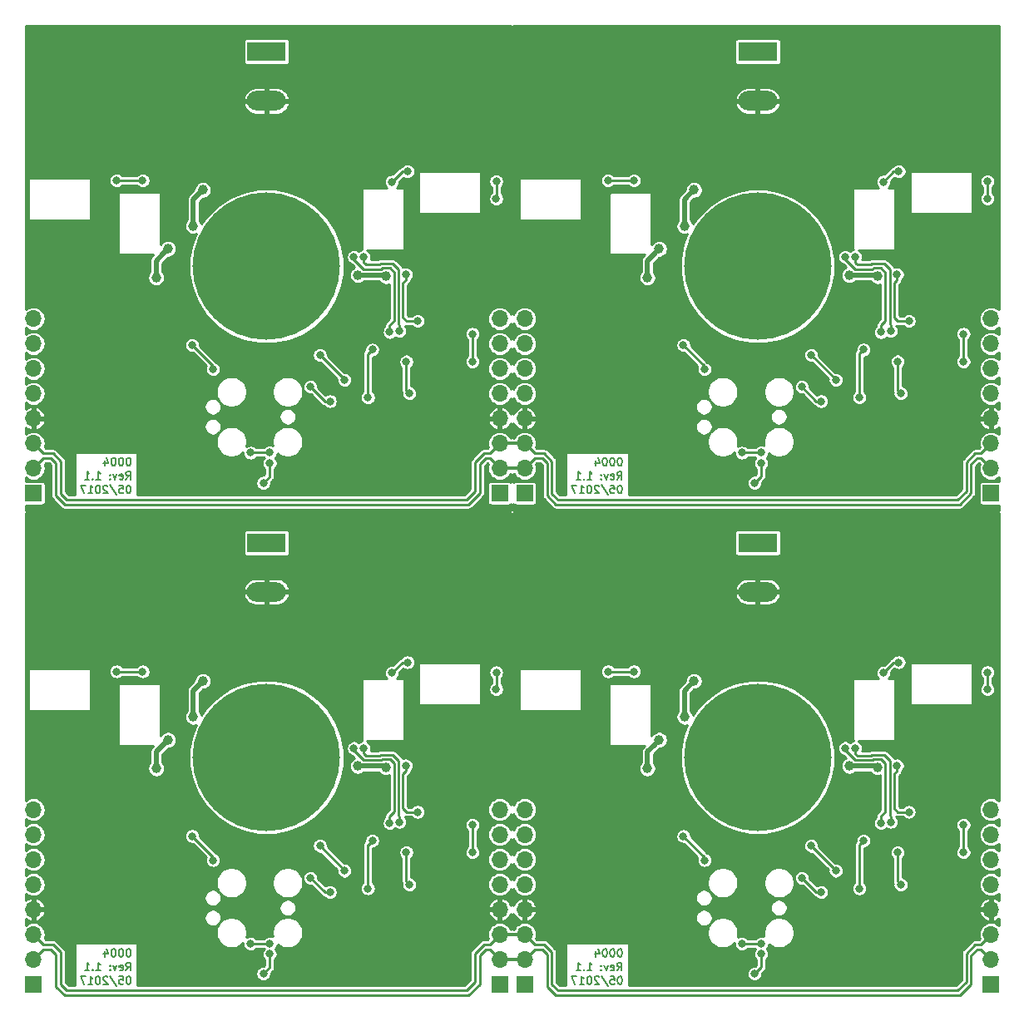
<source format=gbl>
G04 #@! TF.GenerationSoftware,KiCad,Pcbnew,5.1.4*
G04 #@! TF.CreationDate,2019-08-27T21:41:19+02:00*
G04 #@! TF.ProjectId,led_pixel_stm32f030_x4,6c65645f-7069-4786-956c-5f73746d3332,1.1*
G04 #@! TF.SameCoordinates,Original*
G04 #@! TF.FileFunction,Copper,L2,Bot*
G04 #@! TF.FilePolarity,Positive*
%FSLAX46Y46*%
G04 Gerber Fmt 4.6, Leading zero omitted, Abs format (unit mm)*
G04 Created by KiCad (PCBNEW 5.1.4) date 2019-08-27 21:41:19*
%MOMM*%
%LPD*%
G04 APERTURE LIST*
%ADD10C,0.200000*%
%ADD11C,15.000000*%
%ADD12C,0.500000*%
%ADD13C,6.400000*%
%ADD14C,0.600000*%
%ADD15R,1.700000X1.700000*%
%ADD16O,1.700000X1.700000*%
%ADD17R,3.960000X1.980000*%
%ADD18O,3.960000X1.980000*%
%ADD19C,0.800000*%
%ADD20C,1.000000*%
%ADD21C,0.250000*%
%ADD22C,0.500000*%
%ADD23C,0.300000*%
%ADD24C,0.254000*%
G04 APERTURE END LIST*
D10*
X116001642Y-149497904D02*
X115925452Y-149497904D01*
X115849261Y-149536000D01*
X115811166Y-149574095D01*
X115773071Y-149650285D01*
X115734976Y-149802666D01*
X115734976Y-149993142D01*
X115773071Y-150145523D01*
X115811166Y-150221714D01*
X115849261Y-150259809D01*
X115925452Y-150297904D01*
X116001642Y-150297904D01*
X116077833Y-150259809D01*
X116115928Y-150221714D01*
X116154023Y-150145523D01*
X116192119Y-149993142D01*
X116192119Y-149802666D01*
X116154023Y-149650285D01*
X116115928Y-149574095D01*
X116077833Y-149536000D01*
X116001642Y-149497904D01*
X115239738Y-149497904D02*
X115163547Y-149497904D01*
X115087357Y-149536000D01*
X115049261Y-149574095D01*
X115011166Y-149650285D01*
X114973071Y-149802666D01*
X114973071Y-149993142D01*
X115011166Y-150145523D01*
X115049261Y-150221714D01*
X115087357Y-150259809D01*
X115163547Y-150297904D01*
X115239738Y-150297904D01*
X115315928Y-150259809D01*
X115354023Y-150221714D01*
X115392119Y-150145523D01*
X115430214Y-149993142D01*
X115430214Y-149802666D01*
X115392119Y-149650285D01*
X115354023Y-149574095D01*
X115315928Y-149536000D01*
X115239738Y-149497904D01*
X114477833Y-149497904D02*
X114401642Y-149497904D01*
X114325452Y-149536000D01*
X114287357Y-149574095D01*
X114249261Y-149650285D01*
X114211166Y-149802666D01*
X114211166Y-149993142D01*
X114249261Y-150145523D01*
X114287357Y-150221714D01*
X114325452Y-150259809D01*
X114401642Y-150297904D01*
X114477833Y-150297904D01*
X114554023Y-150259809D01*
X114592119Y-150221714D01*
X114630214Y-150145523D01*
X114668309Y-149993142D01*
X114668309Y-149802666D01*
X114630214Y-149650285D01*
X114592119Y-149574095D01*
X114554023Y-149536000D01*
X114477833Y-149497904D01*
X113525452Y-149764571D02*
X113525452Y-150297904D01*
X113715928Y-149459809D02*
X113906404Y-150031238D01*
X113411166Y-150031238D01*
X115696880Y-151697904D02*
X115963547Y-151316952D01*
X116154023Y-151697904D02*
X116154023Y-150897904D01*
X115849261Y-150897904D01*
X115773071Y-150936000D01*
X115734976Y-150974095D01*
X115696880Y-151050285D01*
X115696880Y-151164571D01*
X115734976Y-151240761D01*
X115773071Y-151278857D01*
X115849261Y-151316952D01*
X116154023Y-151316952D01*
X115049261Y-151659809D02*
X115125452Y-151697904D01*
X115277833Y-151697904D01*
X115354023Y-151659809D01*
X115392119Y-151583619D01*
X115392119Y-151278857D01*
X115354023Y-151202666D01*
X115277833Y-151164571D01*
X115125452Y-151164571D01*
X115049261Y-151202666D01*
X115011166Y-151278857D01*
X115011166Y-151355047D01*
X115392119Y-151431238D01*
X114744500Y-151164571D02*
X114554023Y-151697904D01*
X114363547Y-151164571D01*
X114058785Y-151621714D02*
X114020690Y-151659809D01*
X114058785Y-151697904D01*
X114096880Y-151659809D01*
X114058785Y-151621714D01*
X114058785Y-151697904D01*
X114058785Y-151202666D02*
X114020690Y-151240761D01*
X114058785Y-151278857D01*
X114096880Y-151240761D01*
X114058785Y-151202666D01*
X114058785Y-151278857D01*
X112649261Y-151697904D02*
X113106404Y-151697904D01*
X112877833Y-151697904D02*
X112877833Y-150897904D01*
X112954023Y-151012190D01*
X113030214Y-151088380D01*
X113106404Y-151126476D01*
X112306404Y-151621714D02*
X112268309Y-151659809D01*
X112306404Y-151697904D01*
X112344500Y-151659809D01*
X112306404Y-151621714D01*
X112306404Y-151697904D01*
X111506404Y-151697904D02*
X111963547Y-151697904D01*
X111734976Y-151697904D02*
X111734976Y-150897904D01*
X111811166Y-151012190D01*
X111887357Y-151088380D01*
X111963547Y-151126476D01*
X116001642Y-152297904D02*
X115925452Y-152297904D01*
X115849261Y-152336000D01*
X115811166Y-152374095D01*
X115773071Y-152450285D01*
X115734976Y-152602666D01*
X115734976Y-152793142D01*
X115773071Y-152945523D01*
X115811166Y-153021714D01*
X115849261Y-153059809D01*
X115925452Y-153097904D01*
X116001642Y-153097904D01*
X116077833Y-153059809D01*
X116115928Y-153021714D01*
X116154023Y-152945523D01*
X116192119Y-152793142D01*
X116192119Y-152602666D01*
X116154023Y-152450285D01*
X116115928Y-152374095D01*
X116077833Y-152336000D01*
X116001642Y-152297904D01*
X115011166Y-152297904D02*
X115392119Y-152297904D01*
X115430214Y-152678857D01*
X115392119Y-152640761D01*
X115315928Y-152602666D01*
X115125452Y-152602666D01*
X115049261Y-152640761D01*
X115011166Y-152678857D01*
X114973071Y-152755047D01*
X114973071Y-152945523D01*
X115011166Y-153021714D01*
X115049261Y-153059809D01*
X115125452Y-153097904D01*
X115315928Y-153097904D01*
X115392119Y-153059809D01*
X115430214Y-153021714D01*
X114058785Y-152259809D02*
X114744500Y-153288380D01*
X113830214Y-152374095D02*
X113792119Y-152336000D01*
X113715928Y-152297904D01*
X113525452Y-152297904D01*
X113449261Y-152336000D01*
X113411166Y-152374095D01*
X113373071Y-152450285D01*
X113373071Y-152526476D01*
X113411166Y-152640761D01*
X113868309Y-153097904D01*
X113373071Y-153097904D01*
X112877833Y-152297904D02*
X112801642Y-152297904D01*
X112725452Y-152336000D01*
X112687357Y-152374095D01*
X112649261Y-152450285D01*
X112611166Y-152602666D01*
X112611166Y-152793142D01*
X112649261Y-152945523D01*
X112687357Y-153021714D01*
X112725452Y-153059809D01*
X112801642Y-153097904D01*
X112877833Y-153097904D01*
X112954023Y-153059809D01*
X112992119Y-153021714D01*
X113030214Y-152945523D01*
X113068309Y-152793142D01*
X113068309Y-152602666D01*
X113030214Y-152450285D01*
X112992119Y-152374095D01*
X112954023Y-152336000D01*
X112877833Y-152297904D01*
X111849261Y-153097904D02*
X112306404Y-153097904D01*
X112077833Y-153097904D02*
X112077833Y-152297904D01*
X112154023Y-152412190D01*
X112230214Y-152488380D01*
X112306404Y-152526476D01*
X111582595Y-152297904D02*
X111049261Y-152297904D01*
X111392119Y-153097904D01*
X66001642Y-149497904D02*
X65925452Y-149497904D01*
X65849261Y-149536000D01*
X65811166Y-149574095D01*
X65773071Y-149650285D01*
X65734976Y-149802666D01*
X65734976Y-149993142D01*
X65773071Y-150145523D01*
X65811166Y-150221714D01*
X65849261Y-150259809D01*
X65925452Y-150297904D01*
X66001642Y-150297904D01*
X66077833Y-150259809D01*
X66115928Y-150221714D01*
X66154023Y-150145523D01*
X66192119Y-149993142D01*
X66192119Y-149802666D01*
X66154023Y-149650285D01*
X66115928Y-149574095D01*
X66077833Y-149536000D01*
X66001642Y-149497904D01*
X65239738Y-149497904D02*
X65163547Y-149497904D01*
X65087357Y-149536000D01*
X65049261Y-149574095D01*
X65011166Y-149650285D01*
X64973071Y-149802666D01*
X64973071Y-149993142D01*
X65011166Y-150145523D01*
X65049261Y-150221714D01*
X65087357Y-150259809D01*
X65163547Y-150297904D01*
X65239738Y-150297904D01*
X65315928Y-150259809D01*
X65354023Y-150221714D01*
X65392119Y-150145523D01*
X65430214Y-149993142D01*
X65430214Y-149802666D01*
X65392119Y-149650285D01*
X65354023Y-149574095D01*
X65315928Y-149536000D01*
X65239738Y-149497904D01*
X64477833Y-149497904D02*
X64401642Y-149497904D01*
X64325452Y-149536000D01*
X64287357Y-149574095D01*
X64249261Y-149650285D01*
X64211166Y-149802666D01*
X64211166Y-149993142D01*
X64249261Y-150145523D01*
X64287357Y-150221714D01*
X64325452Y-150259809D01*
X64401642Y-150297904D01*
X64477833Y-150297904D01*
X64554023Y-150259809D01*
X64592119Y-150221714D01*
X64630214Y-150145523D01*
X64668309Y-149993142D01*
X64668309Y-149802666D01*
X64630214Y-149650285D01*
X64592119Y-149574095D01*
X64554023Y-149536000D01*
X64477833Y-149497904D01*
X63525452Y-149764571D02*
X63525452Y-150297904D01*
X63715928Y-149459809D02*
X63906404Y-150031238D01*
X63411166Y-150031238D01*
X65696880Y-151697904D02*
X65963547Y-151316952D01*
X66154023Y-151697904D02*
X66154023Y-150897904D01*
X65849261Y-150897904D01*
X65773071Y-150936000D01*
X65734976Y-150974095D01*
X65696880Y-151050285D01*
X65696880Y-151164571D01*
X65734976Y-151240761D01*
X65773071Y-151278857D01*
X65849261Y-151316952D01*
X66154023Y-151316952D01*
X65049261Y-151659809D02*
X65125452Y-151697904D01*
X65277833Y-151697904D01*
X65354023Y-151659809D01*
X65392119Y-151583619D01*
X65392119Y-151278857D01*
X65354023Y-151202666D01*
X65277833Y-151164571D01*
X65125452Y-151164571D01*
X65049261Y-151202666D01*
X65011166Y-151278857D01*
X65011166Y-151355047D01*
X65392119Y-151431238D01*
X64744500Y-151164571D02*
X64554023Y-151697904D01*
X64363547Y-151164571D01*
X64058785Y-151621714D02*
X64020690Y-151659809D01*
X64058785Y-151697904D01*
X64096880Y-151659809D01*
X64058785Y-151621714D01*
X64058785Y-151697904D01*
X64058785Y-151202666D02*
X64020690Y-151240761D01*
X64058785Y-151278857D01*
X64096880Y-151240761D01*
X64058785Y-151202666D01*
X64058785Y-151278857D01*
X62649261Y-151697904D02*
X63106404Y-151697904D01*
X62877833Y-151697904D02*
X62877833Y-150897904D01*
X62954023Y-151012190D01*
X63030214Y-151088380D01*
X63106404Y-151126476D01*
X62306404Y-151621714D02*
X62268309Y-151659809D01*
X62306404Y-151697904D01*
X62344500Y-151659809D01*
X62306404Y-151621714D01*
X62306404Y-151697904D01*
X61506404Y-151697904D02*
X61963547Y-151697904D01*
X61734976Y-151697904D02*
X61734976Y-150897904D01*
X61811166Y-151012190D01*
X61887357Y-151088380D01*
X61963547Y-151126476D01*
X66001642Y-152297904D02*
X65925452Y-152297904D01*
X65849261Y-152336000D01*
X65811166Y-152374095D01*
X65773071Y-152450285D01*
X65734976Y-152602666D01*
X65734976Y-152793142D01*
X65773071Y-152945523D01*
X65811166Y-153021714D01*
X65849261Y-153059809D01*
X65925452Y-153097904D01*
X66001642Y-153097904D01*
X66077833Y-153059809D01*
X66115928Y-153021714D01*
X66154023Y-152945523D01*
X66192119Y-152793142D01*
X66192119Y-152602666D01*
X66154023Y-152450285D01*
X66115928Y-152374095D01*
X66077833Y-152336000D01*
X66001642Y-152297904D01*
X65011166Y-152297904D02*
X65392119Y-152297904D01*
X65430214Y-152678857D01*
X65392119Y-152640761D01*
X65315928Y-152602666D01*
X65125452Y-152602666D01*
X65049261Y-152640761D01*
X65011166Y-152678857D01*
X64973071Y-152755047D01*
X64973071Y-152945523D01*
X65011166Y-153021714D01*
X65049261Y-153059809D01*
X65125452Y-153097904D01*
X65315928Y-153097904D01*
X65392119Y-153059809D01*
X65430214Y-153021714D01*
X64058785Y-152259809D02*
X64744500Y-153288380D01*
X63830214Y-152374095D02*
X63792119Y-152336000D01*
X63715928Y-152297904D01*
X63525452Y-152297904D01*
X63449261Y-152336000D01*
X63411166Y-152374095D01*
X63373071Y-152450285D01*
X63373071Y-152526476D01*
X63411166Y-152640761D01*
X63868309Y-153097904D01*
X63373071Y-153097904D01*
X62877833Y-152297904D02*
X62801642Y-152297904D01*
X62725452Y-152336000D01*
X62687357Y-152374095D01*
X62649261Y-152450285D01*
X62611166Y-152602666D01*
X62611166Y-152793142D01*
X62649261Y-152945523D01*
X62687357Y-153021714D01*
X62725452Y-153059809D01*
X62801642Y-153097904D01*
X62877833Y-153097904D01*
X62954023Y-153059809D01*
X62992119Y-153021714D01*
X63030214Y-152945523D01*
X63068309Y-152793142D01*
X63068309Y-152602666D01*
X63030214Y-152450285D01*
X62992119Y-152374095D01*
X62954023Y-152336000D01*
X62877833Y-152297904D01*
X61849261Y-153097904D02*
X62306404Y-153097904D01*
X62077833Y-153097904D02*
X62077833Y-152297904D01*
X62154023Y-152412190D01*
X62230214Y-152488380D01*
X62306404Y-152526476D01*
X61582595Y-152297904D02*
X61049261Y-152297904D01*
X61392119Y-153097904D01*
X116001642Y-99497904D02*
X115925452Y-99497904D01*
X115849261Y-99536000D01*
X115811166Y-99574095D01*
X115773071Y-99650285D01*
X115734976Y-99802666D01*
X115734976Y-99993142D01*
X115773071Y-100145523D01*
X115811166Y-100221714D01*
X115849261Y-100259809D01*
X115925452Y-100297904D01*
X116001642Y-100297904D01*
X116077833Y-100259809D01*
X116115928Y-100221714D01*
X116154023Y-100145523D01*
X116192119Y-99993142D01*
X116192119Y-99802666D01*
X116154023Y-99650285D01*
X116115928Y-99574095D01*
X116077833Y-99536000D01*
X116001642Y-99497904D01*
X115239738Y-99497904D02*
X115163547Y-99497904D01*
X115087357Y-99536000D01*
X115049261Y-99574095D01*
X115011166Y-99650285D01*
X114973071Y-99802666D01*
X114973071Y-99993142D01*
X115011166Y-100145523D01*
X115049261Y-100221714D01*
X115087357Y-100259809D01*
X115163547Y-100297904D01*
X115239738Y-100297904D01*
X115315928Y-100259809D01*
X115354023Y-100221714D01*
X115392119Y-100145523D01*
X115430214Y-99993142D01*
X115430214Y-99802666D01*
X115392119Y-99650285D01*
X115354023Y-99574095D01*
X115315928Y-99536000D01*
X115239738Y-99497904D01*
X114477833Y-99497904D02*
X114401642Y-99497904D01*
X114325452Y-99536000D01*
X114287357Y-99574095D01*
X114249261Y-99650285D01*
X114211166Y-99802666D01*
X114211166Y-99993142D01*
X114249261Y-100145523D01*
X114287357Y-100221714D01*
X114325452Y-100259809D01*
X114401642Y-100297904D01*
X114477833Y-100297904D01*
X114554023Y-100259809D01*
X114592119Y-100221714D01*
X114630214Y-100145523D01*
X114668309Y-99993142D01*
X114668309Y-99802666D01*
X114630214Y-99650285D01*
X114592119Y-99574095D01*
X114554023Y-99536000D01*
X114477833Y-99497904D01*
X113525452Y-99764571D02*
X113525452Y-100297904D01*
X113715928Y-99459809D02*
X113906404Y-100031238D01*
X113411166Y-100031238D01*
X115696880Y-101697904D02*
X115963547Y-101316952D01*
X116154023Y-101697904D02*
X116154023Y-100897904D01*
X115849261Y-100897904D01*
X115773071Y-100936000D01*
X115734976Y-100974095D01*
X115696880Y-101050285D01*
X115696880Y-101164571D01*
X115734976Y-101240761D01*
X115773071Y-101278857D01*
X115849261Y-101316952D01*
X116154023Y-101316952D01*
X115049261Y-101659809D02*
X115125452Y-101697904D01*
X115277833Y-101697904D01*
X115354023Y-101659809D01*
X115392119Y-101583619D01*
X115392119Y-101278857D01*
X115354023Y-101202666D01*
X115277833Y-101164571D01*
X115125452Y-101164571D01*
X115049261Y-101202666D01*
X115011166Y-101278857D01*
X115011166Y-101355047D01*
X115392119Y-101431238D01*
X114744500Y-101164571D02*
X114554023Y-101697904D01*
X114363547Y-101164571D01*
X114058785Y-101621714D02*
X114020690Y-101659809D01*
X114058785Y-101697904D01*
X114096880Y-101659809D01*
X114058785Y-101621714D01*
X114058785Y-101697904D01*
X114058785Y-101202666D02*
X114020690Y-101240761D01*
X114058785Y-101278857D01*
X114096880Y-101240761D01*
X114058785Y-101202666D01*
X114058785Y-101278857D01*
X112649261Y-101697904D02*
X113106404Y-101697904D01*
X112877833Y-101697904D02*
X112877833Y-100897904D01*
X112954023Y-101012190D01*
X113030214Y-101088380D01*
X113106404Y-101126476D01*
X112306404Y-101621714D02*
X112268309Y-101659809D01*
X112306404Y-101697904D01*
X112344500Y-101659809D01*
X112306404Y-101621714D01*
X112306404Y-101697904D01*
X111506404Y-101697904D02*
X111963547Y-101697904D01*
X111734976Y-101697904D02*
X111734976Y-100897904D01*
X111811166Y-101012190D01*
X111887357Y-101088380D01*
X111963547Y-101126476D01*
X116001642Y-102297904D02*
X115925452Y-102297904D01*
X115849261Y-102336000D01*
X115811166Y-102374095D01*
X115773071Y-102450285D01*
X115734976Y-102602666D01*
X115734976Y-102793142D01*
X115773071Y-102945523D01*
X115811166Y-103021714D01*
X115849261Y-103059809D01*
X115925452Y-103097904D01*
X116001642Y-103097904D01*
X116077833Y-103059809D01*
X116115928Y-103021714D01*
X116154023Y-102945523D01*
X116192119Y-102793142D01*
X116192119Y-102602666D01*
X116154023Y-102450285D01*
X116115928Y-102374095D01*
X116077833Y-102336000D01*
X116001642Y-102297904D01*
X115011166Y-102297904D02*
X115392119Y-102297904D01*
X115430214Y-102678857D01*
X115392119Y-102640761D01*
X115315928Y-102602666D01*
X115125452Y-102602666D01*
X115049261Y-102640761D01*
X115011166Y-102678857D01*
X114973071Y-102755047D01*
X114973071Y-102945523D01*
X115011166Y-103021714D01*
X115049261Y-103059809D01*
X115125452Y-103097904D01*
X115315928Y-103097904D01*
X115392119Y-103059809D01*
X115430214Y-103021714D01*
X114058785Y-102259809D02*
X114744500Y-103288380D01*
X113830214Y-102374095D02*
X113792119Y-102336000D01*
X113715928Y-102297904D01*
X113525452Y-102297904D01*
X113449261Y-102336000D01*
X113411166Y-102374095D01*
X113373071Y-102450285D01*
X113373071Y-102526476D01*
X113411166Y-102640761D01*
X113868309Y-103097904D01*
X113373071Y-103097904D01*
X112877833Y-102297904D02*
X112801642Y-102297904D01*
X112725452Y-102336000D01*
X112687357Y-102374095D01*
X112649261Y-102450285D01*
X112611166Y-102602666D01*
X112611166Y-102793142D01*
X112649261Y-102945523D01*
X112687357Y-103021714D01*
X112725452Y-103059809D01*
X112801642Y-103097904D01*
X112877833Y-103097904D01*
X112954023Y-103059809D01*
X112992119Y-103021714D01*
X113030214Y-102945523D01*
X113068309Y-102793142D01*
X113068309Y-102602666D01*
X113030214Y-102450285D01*
X112992119Y-102374095D01*
X112954023Y-102336000D01*
X112877833Y-102297904D01*
X111849261Y-103097904D02*
X112306404Y-103097904D01*
X112077833Y-103097904D02*
X112077833Y-102297904D01*
X112154023Y-102412190D01*
X112230214Y-102488380D01*
X112306404Y-102526476D01*
X111582595Y-102297904D02*
X111049261Y-102297904D01*
X111392119Y-103097904D01*
X66001642Y-99497904D02*
X65925452Y-99497904D01*
X65849261Y-99536000D01*
X65811166Y-99574095D01*
X65773071Y-99650285D01*
X65734976Y-99802666D01*
X65734976Y-99993142D01*
X65773071Y-100145523D01*
X65811166Y-100221714D01*
X65849261Y-100259809D01*
X65925452Y-100297904D01*
X66001642Y-100297904D01*
X66077833Y-100259809D01*
X66115928Y-100221714D01*
X66154023Y-100145523D01*
X66192119Y-99993142D01*
X66192119Y-99802666D01*
X66154023Y-99650285D01*
X66115928Y-99574095D01*
X66077833Y-99536000D01*
X66001642Y-99497904D01*
X65239738Y-99497904D02*
X65163547Y-99497904D01*
X65087357Y-99536000D01*
X65049261Y-99574095D01*
X65011166Y-99650285D01*
X64973071Y-99802666D01*
X64973071Y-99993142D01*
X65011166Y-100145523D01*
X65049261Y-100221714D01*
X65087357Y-100259809D01*
X65163547Y-100297904D01*
X65239738Y-100297904D01*
X65315928Y-100259809D01*
X65354023Y-100221714D01*
X65392119Y-100145523D01*
X65430214Y-99993142D01*
X65430214Y-99802666D01*
X65392119Y-99650285D01*
X65354023Y-99574095D01*
X65315928Y-99536000D01*
X65239738Y-99497904D01*
X64477833Y-99497904D02*
X64401642Y-99497904D01*
X64325452Y-99536000D01*
X64287357Y-99574095D01*
X64249261Y-99650285D01*
X64211166Y-99802666D01*
X64211166Y-99993142D01*
X64249261Y-100145523D01*
X64287357Y-100221714D01*
X64325452Y-100259809D01*
X64401642Y-100297904D01*
X64477833Y-100297904D01*
X64554023Y-100259809D01*
X64592119Y-100221714D01*
X64630214Y-100145523D01*
X64668309Y-99993142D01*
X64668309Y-99802666D01*
X64630214Y-99650285D01*
X64592119Y-99574095D01*
X64554023Y-99536000D01*
X64477833Y-99497904D01*
X63525452Y-99764571D02*
X63525452Y-100297904D01*
X63715928Y-99459809D02*
X63906404Y-100031238D01*
X63411166Y-100031238D01*
X65696880Y-101697904D02*
X65963547Y-101316952D01*
X66154023Y-101697904D02*
X66154023Y-100897904D01*
X65849261Y-100897904D01*
X65773071Y-100936000D01*
X65734976Y-100974095D01*
X65696880Y-101050285D01*
X65696880Y-101164571D01*
X65734976Y-101240761D01*
X65773071Y-101278857D01*
X65849261Y-101316952D01*
X66154023Y-101316952D01*
X65049261Y-101659809D02*
X65125452Y-101697904D01*
X65277833Y-101697904D01*
X65354023Y-101659809D01*
X65392119Y-101583619D01*
X65392119Y-101278857D01*
X65354023Y-101202666D01*
X65277833Y-101164571D01*
X65125452Y-101164571D01*
X65049261Y-101202666D01*
X65011166Y-101278857D01*
X65011166Y-101355047D01*
X65392119Y-101431238D01*
X64744500Y-101164571D02*
X64554023Y-101697904D01*
X64363547Y-101164571D01*
X64058785Y-101621714D02*
X64020690Y-101659809D01*
X64058785Y-101697904D01*
X64096880Y-101659809D01*
X64058785Y-101621714D01*
X64058785Y-101697904D01*
X64058785Y-101202666D02*
X64020690Y-101240761D01*
X64058785Y-101278857D01*
X64096880Y-101240761D01*
X64058785Y-101202666D01*
X64058785Y-101278857D01*
X62649261Y-101697904D02*
X63106404Y-101697904D01*
X62877833Y-101697904D02*
X62877833Y-100897904D01*
X62954023Y-101012190D01*
X63030214Y-101088380D01*
X63106404Y-101126476D01*
X62306404Y-101621714D02*
X62268309Y-101659809D01*
X62306404Y-101697904D01*
X62344500Y-101659809D01*
X62306404Y-101621714D01*
X62306404Y-101697904D01*
X61506404Y-101697904D02*
X61963547Y-101697904D01*
X61734976Y-101697904D02*
X61734976Y-100897904D01*
X61811166Y-101012190D01*
X61887357Y-101088380D01*
X61963547Y-101126476D01*
X66001642Y-102297904D02*
X65925452Y-102297904D01*
X65849261Y-102336000D01*
X65811166Y-102374095D01*
X65773071Y-102450285D01*
X65734976Y-102602666D01*
X65734976Y-102793142D01*
X65773071Y-102945523D01*
X65811166Y-103021714D01*
X65849261Y-103059809D01*
X65925452Y-103097904D01*
X66001642Y-103097904D01*
X66077833Y-103059809D01*
X66115928Y-103021714D01*
X66154023Y-102945523D01*
X66192119Y-102793142D01*
X66192119Y-102602666D01*
X66154023Y-102450285D01*
X66115928Y-102374095D01*
X66077833Y-102336000D01*
X66001642Y-102297904D01*
X65011166Y-102297904D02*
X65392119Y-102297904D01*
X65430214Y-102678857D01*
X65392119Y-102640761D01*
X65315928Y-102602666D01*
X65125452Y-102602666D01*
X65049261Y-102640761D01*
X65011166Y-102678857D01*
X64973071Y-102755047D01*
X64973071Y-102945523D01*
X65011166Y-103021714D01*
X65049261Y-103059809D01*
X65125452Y-103097904D01*
X65315928Y-103097904D01*
X65392119Y-103059809D01*
X65430214Y-103021714D01*
X64058785Y-102259809D02*
X64744500Y-103288380D01*
X63830214Y-102374095D02*
X63792119Y-102336000D01*
X63715928Y-102297904D01*
X63525452Y-102297904D01*
X63449261Y-102336000D01*
X63411166Y-102374095D01*
X63373071Y-102450285D01*
X63373071Y-102526476D01*
X63411166Y-102640761D01*
X63868309Y-103097904D01*
X63373071Y-103097904D01*
X62877833Y-102297904D02*
X62801642Y-102297904D01*
X62725452Y-102336000D01*
X62687357Y-102374095D01*
X62649261Y-102450285D01*
X62611166Y-102602666D01*
X62611166Y-102793142D01*
X62649261Y-102945523D01*
X62687357Y-103021714D01*
X62725452Y-103059809D01*
X62801642Y-103097904D01*
X62877833Y-103097904D01*
X62954023Y-103059809D01*
X62992119Y-103021714D01*
X63030214Y-102945523D01*
X63068309Y-102793142D01*
X63068309Y-102602666D01*
X63030214Y-102450285D01*
X62992119Y-102374095D01*
X62954023Y-102336000D01*
X62877833Y-102297904D01*
X61849261Y-103097904D02*
X62306404Y-103097904D01*
X62077833Y-103097904D02*
X62077833Y-102297904D01*
X62154023Y-102412190D01*
X62230214Y-102488380D01*
X62306404Y-102526476D01*
X61582595Y-102297904D02*
X61049261Y-102297904D01*
X61392119Y-103097904D01*
D11*
X130000000Y-130000000D03*
D12*
X130000000Y-130000000D03*
X130000000Y-129000000D03*
X130000000Y-128000000D03*
X130000000Y-127000000D03*
X130000000Y-126000000D03*
X130000000Y-125000000D03*
X130000000Y-131000000D03*
X130000000Y-132000000D03*
X130000000Y-133000000D03*
X130000000Y-134000000D03*
X130000000Y-135000000D03*
X131000000Y-134500000D03*
X132000000Y-134000000D03*
X133000000Y-133500000D03*
X134000000Y-133000000D03*
X134000000Y-132000000D03*
X134000000Y-131000000D03*
X134000000Y-130000000D03*
X134000000Y-129000000D03*
X134000000Y-128000000D03*
X134000000Y-127000000D03*
X133000000Y-126500000D03*
X132000000Y-126000000D03*
X131000000Y-125500000D03*
X131000000Y-126500000D03*
X131000000Y-127500000D03*
X131000000Y-128500000D03*
X131000000Y-129500000D03*
X131000000Y-130500000D03*
X131000000Y-131500000D03*
X131000000Y-132500000D03*
X131000000Y-133500000D03*
X132000000Y-133000000D03*
X132000000Y-132000000D03*
X132000000Y-131000000D03*
X132000000Y-130000000D03*
X132000000Y-129000000D03*
X132000000Y-128000000D03*
X132000000Y-127000000D03*
X133000000Y-127500000D03*
X133000000Y-128500000D03*
X133000000Y-129500000D03*
X133000000Y-130500000D03*
X133000000Y-131500000D03*
X133000000Y-132500000D03*
X129000000Y-134500000D03*
X129000000Y-133500000D03*
X129000000Y-132500000D03*
X129000000Y-131500000D03*
X129000000Y-130500000D03*
X129000000Y-129500000D03*
X129000000Y-128500000D03*
X129000000Y-127500000D03*
X129000000Y-126500000D03*
X129000000Y-125500000D03*
X128000000Y-126000000D03*
X128000000Y-127000000D03*
X128000000Y-128000000D03*
X128000000Y-129000000D03*
X128000000Y-130000000D03*
X128000000Y-131000000D03*
X128000000Y-132000000D03*
X128000000Y-133000000D03*
X128000000Y-134000000D03*
X127000000Y-133500000D03*
X127000000Y-132500000D03*
X127000000Y-131500000D03*
X127000000Y-130500000D03*
X127000000Y-129500000D03*
X127000000Y-128500000D03*
X127000000Y-127500000D03*
X127000000Y-126500000D03*
X126000000Y-127000000D03*
X126000000Y-128000000D03*
X126000000Y-129000000D03*
X126000000Y-130000000D03*
X126000000Y-131000000D03*
X126000000Y-132000000D03*
X126000000Y-133000000D03*
D13*
X151000000Y-130000000D03*
D14*
X153400000Y-130000000D03*
X152697056Y-131697056D03*
X151000000Y-132400000D03*
X149302944Y-131697056D03*
X148600000Y-130000000D03*
X149302944Y-128302944D03*
X151000000Y-127600000D03*
X152697056Y-128302944D03*
X110697056Y-128302944D03*
X109000000Y-127600000D03*
X107302944Y-128302944D03*
X106600000Y-130000000D03*
X107302944Y-131697056D03*
X109000000Y-132400000D03*
X110697056Y-131697056D03*
X111400000Y-130000000D03*
D13*
X109000000Y-130000000D03*
D15*
X106270000Y-153114000D03*
D16*
X106270000Y-150574000D03*
X106270000Y-148034000D03*
X106270000Y-145494000D03*
X106270000Y-142954000D03*
X106270000Y-140414000D03*
X106270000Y-137874000D03*
X106270000Y-135334000D03*
X153730000Y-135334000D03*
X153730000Y-137874000D03*
X153730000Y-140414000D03*
X153730000Y-142954000D03*
X153730000Y-145494000D03*
X153730000Y-148034000D03*
X153730000Y-150574000D03*
D15*
X153730000Y-153114000D03*
D17*
X130000000Y-108156000D03*
D18*
X130000000Y-113156000D03*
D11*
X80000000Y-130000000D03*
D12*
X80000000Y-130000000D03*
X80000000Y-129000000D03*
X80000000Y-128000000D03*
X80000000Y-127000000D03*
X80000000Y-126000000D03*
X80000000Y-125000000D03*
X80000000Y-131000000D03*
X80000000Y-132000000D03*
X80000000Y-133000000D03*
X80000000Y-134000000D03*
X80000000Y-135000000D03*
X81000000Y-134500000D03*
X82000000Y-134000000D03*
X83000000Y-133500000D03*
X84000000Y-133000000D03*
X84000000Y-132000000D03*
X84000000Y-131000000D03*
X84000000Y-130000000D03*
X84000000Y-129000000D03*
X84000000Y-128000000D03*
X84000000Y-127000000D03*
X83000000Y-126500000D03*
X82000000Y-126000000D03*
X81000000Y-125500000D03*
X81000000Y-126500000D03*
X81000000Y-127500000D03*
X81000000Y-128500000D03*
X81000000Y-129500000D03*
X81000000Y-130500000D03*
X81000000Y-131500000D03*
X81000000Y-132500000D03*
X81000000Y-133500000D03*
X82000000Y-133000000D03*
X82000000Y-132000000D03*
X82000000Y-131000000D03*
X82000000Y-130000000D03*
X82000000Y-129000000D03*
X82000000Y-128000000D03*
X82000000Y-127000000D03*
X83000000Y-127500000D03*
X83000000Y-128500000D03*
X83000000Y-129500000D03*
X83000000Y-130500000D03*
X83000000Y-131500000D03*
X83000000Y-132500000D03*
X79000000Y-134500000D03*
X79000000Y-133500000D03*
X79000000Y-132500000D03*
X79000000Y-131500000D03*
X79000000Y-130500000D03*
X79000000Y-129500000D03*
X79000000Y-128500000D03*
X79000000Y-127500000D03*
X79000000Y-126500000D03*
X79000000Y-125500000D03*
X78000000Y-126000000D03*
X78000000Y-127000000D03*
X78000000Y-128000000D03*
X78000000Y-129000000D03*
X78000000Y-130000000D03*
X78000000Y-131000000D03*
X78000000Y-132000000D03*
X78000000Y-133000000D03*
X78000000Y-134000000D03*
X77000000Y-133500000D03*
X77000000Y-132500000D03*
X77000000Y-131500000D03*
X77000000Y-130500000D03*
X77000000Y-129500000D03*
X77000000Y-128500000D03*
X77000000Y-127500000D03*
X77000000Y-126500000D03*
X76000000Y-127000000D03*
X76000000Y-128000000D03*
X76000000Y-129000000D03*
X76000000Y-130000000D03*
X76000000Y-131000000D03*
X76000000Y-132000000D03*
X76000000Y-133000000D03*
D13*
X101000000Y-130000000D03*
D14*
X103400000Y-130000000D03*
X102697056Y-131697056D03*
X101000000Y-132400000D03*
X99302944Y-131697056D03*
X98600000Y-130000000D03*
X99302944Y-128302944D03*
X101000000Y-127600000D03*
X102697056Y-128302944D03*
X60697056Y-128302944D03*
X59000000Y-127600000D03*
X57302944Y-128302944D03*
X56600000Y-130000000D03*
X57302944Y-131697056D03*
X59000000Y-132400000D03*
X60697056Y-131697056D03*
X61400000Y-130000000D03*
D13*
X59000000Y-130000000D03*
D15*
X56270000Y-153114000D03*
D16*
X56270000Y-150574000D03*
X56270000Y-148034000D03*
X56270000Y-145494000D03*
X56270000Y-142954000D03*
X56270000Y-140414000D03*
X56270000Y-137874000D03*
X56270000Y-135334000D03*
X103730000Y-135334000D03*
X103730000Y-137874000D03*
X103730000Y-140414000D03*
X103730000Y-142954000D03*
X103730000Y-145494000D03*
X103730000Y-148034000D03*
X103730000Y-150574000D03*
D15*
X103730000Y-153114000D03*
D17*
X80000000Y-108156000D03*
D18*
X80000000Y-113156000D03*
D11*
X130000000Y-80000000D03*
D12*
X130000000Y-80000000D03*
X130000000Y-79000000D03*
X130000000Y-78000000D03*
X130000000Y-77000000D03*
X130000000Y-76000000D03*
X130000000Y-75000000D03*
X130000000Y-81000000D03*
X130000000Y-82000000D03*
X130000000Y-83000000D03*
X130000000Y-84000000D03*
X130000000Y-85000000D03*
X131000000Y-84500000D03*
X132000000Y-84000000D03*
X133000000Y-83500000D03*
X134000000Y-83000000D03*
X134000000Y-82000000D03*
X134000000Y-81000000D03*
X134000000Y-80000000D03*
X134000000Y-79000000D03*
X134000000Y-78000000D03*
X134000000Y-77000000D03*
X133000000Y-76500000D03*
X132000000Y-76000000D03*
X131000000Y-75500000D03*
X131000000Y-76500000D03*
X131000000Y-77500000D03*
X131000000Y-78500000D03*
X131000000Y-79500000D03*
X131000000Y-80500000D03*
X131000000Y-81500000D03*
X131000000Y-82500000D03*
X131000000Y-83500000D03*
X132000000Y-83000000D03*
X132000000Y-82000000D03*
X132000000Y-81000000D03*
X132000000Y-80000000D03*
X132000000Y-79000000D03*
X132000000Y-78000000D03*
X132000000Y-77000000D03*
X133000000Y-77500000D03*
X133000000Y-78500000D03*
X133000000Y-79500000D03*
X133000000Y-80500000D03*
X133000000Y-81500000D03*
X133000000Y-82500000D03*
X129000000Y-84500000D03*
X129000000Y-83500000D03*
X129000000Y-82500000D03*
X129000000Y-81500000D03*
X129000000Y-80500000D03*
X129000000Y-79500000D03*
X129000000Y-78500000D03*
X129000000Y-77500000D03*
X129000000Y-76500000D03*
X129000000Y-75500000D03*
X128000000Y-76000000D03*
X128000000Y-77000000D03*
X128000000Y-78000000D03*
X128000000Y-79000000D03*
X128000000Y-80000000D03*
X128000000Y-81000000D03*
X128000000Y-82000000D03*
X128000000Y-83000000D03*
X128000000Y-84000000D03*
X127000000Y-83500000D03*
X127000000Y-82500000D03*
X127000000Y-81500000D03*
X127000000Y-80500000D03*
X127000000Y-79500000D03*
X127000000Y-78500000D03*
X127000000Y-77500000D03*
X127000000Y-76500000D03*
X126000000Y-77000000D03*
X126000000Y-78000000D03*
X126000000Y-79000000D03*
X126000000Y-80000000D03*
X126000000Y-81000000D03*
X126000000Y-82000000D03*
X126000000Y-83000000D03*
D13*
X151000000Y-80000000D03*
D14*
X153400000Y-80000000D03*
X152697056Y-81697056D03*
X151000000Y-82400000D03*
X149302944Y-81697056D03*
X148600000Y-80000000D03*
X149302944Y-78302944D03*
X151000000Y-77600000D03*
X152697056Y-78302944D03*
X110697056Y-78302944D03*
X109000000Y-77600000D03*
X107302944Y-78302944D03*
X106600000Y-80000000D03*
X107302944Y-81697056D03*
X109000000Y-82400000D03*
X110697056Y-81697056D03*
X111400000Y-80000000D03*
D13*
X109000000Y-80000000D03*
D15*
X106270000Y-103114000D03*
D16*
X106270000Y-100574000D03*
X106270000Y-98034000D03*
X106270000Y-95494000D03*
X106270000Y-92954000D03*
X106270000Y-90414000D03*
X106270000Y-87874000D03*
X106270000Y-85334000D03*
X153730000Y-85334000D03*
X153730000Y-87874000D03*
X153730000Y-90414000D03*
X153730000Y-92954000D03*
X153730000Y-95494000D03*
X153730000Y-98034000D03*
X153730000Y-100574000D03*
D15*
X153730000Y-103114000D03*
D17*
X130000000Y-58156000D03*
D18*
X130000000Y-63156000D03*
D12*
X76000000Y-83000000D03*
X76000000Y-82000000D03*
X76000000Y-81000000D03*
X76000000Y-80000000D03*
X76000000Y-79000000D03*
X76000000Y-78000000D03*
X76000000Y-77000000D03*
X77000000Y-76500000D03*
X77000000Y-77500000D03*
X77000000Y-78500000D03*
X77000000Y-79500000D03*
X77000000Y-80500000D03*
X77000000Y-81500000D03*
X77000000Y-82500000D03*
X77000000Y-83500000D03*
X78000000Y-84000000D03*
X78000000Y-83000000D03*
X78000000Y-82000000D03*
X78000000Y-81000000D03*
X78000000Y-80000000D03*
X78000000Y-79000000D03*
X78000000Y-78000000D03*
X78000000Y-77000000D03*
X78000000Y-76000000D03*
X79000000Y-75500000D03*
X79000000Y-76500000D03*
X79000000Y-77500000D03*
X79000000Y-78500000D03*
X79000000Y-79500000D03*
X79000000Y-80500000D03*
X79000000Y-81500000D03*
X79000000Y-82500000D03*
X79000000Y-83500000D03*
X79000000Y-84500000D03*
X83000000Y-82500000D03*
X83000000Y-81500000D03*
X83000000Y-80500000D03*
X83000000Y-79500000D03*
X83000000Y-78500000D03*
X83000000Y-77500000D03*
X82000000Y-77000000D03*
X82000000Y-78000000D03*
X82000000Y-79000000D03*
X82000000Y-80000000D03*
X82000000Y-81000000D03*
X82000000Y-82000000D03*
X82000000Y-83000000D03*
X81000000Y-83500000D03*
X81000000Y-82500000D03*
X81000000Y-81500000D03*
X81000000Y-80500000D03*
X81000000Y-79500000D03*
X81000000Y-78500000D03*
X81000000Y-77500000D03*
X81000000Y-76500000D03*
X81000000Y-75500000D03*
X82000000Y-76000000D03*
X83000000Y-76500000D03*
X84000000Y-77000000D03*
X84000000Y-78000000D03*
X84000000Y-79000000D03*
X84000000Y-80000000D03*
X84000000Y-81000000D03*
X84000000Y-82000000D03*
X84000000Y-83000000D03*
X83000000Y-83500000D03*
X82000000Y-84000000D03*
X81000000Y-84500000D03*
X80000000Y-85000000D03*
X80000000Y-84000000D03*
X80000000Y-83000000D03*
X80000000Y-82000000D03*
X80000000Y-81000000D03*
X80000000Y-75000000D03*
X80000000Y-76000000D03*
X80000000Y-77000000D03*
X80000000Y-78000000D03*
X80000000Y-79000000D03*
X80000000Y-80000000D03*
D11*
X80000000Y-80000000D03*
D18*
X80000000Y-63156000D03*
D17*
X80000000Y-58156000D03*
D16*
X56270000Y-85334000D03*
X56270000Y-87874000D03*
X56270000Y-90414000D03*
X56270000Y-92954000D03*
X56270000Y-95494000D03*
X56270000Y-98034000D03*
X56270000Y-100574000D03*
D15*
X56270000Y-103114000D03*
X103730000Y-103114000D03*
D16*
X103730000Y-100574000D03*
X103730000Y-98034000D03*
X103730000Y-95494000D03*
X103730000Y-92954000D03*
X103730000Y-90414000D03*
X103730000Y-87874000D03*
X103730000Y-85334000D03*
D13*
X59000000Y-80000000D03*
D14*
X61400000Y-80000000D03*
X60697056Y-81697056D03*
X59000000Y-82400000D03*
X57302944Y-81697056D03*
X56600000Y-80000000D03*
X57302944Y-78302944D03*
X59000000Y-77600000D03*
X60697056Y-78302944D03*
X102697056Y-78302944D03*
X101000000Y-77600000D03*
X99302944Y-78302944D03*
X98600000Y-80000000D03*
X99302944Y-81697056D03*
X101000000Y-82400000D03*
X102697056Y-81697056D03*
X103400000Y-80000000D03*
D13*
X101000000Y-80000000D03*
D19*
X144224000Y-89688990D03*
X144541491Y-92954012D03*
X130328845Y-100032635D03*
X129669800Y-102047200D03*
X136451600Y-93741400D03*
X134473923Y-92271731D03*
X122417800Y-88026200D03*
X124564825Y-90482243D03*
X128373000Y-98973600D03*
X130331000Y-98968947D03*
X140764267Y-88477084D03*
X140323915Y-93351972D03*
D20*
X123510000Y-72227400D03*
X122532400Y-75885200D03*
X142166418Y-81013069D03*
X139308800Y-80888800D03*
X119967000Y-78222000D03*
X118760200Y-81142800D03*
D19*
X153368000Y-73091200D03*
X153380400Y-71338400D03*
X150942000Y-89683245D03*
X150941994Y-86883200D03*
X143526697Y-86578400D03*
X139893000Y-79060002D03*
X144338000Y-70322400D03*
X142770162Y-71395994D03*
X144166441Y-80838000D03*
X145379400Y-85562399D03*
X142534915Y-86706436D03*
X138892989Y-79059990D03*
X117388600Y-71262202D03*
X114747000Y-71262200D03*
X94224000Y-139688990D03*
X94541491Y-142954012D03*
X80328845Y-150032635D03*
X79669800Y-152047200D03*
X86451600Y-143741400D03*
X84473923Y-142271731D03*
X72417800Y-138026200D03*
X74564825Y-140482243D03*
X78373000Y-148973600D03*
X80331000Y-148968947D03*
X90764267Y-138477084D03*
X90323915Y-143351972D03*
D20*
X73510000Y-122227400D03*
X72532400Y-125885200D03*
X92166418Y-131013069D03*
X89308800Y-130888800D03*
X69967000Y-128222000D03*
X68760200Y-131142800D03*
D19*
X87937661Y-141555847D03*
X85435600Y-139017000D03*
X103368000Y-123091200D03*
X103380400Y-121338400D03*
X100942000Y-139683245D03*
X100941994Y-136883200D03*
X93526697Y-136578400D03*
X89893000Y-129060002D03*
X94338000Y-120322400D03*
X92770162Y-121395994D03*
X94166441Y-130838000D03*
X95379400Y-135562399D03*
X92534915Y-136706436D03*
X88892989Y-129059990D03*
X67388600Y-121262202D03*
X64747000Y-121262200D03*
X144224000Y-139688990D03*
X144541491Y-142954012D03*
X130328845Y-150032635D03*
X129669800Y-152047200D03*
X136451600Y-143741400D03*
X134473923Y-142271731D03*
X122417800Y-138026200D03*
X124564825Y-140482243D03*
X128373000Y-148973600D03*
X130331000Y-148968947D03*
X140764267Y-138477084D03*
X140323915Y-143351972D03*
D20*
X123510000Y-122227400D03*
X122532400Y-125885200D03*
X142166418Y-131013069D03*
X139308800Y-130888800D03*
X119967000Y-128222000D03*
X118760200Y-131142800D03*
D19*
X137937661Y-141555847D03*
X135435600Y-139017000D03*
X153368000Y-123091200D03*
X153380400Y-121338400D03*
X150942000Y-139683245D03*
X150941994Y-136883200D03*
X143526697Y-136578400D03*
X139893000Y-129060002D03*
X144338000Y-120322400D03*
X142770162Y-121395994D03*
X144166441Y-130838000D03*
X145379400Y-135562399D03*
X142534915Y-136706436D03*
X138892989Y-129059990D03*
X117388600Y-121262202D03*
X114747000Y-121262200D03*
X94541491Y-92954012D03*
X94224000Y-89688990D03*
D20*
X116411000Y-91684000D03*
D19*
X140033000Y-85207000D03*
X139271000Y-85715000D03*
X145494000Y-89688990D03*
X146916400Y-91099800D03*
X112220000Y-83048000D03*
X113109000Y-83048000D03*
X113998000Y-83048000D03*
X114887000Y-83048000D03*
X115776000Y-83048000D03*
X116665000Y-83048000D03*
X117554000Y-83048000D03*
X118443000Y-83048000D03*
X119332000Y-83048000D03*
X119967000Y-83683000D03*
X120602000Y-84318000D03*
X121237000Y-84953000D03*
X121872000Y-85588000D03*
X122507000Y-86223000D03*
X146637000Y-83175000D03*
X145621000Y-83175000D03*
X141938000Y-83302000D03*
X141303000Y-83937000D03*
X140668000Y-84572000D03*
X115026400Y-98668800D03*
X147970198Y-86603800D03*
X129047200Y-93436400D03*
X111318000Y-87899200D03*
X128730000Y-102479000D03*
X109883200Y-101437600D03*
D20*
X109426000Y-56124000D03*
X151844000Y-57394000D03*
X153876000Y-57394000D03*
X152860000Y-57394000D03*
X108156000Y-57394000D03*
X106124000Y-57394000D03*
X107140000Y-57394000D03*
X132540000Y-56148000D03*
X131524000Y-56148000D03*
X130508000Y-56148000D03*
X129492000Y-56148000D03*
X128476000Y-56148000D03*
X127460000Y-56148000D03*
X150574000Y-56124000D03*
X146002000Y-56124000D03*
X141430000Y-56124000D03*
X136858000Y-56124000D03*
X123142000Y-56124000D03*
X118570000Y-56124000D03*
X113998000Y-56124000D03*
D19*
X137366000Y-98097500D03*
X139334500Y-97589500D03*
X148224500Y-96256000D03*
X151463000Y-98034000D03*
X109299000Y-91684000D03*
X109299000Y-93208000D03*
X109299000Y-94732000D03*
X109299000Y-96256000D03*
D20*
X149812000Y-66284000D03*
X151336000Y-66284000D03*
X148288000Y-66284000D03*
X137112000Y-66284000D03*
X138636000Y-66284000D03*
X140160000Y-66284000D03*
X111204000Y-66284000D03*
X112728000Y-66284000D03*
X122380000Y-66284000D03*
X123904000Y-66284000D03*
X120856000Y-66284000D03*
X109680000Y-66284000D03*
X66411000Y-141684000D03*
D19*
X90033000Y-135207000D03*
X89271000Y-135715000D03*
X95494000Y-139688990D03*
X96916400Y-141099800D03*
X62220000Y-133048000D03*
X63109000Y-133048000D03*
X63998000Y-133048000D03*
X64887000Y-133048000D03*
X65776000Y-133048000D03*
X66665000Y-133048000D03*
X67554000Y-133048000D03*
X68443000Y-133048000D03*
X69332000Y-133048000D03*
X69967000Y-133683000D03*
X70602000Y-134318000D03*
X71237000Y-134953000D03*
X71872000Y-135588000D03*
X72507000Y-136223000D03*
X96637000Y-133175000D03*
X95621000Y-133175000D03*
X91938000Y-133302000D03*
X91303000Y-133937000D03*
X90668000Y-134572000D03*
X65026400Y-148668800D03*
X79047200Y-143436400D03*
X97970198Y-136603800D03*
X61318000Y-137899200D03*
X78730000Y-152479000D03*
X59883200Y-151437600D03*
D20*
X68570000Y-106124000D03*
X101844000Y-107394000D03*
X103876000Y-107394000D03*
X102860000Y-107394000D03*
X58156000Y-107394000D03*
X56124000Y-107394000D03*
X57140000Y-107394000D03*
X82540000Y-106148000D03*
X81524000Y-106148000D03*
X80508000Y-106148000D03*
X79492000Y-106148000D03*
X78476000Y-106148000D03*
X77460000Y-106148000D03*
X100574000Y-106124000D03*
X96002000Y-106124000D03*
X91430000Y-106124000D03*
X86858000Y-106124000D03*
X73142000Y-106124000D03*
X63998000Y-106124000D03*
X59426000Y-106124000D03*
D19*
X87366000Y-148097500D03*
X89334500Y-147589500D03*
X98224500Y-146256000D03*
X101463000Y-148034000D03*
X59299000Y-141684000D03*
X59299000Y-143208000D03*
X59299000Y-144732000D03*
X59299000Y-146256000D03*
D20*
X99812000Y-116284000D03*
X101336000Y-116284000D03*
X98288000Y-116284000D03*
X87112000Y-116284000D03*
X88636000Y-116284000D03*
X90160000Y-116284000D03*
X61204000Y-116284000D03*
X62728000Y-116284000D03*
X72380000Y-116284000D03*
X73904000Y-116284000D03*
X70856000Y-116284000D03*
X59680000Y-116284000D03*
X116411000Y-141684000D03*
D19*
X140033000Y-135207000D03*
X139271000Y-135715000D03*
X145494000Y-139688990D03*
X146916400Y-141099800D03*
X112220000Y-133048000D03*
X113109000Y-133048000D03*
X113998000Y-133048000D03*
X114887000Y-133048000D03*
X115776000Y-133048000D03*
X116665000Y-133048000D03*
X117554000Y-133048000D03*
X118443000Y-133048000D03*
X119332000Y-133048000D03*
X119967000Y-133683000D03*
X120602000Y-134318000D03*
X121237000Y-134953000D03*
X121872000Y-135588000D03*
X122507000Y-136223000D03*
X146637000Y-133175000D03*
X145621000Y-133175000D03*
X141938000Y-133302000D03*
X141303000Y-133937000D03*
X140668000Y-134572000D03*
X115026400Y-148668800D03*
X129047200Y-143436400D03*
X147970198Y-136603800D03*
X111318000Y-137899200D03*
X128730000Y-152479000D03*
X109883200Y-151437600D03*
D20*
X109426000Y-106124000D03*
X151844000Y-107394000D03*
X153876000Y-107394000D03*
X152860000Y-107394000D03*
X108156000Y-107394000D03*
X106124000Y-107394000D03*
X107140000Y-107394000D03*
X132540000Y-106148000D03*
X131524000Y-106148000D03*
X130508000Y-106148000D03*
X129492000Y-106148000D03*
X128476000Y-106148000D03*
X127460000Y-106148000D03*
X150574000Y-106124000D03*
X146002000Y-106124000D03*
X141430000Y-106124000D03*
X136858000Y-106124000D03*
X123142000Y-106124000D03*
X118570000Y-106124000D03*
X113998000Y-106124000D03*
D19*
X137366000Y-148097500D03*
X139334500Y-147589500D03*
X148224500Y-146256000D03*
X151463000Y-148034000D03*
X109299000Y-141684000D03*
X109299000Y-143208000D03*
X109299000Y-144732000D03*
X109299000Y-146256000D03*
D20*
X149812000Y-116284000D03*
X151336000Y-116284000D03*
X148288000Y-116284000D03*
X137112000Y-116284000D03*
X138636000Y-116284000D03*
X140160000Y-116284000D03*
X111204000Y-116284000D03*
X112728000Y-116284000D03*
X122380000Y-116284000D03*
X123904000Y-116284000D03*
X120856000Y-116284000D03*
X109680000Y-116284000D03*
D19*
X62220000Y-83048000D03*
X63109000Y-83048000D03*
X63998000Y-83048000D03*
X64887000Y-83048000D03*
X65776000Y-83048000D03*
X66665000Y-83048000D03*
X67554000Y-83048000D03*
X68443000Y-83048000D03*
X69332000Y-83048000D03*
X69967000Y-83683000D03*
X70602000Y-84318000D03*
X71237000Y-84953000D03*
X71872000Y-85588000D03*
X72507000Y-86223000D03*
X96637000Y-83175000D03*
X95621000Y-83175000D03*
X91938000Y-83302000D03*
X91303000Y-83937000D03*
X90668000Y-84572000D03*
X90033000Y-85207000D03*
X89271000Y-85715000D03*
X96916400Y-91099800D03*
X65026400Y-98668800D03*
X97970198Y-86603800D03*
X79047200Y-93436400D03*
X61318000Y-87899200D03*
X78730000Y-102479000D03*
X59883200Y-101437600D03*
D20*
X101844000Y-57394000D03*
X103876000Y-57394000D03*
X102860000Y-57394000D03*
X58156000Y-57394000D03*
X56124000Y-57394000D03*
X57140000Y-57394000D03*
X82540000Y-56148000D03*
X81524000Y-56148000D03*
X80508000Y-56148000D03*
X79492000Y-56148000D03*
X78476000Y-56148000D03*
X77460000Y-56148000D03*
X100574000Y-56124000D03*
X96002000Y-56124000D03*
X91430000Y-56124000D03*
X86858000Y-56124000D03*
X73142000Y-56124000D03*
X68570000Y-56124000D03*
X63998000Y-56124000D03*
X59426000Y-56124000D03*
X66411000Y-91684000D03*
D19*
X87366000Y-98097500D03*
X95494000Y-89688990D03*
X89334500Y-97589500D03*
X98224500Y-96256000D03*
X101463000Y-98034000D03*
X59299000Y-91684000D03*
X59299000Y-93208000D03*
X59299000Y-94732000D03*
X59299000Y-96256000D03*
D20*
X101336000Y-66284000D03*
X98288000Y-66284000D03*
X99812000Y-66284000D03*
X87112000Y-66284000D03*
X90160000Y-66284000D03*
X88636000Y-66284000D03*
X61204000Y-66284000D03*
X62728000Y-66284000D03*
X73904000Y-66284000D03*
X70856000Y-66284000D03*
X59680000Y-66284000D03*
X72380000Y-66284000D03*
D19*
X80328845Y-100032635D03*
X79669800Y-102047200D03*
X86451600Y-93741400D03*
X84473923Y-92271731D03*
X72417800Y-88026200D03*
X74564825Y-90482243D03*
X78373000Y-98973600D03*
X80331000Y-98968947D03*
X90764267Y-88477084D03*
X90323915Y-93351972D03*
D20*
X72532400Y-75885200D03*
X73510000Y-72227400D03*
X92166418Y-81013069D03*
X89308800Y-80888800D03*
X69967000Y-78222000D03*
X68760200Y-81142800D03*
D19*
X87937661Y-91555847D03*
X85435600Y-89017000D03*
X135435600Y-89017000D03*
X137937661Y-91555847D03*
X103368000Y-73091200D03*
X103380400Y-71338400D03*
X100942000Y-89683245D03*
X100941994Y-86883200D03*
X93526697Y-86578400D03*
X89893000Y-79060002D03*
X94338000Y-70322400D03*
X92770162Y-71395994D03*
X94166441Y-80838000D03*
X95379400Y-85562399D03*
X92534915Y-86706436D03*
X88892989Y-79059990D03*
X67388600Y-71262202D03*
X64747000Y-71262200D03*
D21*
X144224000Y-89688990D02*
X144224000Y-92636521D01*
X144224000Y-92636521D02*
X144541491Y-92954012D01*
X130328845Y-100598320D02*
X130328845Y-100032635D01*
X130328845Y-101388155D02*
X130328845Y-100598320D01*
X129669800Y-102047200D02*
X130328845Y-101388155D01*
X135943592Y-93741400D02*
X136451600Y-93741400D01*
X134473923Y-92271731D02*
X135943592Y-93741400D01*
X122417800Y-88026200D02*
X124564825Y-90173225D01*
X124564825Y-90173225D02*
X124564825Y-90482243D01*
X130331000Y-98968947D02*
X128377653Y-98968947D01*
X128377653Y-98968947D02*
X128373000Y-98973600D01*
X140323915Y-88917436D02*
X140364268Y-88877083D01*
X140323915Y-93351972D02*
X140323915Y-88917436D01*
X140364268Y-88877083D02*
X140764267Y-88477084D01*
D22*
X122532400Y-75885200D02*
X122532400Y-73205000D01*
X122532400Y-73205000D02*
X123510000Y-72227400D01*
X139308800Y-80888800D02*
X142042149Y-80888800D01*
X142042149Y-80888800D02*
X142166418Y-81013069D01*
X119467001Y-78721999D02*
X119967000Y-78222000D01*
X118760200Y-79428800D02*
X119467001Y-78721999D01*
X118760200Y-81142800D02*
X118760200Y-79428800D01*
D21*
X153380400Y-73078800D02*
X153368000Y-73091200D01*
X153380400Y-71338400D02*
X153380400Y-73078800D01*
X150942000Y-86883206D02*
X150941994Y-86883200D01*
X150942000Y-89683245D02*
X150942000Y-86883206D01*
X139893000Y-79060002D02*
X139893000Y-79625687D01*
X139893000Y-79625687D02*
X140013313Y-79746000D01*
X140013313Y-79746000D02*
X140033000Y-79746000D01*
X140033000Y-79746000D02*
X140134401Y-79847401D01*
X143441431Y-80319221D02*
X143441431Y-85927449D01*
X140134401Y-79847401D02*
X141491790Y-79847401D01*
X141491790Y-79847401D02*
X141618790Y-79720401D01*
X141618790Y-79720401D02*
X142842611Y-79720401D01*
X142842611Y-79720401D02*
X143441431Y-80319221D01*
X143441431Y-85927449D02*
X143526697Y-86012715D01*
X143526697Y-86012715D02*
X143526697Y-86578400D01*
X144166441Y-80838000D02*
X144166441Y-81403685D01*
X144166441Y-81403685D02*
X143891441Y-81678685D01*
X143891441Y-81678685D02*
X143891441Y-85192041D01*
X143891441Y-85192041D02*
X144261799Y-85562399D01*
X144261799Y-85562399D02*
X145379400Y-85562399D01*
X142770162Y-71395994D02*
X143843756Y-70322400D01*
X143843756Y-70322400D02*
X144338000Y-70322400D01*
X142534915Y-85986996D02*
X142534915Y-86140751D01*
X138892989Y-79059990D02*
X138892989Y-79280600D01*
X138892989Y-79280600D02*
X139909800Y-80297411D01*
X139909800Y-80297411D02*
X141678190Y-80297411D01*
X141678190Y-80297411D02*
X141805190Y-80170411D01*
X142544764Y-80170411D02*
X142991420Y-80617067D01*
X142991420Y-80617067D02*
X142991420Y-85530491D01*
X141805190Y-80170411D02*
X142544764Y-80170411D01*
X142534915Y-86140751D02*
X142534915Y-86706436D01*
X142991420Y-85530491D02*
X142534915Y-85986996D01*
X117388598Y-71262200D02*
X117388600Y-71262202D01*
X114747000Y-71262200D02*
X117388598Y-71262200D01*
X94224000Y-139688990D02*
X94224000Y-142636521D01*
X94224000Y-142636521D02*
X94541491Y-142954012D01*
X80328845Y-150598320D02*
X80328845Y-150032635D01*
X80328845Y-151388155D02*
X80328845Y-150598320D01*
X79669800Y-152047200D02*
X80328845Y-151388155D01*
X85943592Y-143741400D02*
X86451600Y-143741400D01*
X84473923Y-142271731D02*
X85943592Y-143741400D01*
X72417800Y-138026200D02*
X74564825Y-140173225D01*
X74564825Y-140173225D02*
X74564825Y-140482243D01*
X80331000Y-148968947D02*
X78377653Y-148968947D01*
X78377653Y-148968947D02*
X78373000Y-148973600D01*
X90323915Y-138917436D02*
X90364268Y-138877083D01*
X90323915Y-143351972D02*
X90323915Y-138917436D01*
X90364268Y-138877083D02*
X90764267Y-138477084D01*
D22*
X72532400Y-125885200D02*
X72532400Y-123205000D01*
X72532400Y-123205000D02*
X73510000Y-122227400D01*
X89308800Y-130888800D02*
X92042149Y-130888800D01*
X92042149Y-130888800D02*
X92166418Y-131013069D01*
X69467001Y-128721999D02*
X69967000Y-128222000D01*
X68760200Y-129428800D02*
X69467001Y-128721999D01*
X68760200Y-131142800D02*
X68760200Y-129428800D01*
D21*
X85435600Y-139017000D02*
X87937661Y-141519061D01*
X87937661Y-141519061D02*
X87937661Y-141555847D01*
X103380400Y-123078800D02*
X103368000Y-123091200D01*
X103380400Y-121338400D02*
X103380400Y-123078800D01*
X100942000Y-136883206D02*
X100941994Y-136883200D01*
X100942000Y-139683245D02*
X100942000Y-136883206D01*
X89893000Y-129060002D02*
X89893000Y-129625687D01*
X89893000Y-129625687D02*
X90013313Y-129746000D01*
X90013313Y-129746000D02*
X90033000Y-129746000D01*
X90033000Y-129746000D02*
X90134401Y-129847401D01*
X93441431Y-130319221D02*
X93441431Y-135927449D01*
X90134401Y-129847401D02*
X91491790Y-129847401D01*
X91491790Y-129847401D02*
X91618790Y-129720401D01*
X91618790Y-129720401D02*
X92842611Y-129720401D01*
X92842611Y-129720401D02*
X93441431Y-130319221D01*
X93441431Y-135927449D02*
X93526697Y-136012715D01*
X93526697Y-136012715D02*
X93526697Y-136578400D01*
X94166441Y-130838000D02*
X94166441Y-131403685D01*
X94166441Y-131403685D02*
X93891441Y-131678685D01*
X93891441Y-131678685D02*
X93891441Y-135192041D01*
X93891441Y-135192041D02*
X94261799Y-135562399D01*
X94261799Y-135562399D02*
X95379400Y-135562399D01*
X92770162Y-121395994D02*
X93843756Y-120322400D01*
X93843756Y-120322400D02*
X94338000Y-120322400D01*
X92534915Y-135986996D02*
X92534915Y-136140751D01*
X88892989Y-129059990D02*
X88892989Y-129280600D01*
X88892989Y-129280600D02*
X89909800Y-130297411D01*
X89909800Y-130297411D02*
X91678190Y-130297411D01*
X91678190Y-130297411D02*
X91805190Y-130170411D01*
X92544764Y-130170411D02*
X92991420Y-130617067D01*
X92991420Y-130617067D02*
X92991420Y-135530491D01*
X91805190Y-130170411D02*
X92544764Y-130170411D01*
X92534915Y-136140751D02*
X92534915Y-136706436D01*
X92991420Y-135530491D02*
X92534915Y-135986996D01*
X67388598Y-121262200D02*
X67388600Y-121262202D01*
X64747000Y-121262200D02*
X67388598Y-121262200D01*
X101713000Y-150169554D02*
X102328554Y-149554000D01*
X102328554Y-149554000D02*
X102710000Y-149554000D01*
X102710000Y-149554000D02*
X103730000Y-150574000D01*
X101713000Y-153090554D02*
X101713000Y-150169554D01*
X100550554Y-154253000D02*
X101713000Y-153090554D01*
X59449446Y-154253000D02*
X100550554Y-154253000D01*
X58541000Y-153344554D02*
X59449446Y-154253000D01*
X58541000Y-150042554D02*
X58541000Y-153344554D01*
X58052446Y-149554000D02*
X58541000Y-150042554D01*
X56270000Y-150574000D02*
X57290000Y-149554000D01*
X57290000Y-149554000D02*
X58052446Y-149554000D01*
X101213000Y-149962446D02*
X102121446Y-149054000D01*
X102121446Y-149054000D02*
X102710000Y-149054000D01*
X102710000Y-149054000D02*
X103730000Y-148034000D01*
X101213000Y-152883446D02*
X101213000Y-149962446D01*
X100343446Y-153753000D02*
X101213000Y-152883446D01*
X59656554Y-153753000D02*
X100343446Y-153753000D01*
X59041000Y-153137446D02*
X59656554Y-153753000D01*
X59041000Y-149835446D02*
X59041000Y-153137446D01*
X58259554Y-149054000D02*
X59041000Y-149835446D01*
X56270000Y-148034000D02*
X57290000Y-149054000D01*
X57290000Y-149054000D02*
X58259554Y-149054000D01*
X144224000Y-139688990D02*
X144224000Y-142636521D01*
X144224000Y-142636521D02*
X144541491Y-142954012D01*
X130328845Y-150598320D02*
X130328845Y-150032635D01*
X130328845Y-151388155D02*
X130328845Y-150598320D01*
X129669800Y-152047200D02*
X130328845Y-151388155D01*
X135943592Y-143741400D02*
X136451600Y-143741400D01*
X134473923Y-142271731D02*
X135943592Y-143741400D01*
X122417800Y-138026200D02*
X124564825Y-140173225D01*
X124564825Y-140173225D02*
X124564825Y-140482243D01*
X130331000Y-148968947D02*
X128377653Y-148968947D01*
X128377653Y-148968947D02*
X128373000Y-148973600D01*
X140323915Y-138917436D02*
X140364268Y-138877083D01*
X140323915Y-143351972D02*
X140323915Y-138917436D01*
X140364268Y-138877083D02*
X140764267Y-138477084D01*
D22*
X122532400Y-125885200D02*
X122532400Y-123205000D01*
X122532400Y-123205000D02*
X123510000Y-122227400D01*
X139308800Y-130888800D02*
X142042149Y-130888800D01*
X142042149Y-130888800D02*
X142166418Y-131013069D01*
X119467001Y-128721999D02*
X119967000Y-128222000D01*
X118760200Y-129428800D02*
X119467001Y-128721999D01*
X118760200Y-131142800D02*
X118760200Y-129428800D01*
D21*
X135435600Y-139017000D02*
X137937661Y-141519061D01*
X137937661Y-141519061D02*
X137937661Y-141555847D01*
X153380400Y-123078800D02*
X153368000Y-123091200D01*
X153380400Y-121338400D02*
X153380400Y-123078800D01*
X150942000Y-136883206D02*
X150941994Y-136883200D01*
X150942000Y-139683245D02*
X150942000Y-136883206D01*
X139893000Y-129060002D02*
X139893000Y-129625687D01*
X139893000Y-129625687D02*
X140013313Y-129746000D01*
X140013313Y-129746000D02*
X140033000Y-129746000D01*
X140033000Y-129746000D02*
X140134401Y-129847401D01*
X143441431Y-130319221D02*
X143441431Y-135927449D01*
X140134401Y-129847401D02*
X141491790Y-129847401D01*
X141491790Y-129847401D02*
X141618790Y-129720401D01*
X141618790Y-129720401D02*
X142842611Y-129720401D01*
X142842611Y-129720401D02*
X143441431Y-130319221D01*
X143441431Y-135927449D02*
X143526697Y-136012715D01*
X143526697Y-136012715D02*
X143526697Y-136578400D01*
X144166441Y-130838000D02*
X144166441Y-131403685D01*
X144166441Y-131403685D02*
X143891441Y-131678685D01*
X143891441Y-131678685D02*
X143891441Y-135192041D01*
X143891441Y-135192041D02*
X144261799Y-135562399D01*
X144261799Y-135562399D02*
X145379400Y-135562399D01*
X142770162Y-121395994D02*
X143843756Y-120322400D01*
X143843756Y-120322400D02*
X144338000Y-120322400D01*
X142534915Y-135986996D02*
X142534915Y-136140751D01*
X138892989Y-129059990D02*
X138892989Y-129280600D01*
X138892989Y-129280600D02*
X139909800Y-130297411D01*
X139909800Y-130297411D02*
X141678190Y-130297411D01*
X141678190Y-130297411D02*
X141805190Y-130170411D01*
X142544764Y-130170411D02*
X142991420Y-130617067D01*
X142991420Y-130617067D02*
X142991420Y-135530491D01*
X141805190Y-130170411D02*
X142544764Y-130170411D01*
X142534915Y-136140751D02*
X142534915Y-136706436D01*
X142991420Y-135530491D02*
X142534915Y-135986996D01*
X117388598Y-121262200D02*
X117388600Y-121262202D01*
X114747000Y-121262200D02*
X117388598Y-121262200D01*
X151713000Y-150169554D02*
X152328554Y-149554000D01*
X152328554Y-149554000D02*
X152710000Y-149554000D01*
X152710000Y-149554000D02*
X153730000Y-150574000D01*
X151713000Y-153090554D02*
X151713000Y-150169554D01*
X150550554Y-154253000D02*
X151713000Y-153090554D01*
X109449446Y-154253000D02*
X150550554Y-154253000D01*
X108541000Y-153344554D02*
X109449446Y-154253000D01*
X108541000Y-150042554D02*
X108541000Y-153344554D01*
X108052446Y-149554000D02*
X108541000Y-150042554D01*
X106270000Y-150574000D02*
X107290000Y-149554000D01*
X107290000Y-149554000D02*
X108052446Y-149554000D01*
X151213000Y-149962446D02*
X152121446Y-149054000D01*
X152121446Y-149054000D02*
X152710000Y-149054000D01*
X152710000Y-149054000D02*
X153730000Y-148034000D01*
X151213000Y-152883446D02*
X151213000Y-149962446D01*
X150343446Y-153753000D02*
X151213000Y-152883446D01*
X109656554Y-153753000D02*
X150343446Y-153753000D01*
X109041000Y-153137446D02*
X109656554Y-153753000D01*
X109041000Y-149835446D02*
X109041000Y-153137446D01*
X108259554Y-149054000D02*
X109041000Y-149835446D01*
X106270000Y-148034000D02*
X107290000Y-149054000D01*
X107290000Y-149054000D02*
X108259554Y-149054000D01*
D23*
X103730000Y-148034000D02*
X106270000Y-148034000D01*
X106270000Y-150574000D02*
X103730000Y-150574000D01*
D21*
X94224000Y-89688990D02*
X94224000Y-92636521D01*
X94224000Y-92636521D02*
X94541491Y-92954012D01*
X139525000Y-85715000D02*
X140033000Y-85207000D01*
X145494000Y-89688990D02*
X145505590Y-89688990D01*
X145505590Y-89688990D02*
X146916400Y-91099800D01*
X139271000Y-85715000D02*
X139525000Y-85715000D01*
X130000000Y-63156000D02*
X130000000Y-68062000D01*
X127968000Y-70094000D02*
X124031000Y-70094000D01*
X120729000Y-80635000D02*
X120729000Y-81651000D01*
X130000000Y-68062000D02*
X127968000Y-70094000D01*
X124031000Y-70094000D02*
X121059200Y-73065800D01*
X121059200Y-73065800D02*
X121059200Y-80304800D01*
X121059200Y-80304800D02*
X120729000Y-80635000D01*
X120729000Y-81651000D02*
X119332000Y-83048000D01*
X113109000Y-83048000D02*
X112220000Y-83048000D01*
X114887000Y-83048000D02*
X113998000Y-83048000D01*
X116665000Y-83048000D02*
X115776000Y-83048000D01*
X118443000Y-83048000D02*
X117554000Y-83048000D01*
X119967000Y-83683000D02*
X119332000Y-83048000D01*
X121237000Y-84953000D02*
X120602000Y-84318000D01*
X122507000Y-86223000D02*
X121872000Y-85588000D01*
X145621000Y-83175000D02*
X146637000Y-83175000D01*
X140668000Y-84572000D02*
X141303000Y-83937000D01*
X89525000Y-135715000D02*
X90033000Y-135207000D01*
X95494000Y-139688990D02*
X95505590Y-139688990D01*
X95505590Y-139688990D02*
X96916400Y-141099800D01*
X89271000Y-135715000D02*
X89525000Y-135715000D01*
X80000000Y-113156000D02*
X80000000Y-118062000D01*
X70729000Y-131651000D02*
X69332000Y-133048000D01*
X71059200Y-130304800D02*
X70729000Y-130635000D01*
X71059200Y-123065800D02*
X71059200Y-130304800D01*
X74031000Y-120094000D02*
X71059200Y-123065800D01*
X80000000Y-118062000D02*
X77968000Y-120094000D01*
X70729000Y-130635000D02*
X70729000Y-131651000D01*
X77968000Y-120094000D02*
X74031000Y-120094000D01*
X63109000Y-133048000D02*
X62220000Y-133048000D01*
X64887000Y-133048000D02*
X63998000Y-133048000D01*
X66665000Y-133048000D02*
X65776000Y-133048000D01*
X68443000Y-133048000D02*
X67554000Y-133048000D01*
X69967000Y-133683000D02*
X69332000Y-133048000D01*
X71237000Y-134953000D02*
X70602000Y-134318000D01*
X72507000Y-136223000D02*
X71872000Y-135588000D01*
X95621000Y-133175000D02*
X96637000Y-133175000D01*
X90668000Y-134572000D02*
X91303000Y-133937000D01*
X139525000Y-135715000D02*
X140033000Y-135207000D01*
X145494000Y-139688990D02*
X145505590Y-139688990D01*
X145505590Y-139688990D02*
X146916400Y-141099800D01*
X139271000Y-135715000D02*
X139525000Y-135715000D01*
X130000000Y-113156000D02*
X130000000Y-118062000D01*
X120729000Y-131651000D02*
X119332000Y-133048000D01*
X121059200Y-130304800D02*
X120729000Y-130635000D01*
X121059200Y-123065800D02*
X121059200Y-130304800D01*
X124031000Y-120094000D02*
X121059200Y-123065800D01*
X130000000Y-118062000D02*
X127968000Y-120094000D01*
X120729000Y-130635000D02*
X120729000Y-131651000D01*
X127968000Y-120094000D02*
X124031000Y-120094000D01*
X113109000Y-133048000D02*
X112220000Y-133048000D01*
X114887000Y-133048000D02*
X113998000Y-133048000D01*
X116665000Y-133048000D02*
X115776000Y-133048000D01*
X118443000Y-133048000D02*
X117554000Y-133048000D01*
X119967000Y-133683000D02*
X119332000Y-133048000D01*
X121237000Y-134953000D02*
X120602000Y-134318000D01*
X122507000Y-136223000D02*
X121872000Y-135588000D01*
X145621000Y-133175000D02*
X146637000Y-133175000D01*
X140668000Y-134572000D02*
X141303000Y-133937000D01*
X80000000Y-63156000D02*
X80000000Y-68062000D01*
X77968000Y-70094000D02*
X74031000Y-70094000D01*
X70729000Y-80635000D02*
X70729000Y-81651000D01*
X80000000Y-68062000D02*
X77968000Y-70094000D01*
X74031000Y-70094000D02*
X71059200Y-73065800D01*
X71059200Y-73065800D02*
X71059200Y-80304800D01*
X71059200Y-80304800D02*
X70729000Y-80635000D01*
X70729000Y-81651000D02*
X69332000Y-83048000D01*
X63109000Y-83048000D02*
X62220000Y-83048000D01*
X64887000Y-83048000D02*
X63998000Y-83048000D01*
X66665000Y-83048000D02*
X65776000Y-83048000D01*
X68443000Y-83048000D02*
X67554000Y-83048000D01*
X69967000Y-83683000D02*
X69332000Y-83048000D01*
X71237000Y-84953000D02*
X70602000Y-84318000D01*
X72507000Y-86223000D02*
X71872000Y-85588000D01*
X95621000Y-83175000D02*
X96637000Y-83175000D01*
X90668000Y-84572000D02*
X91303000Y-83937000D01*
X89271000Y-85715000D02*
X89525000Y-85715000D01*
X89525000Y-85715000D02*
X90033000Y-85207000D01*
X95494000Y-89688990D02*
X95505590Y-89688990D01*
X95505590Y-89688990D02*
X96916400Y-91099800D01*
X80328845Y-100598320D02*
X80328845Y-100032635D01*
X80328845Y-101388155D02*
X80328845Y-100598320D01*
X79669800Y-102047200D02*
X80328845Y-101388155D01*
X85943592Y-93741400D02*
X86451600Y-93741400D01*
X84473923Y-92271731D02*
X85943592Y-93741400D01*
X72417800Y-88026200D02*
X74564825Y-90173225D01*
X74564825Y-90173225D02*
X74564825Y-90482243D01*
X80331000Y-98968947D02*
X78377653Y-98968947D01*
X78377653Y-98968947D02*
X78373000Y-98973600D01*
X90323915Y-88917436D02*
X90364268Y-88877083D01*
X90323915Y-93351972D02*
X90323915Y-88917436D01*
X90364268Y-88877083D02*
X90764267Y-88477084D01*
D22*
X72532400Y-75885200D02*
X72532400Y-73205000D01*
X72532400Y-73205000D02*
X73510000Y-72227400D01*
X89308800Y-80888800D02*
X92042149Y-80888800D01*
X92042149Y-80888800D02*
X92166418Y-81013069D01*
X69467001Y-78721999D02*
X69967000Y-78222000D01*
X68760200Y-79428800D02*
X69467001Y-78721999D01*
X68760200Y-81142800D02*
X68760200Y-79428800D01*
D21*
X85435600Y-89017000D02*
X87937661Y-91519061D01*
X87937661Y-91519061D02*
X87937661Y-91555847D01*
X137937661Y-91519061D02*
X137937661Y-91555847D01*
X135435600Y-89017000D02*
X137937661Y-91519061D01*
X103380400Y-73078800D02*
X103368000Y-73091200D01*
X103380400Y-71338400D02*
X103380400Y-73078800D01*
X100942000Y-86883206D02*
X100941994Y-86883200D01*
X100942000Y-89683245D02*
X100942000Y-86883206D01*
X89893000Y-79060002D02*
X89893000Y-79625687D01*
X89893000Y-79625687D02*
X90013313Y-79746000D01*
X90013313Y-79746000D02*
X90033000Y-79746000D01*
X90033000Y-79746000D02*
X90134401Y-79847401D01*
X93441431Y-80319221D02*
X93441431Y-85927449D01*
X90134401Y-79847401D02*
X91491790Y-79847401D01*
X91491790Y-79847401D02*
X91618790Y-79720401D01*
X91618790Y-79720401D02*
X92842611Y-79720401D01*
X92842611Y-79720401D02*
X93441431Y-80319221D01*
X93441431Y-85927449D02*
X93526697Y-86012715D01*
X93526697Y-86012715D02*
X93526697Y-86578400D01*
X94166441Y-80838000D02*
X94166441Y-81403685D01*
X94166441Y-81403685D02*
X93891441Y-81678685D01*
X93891441Y-81678685D02*
X93891441Y-85192041D01*
X93891441Y-85192041D02*
X94261799Y-85562399D01*
X94261799Y-85562399D02*
X95379400Y-85562399D01*
X92770162Y-71395994D02*
X93843756Y-70322400D01*
X93843756Y-70322400D02*
X94338000Y-70322400D01*
X92534915Y-85986996D02*
X92534915Y-86140751D01*
X88892989Y-79059990D02*
X88892989Y-79280600D01*
X88892989Y-79280600D02*
X89909800Y-80297411D01*
X89909800Y-80297411D02*
X91678190Y-80297411D01*
X91678190Y-80297411D02*
X91805190Y-80170411D01*
X92544764Y-80170411D02*
X92991420Y-80617067D01*
X92991420Y-80617067D02*
X92991420Y-85530491D01*
X91805190Y-80170411D02*
X92544764Y-80170411D01*
X92534915Y-86140751D02*
X92534915Y-86706436D01*
X92991420Y-85530491D02*
X92534915Y-85986996D01*
X67388598Y-71262200D02*
X67388600Y-71262202D01*
X64747000Y-71262200D02*
X67388598Y-71262200D01*
X151713000Y-100169554D02*
X152328554Y-99554000D01*
X107290000Y-99554000D02*
X108052446Y-99554000D01*
X106270000Y-100574000D02*
X107290000Y-99554000D01*
X108052446Y-99554000D02*
X108541000Y-100042554D01*
X108541000Y-100042554D02*
X108541000Y-103344554D01*
X108541000Y-103344554D02*
X109449446Y-104253000D01*
X109449446Y-104253000D02*
X150550554Y-104253000D01*
X150550554Y-104253000D02*
X151713000Y-103090554D01*
X151713000Y-103090554D02*
X151713000Y-100169554D01*
X152710000Y-99554000D02*
X153730000Y-100574000D01*
X152328554Y-99554000D02*
X152710000Y-99554000D01*
X101713000Y-100169554D02*
X102328554Y-99554000D01*
X102328554Y-99554000D02*
X102710000Y-99554000D01*
X102710000Y-99554000D02*
X103730000Y-100574000D01*
X101713000Y-103090554D02*
X101713000Y-100169554D01*
X100550554Y-104253000D02*
X101713000Y-103090554D01*
X59449446Y-104253000D02*
X100550554Y-104253000D01*
X58541000Y-103344554D02*
X59449446Y-104253000D01*
X58541000Y-100042554D02*
X58541000Y-103344554D01*
X58052446Y-99554000D02*
X58541000Y-100042554D01*
X56270000Y-100574000D02*
X57290000Y-99554000D01*
X57290000Y-99554000D02*
X58052446Y-99554000D01*
D23*
X106270000Y-100574000D02*
X103730000Y-100574000D01*
D21*
X151213000Y-99962446D02*
X152121446Y-99054000D01*
X107290000Y-99054000D02*
X108259554Y-99054000D01*
X106270000Y-98034000D02*
X107290000Y-99054000D01*
X108259554Y-99054000D02*
X109041000Y-99835446D01*
X109041000Y-99835446D02*
X109041000Y-103137446D01*
X109041000Y-103137446D02*
X109656554Y-103753000D01*
X109656554Y-103753000D02*
X150343446Y-103753000D01*
X150343446Y-103753000D02*
X151213000Y-102883446D01*
X151213000Y-102883446D02*
X151213000Y-99962446D01*
X152710000Y-99054000D02*
X153730000Y-98034000D01*
X152121446Y-99054000D02*
X152710000Y-99054000D01*
X101213000Y-99962446D02*
X102121446Y-99054000D01*
X102121446Y-99054000D02*
X102710000Y-99054000D01*
X102710000Y-99054000D02*
X103730000Y-98034000D01*
X101213000Y-102883446D02*
X101213000Y-99962446D01*
X100343446Y-103753000D02*
X101213000Y-102883446D01*
X59656554Y-103753000D02*
X100343446Y-103753000D01*
X59041000Y-103137446D02*
X59656554Y-103753000D01*
X59041000Y-99835446D02*
X59041000Y-103137446D01*
X58259554Y-99054000D02*
X59041000Y-99835446D01*
X56270000Y-98034000D02*
X57290000Y-99054000D01*
X57290000Y-99054000D02*
X58259554Y-99054000D01*
D23*
X106270000Y-98034000D02*
X103730000Y-98034000D01*
D24*
G36*
X58035000Y-100252146D02*
G01*
X58035001Y-103319698D01*
X58032553Y-103344554D01*
X58042322Y-103443746D01*
X58071255Y-103539128D01*
X58093127Y-103580046D01*
X58118242Y-103627033D01*
X58181474Y-103704081D01*
X58200780Y-103719925D01*
X59074074Y-104593220D01*
X59089919Y-104612527D01*
X59166967Y-104675759D01*
X59254871Y-104722745D01*
X59350253Y-104751678D01*
X59449446Y-104761448D01*
X59474300Y-104759000D01*
X100525708Y-104759000D01*
X100550554Y-104761447D01*
X100575400Y-104759000D01*
X100575408Y-104759000D01*
X100649747Y-104751678D01*
X100745129Y-104722745D01*
X100833033Y-104675759D01*
X100910081Y-104612527D01*
X100925930Y-104593215D01*
X102053220Y-103465926D01*
X102072527Y-103450081D01*
X102135759Y-103373033D01*
X102182745Y-103285129D01*
X102211678Y-103189747D01*
X102219000Y-103115408D01*
X102219000Y-103115407D01*
X102221448Y-103090554D01*
X102219000Y-103065700D01*
X102219000Y-100379145D01*
X102519277Y-100078868D01*
X102576459Y-100136051D01*
X102516812Y-100332682D01*
X102493044Y-100574000D01*
X102516812Y-100815318D01*
X102587202Y-101047363D01*
X102701509Y-101261216D01*
X102855340Y-101448660D01*
X103042784Y-101602491D01*
X103256637Y-101716798D01*
X103488682Y-101787188D01*
X103669528Y-101805000D01*
X103790472Y-101805000D01*
X103971318Y-101787188D01*
X104203363Y-101716798D01*
X104417216Y-101602491D01*
X104604660Y-101448660D01*
X104758491Y-101261216D01*
X104841990Y-101105000D01*
X104873000Y-101105000D01*
X104873000Y-102020449D01*
X104850711Y-101993289D01*
X104792696Y-101945678D01*
X104726508Y-101910299D01*
X104654689Y-101888513D01*
X104580000Y-101881157D01*
X102880000Y-101881157D01*
X102805311Y-101888513D01*
X102733492Y-101910299D01*
X102667304Y-101945678D01*
X102609289Y-101993289D01*
X102561678Y-102051304D01*
X102526299Y-102117492D01*
X102504513Y-102189311D01*
X102497157Y-102264000D01*
X102497157Y-103964000D01*
X102504513Y-104038689D01*
X102526299Y-104110508D01*
X102561678Y-104176696D01*
X102609289Y-104234711D01*
X102667304Y-104282322D01*
X102733492Y-104317701D01*
X102805311Y-104339487D01*
X102880000Y-104346843D01*
X104580000Y-104346843D01*
X104654689Y-104339487D01*
X104726508Y-104317701D01*
X104792696Y-104282322D01*
X104850711Y-104234711D01*
X104873000Y-104207551D01*
X104873000Y-104873000D01*
X55481000Y-104873000D01*
X55481000Y-104346843D01*
X57120000Y-104346843D01*
X57194689Y-104339487D01*
X57266508Y-104317701D01*
X57332696Y-104282322D01*
X57390711Y-104234711D01*
X57438322Y-104176696D01*
X57473701Y-104110508D01*
X57495487Y-104038689D01*
X57502843Y-103964000D01*
X57502843Y-102264000D01*
X57495487Y-102189311D01*
X57473701Y-102117492D01*
X57438322Y-102051304D01*
X57390711Y-101993289D01*
X57332696Y-101945678D01*
X57266508Y-101910299D01*
X57194689Y-101888513D01*
X57120000Y-101881157D01*
X55481000Y-101881157D01*
X55481000Y-101518959D01*
X55582784Y-101602491D01*
X55796637Y-101716798D01*
X56028682Y-101787188D01*
X56209528Y-101805000D01*
X56330472Y-101805000D01*
X56511318Y-101787188D01*
X56743363Y-101716798D01*
X56957216Y-101602491D01*
X57144660Y-101448660D01*
X57298491Y-101261216D01*
X57412798Y-101047363D01*
X57483188Y-100815318D01*
X57506956Y-100574000D01*
X57483188Y-100332682D01*
X57423541Y-100136051D01*
X57499592Y-100060000D01*
X57842855Y-100060000D01*
X58035000Y-100252146D01*
X58035000Y-100252146D01*
G37*
X58035000Y-100252146D02*
X58035001Y-103319698D01*
X58032553Y-103344554D01*
X58042322Y-103443746D01*
X58071255Y-103539128D01*
X58093127Y-103580046D01*
X58118242Y-103627033D01*
X58181474Y-103704081D01*
X58200780Y-103719925D01*
X59074074Y-104593220D01*
X59089919Y-104612527D01*
X59166967Y-104675759D01*
X59254871Y-104722745D01*
X59350253Y-104751678D01*
X59449446Y-104761448D01*
X59474300Y-104759000D01*
X100525708Y-104759000D01*
X100550554Y-104761447D01*
X100575400Y-104759000D01*
X100575408Y-104759000D01*
X100649747Y-104751678D01*
X100745129Y-104722745D01*
X100833033Y-104675759D01*
X100910081Y-104612527D01*
X100925930Y-104593215D01*
X102053220Y-103465926D01*
X102072527Y-103450081D01*
X102135759Y-103373033D01*
X102182745Y-103285129D01*
X102211678Y-103189747D01*
X102219000Y-103115408D01*
X102219000Y-103115407D01*
X102221448Y-103090554D01*
X102219000Y-103065700D01*
X102219000Y-100379145D01*
X102519277Y-100078868D01*
X102576459Y-100136051D01*
X102516812Y-100332682D01*
X102493044Y-100574000D01*
X102516812Y-100815318D01*
X102587202Y-101047363D01*
X102701509Y-101261216D01*
X102855340Y-101448660D01*
X103042784Y-101602491D01*
X103256637Y-101716798D01*
X103488682Y-101787188D01*
X103669528Y-101805000D01*
X103790472Y-101805000D01*
X103971318Y-101787188D01*
X104203363Y-101716798D01*
X104417216Y-101602491D01*
X104604660Y-101448660D01*
X104758491Y-101261216D01*
X104841990Y-101105000D01*
X104873000Y-101105000D01*
X104873000Y-102020449D01*
X104850711Y-101993289D01*
X104792696Y-101945678D01*
X104726508Y-101910299D01*
X104654689Y-101888513D01*
X104580000Y-101881157D01*
X102880000Y-101881157D01*
X102805311Y-101888513D01*
X102733492Y-101910299D01*
X102667304Y-101945678D01*
X102609289Y-101993289D01*
X102561678Y-102051304D01*
X102526299Y-102117492D01*
X102504513Y-102189311D01*
X102497157Y-102264000D01*
X102497157Y-103964000D01*
X102504513Y-104038689D01*
X102526299Y-104110508D01*
X102561678Y-104176696D01*
X102609289Y-104234711D01*
X102667304Y-104282322D01*
X102733492Y-104317701D01*
X102805311Y-104339487D01*
X102880000Y-104346843D01*
X104580000Y-104346843D01*
X104654689Y-104339487D01*
X104726508Y-104317701D01*
X104792696Y-104282322D01*
X104850711Y-104234711D01*
X104873000Y-104207551D01*
X104873000Y-104873000D01*
X55481000Y-104873000D01*
X55481000Y-104346843D01*
X57120000Y-104346843D01*
X57194689Y-104339487D01*
X57266508Y-104317701D01*
X57332696Y-104282322D01*
X57390711Y-104234711D01*
X57438322Y-104176696D01*
X57473701Y-104110508D01*
X57495487Y-104038689D01*
X57502843Y-103964000D01*
X57502843Y-102264000D01*
X57495487Y-102189311D01*
X57473701Y-102117492D01*
X57438322Y-102051304D01*
X57390711Y-101993289D01*
X57332696Y-101945678D01*
X57266508Y-101910299D01*
X57194689Y-101888513D01*
X57120000Y-101881157D01*
X55481000Y-101881157D01*
X55481000Y-101518959D01*
X55582784Y-101602491D01*
X55796637Y-101716798D01*
X56028682Y-101787188D01*
X56209528Y-101805000D01*
X56330472Y-101805000D01*
X56511318Y-101787188D01*
X56743363Y-101716798D01*
X56957216Y-101602491D01*
X57144660Y-101448660D01*
X57298491Y-101261216D01*
X57412798Y-101047363D01*
X57483188Y-100815318D01*
X57506956Y-100574000D01*
X57483188Y-100332682D01*
X57423541Y-100136051D01*
X57499592Y-100060000D01*
X57842855Y-100060000D01*
X58035000Y-100252146D01*
G36*
X104873000Y-84861303D02*
G01*
X104872798Y-84860637D01*
X104758491Y-84646784D01*
X104604660Y-84459340D01*
X104417216Y-84305509D01*
X104203363Y-84191202D01*
X103971318Y-84120812D01*
X103790472Y-84103000D01*
X103669528Y-84103000D01*
X103488682Y-84120812D01*
X103256637Y-84191202D01*
X103042784Y-84305509D01*
X102855340Y-84459340D01*
X102701509Y-84646784D01*
X102587202Y-84860637D01*
X102516812Y-85092682D01*
X102493044Y-85334000D01*
X102516812Y-85575318D01*
X102587202Y-85807363D01*
X102701509Y-86021216D01*
X102855340Y-86208660D01*
X103042784Y-86362491D01*
X103256637Y-86476798D01*
X103488682Y-86547188D01*
X103669528Y-86565000D01*
X103790472Y-86565000D01*
X103971318Y-86547188D01*
X104203363Y-86476798D01*
X104417216Y-86362491D01*
X104604660Y-86208660D01*
X104758491Y-86021216D01*
X104872798Y-85807363D01*
X104873000Y-85806697D01*
X104873000Y-87401303D01*
X104872798Y-87400637D01*
X104758491Y-87186784D01*
X104604660Y-86999340D01*
X104417216Y-86845509D01*
X104203363Y-86731202D01*
X103971318Y-86660812D01*
X103790472Y-86643000D01*
X103669528Y-86643000D01*
X103488682Y-86660812D01*
X103256637Y-86731202D01*
X103042784Y-86845509D01*
X102855340Y-86999340D01*
X102701509Y-87186784D01*
X102587202Y-87400637D01*
X102516812Y-87632682D01*
X102493044Y-87874000D01*
X102516812Y-88115318D01*
X102587202Y-88347363D01*
X102701509Y-88561216D01*
X102855340Y-88748660D01*
X103042784Y-88902491D01*
X103256637Y-89016798D01*
X103488682Y-89087188D01*
X103669528Y-89105000D01*
X103790472Y-89105000D01*
X103971318Y-89087188D01*
X104203363Y-89016798D01*
X104417216Y-88902491D01*
X104604660Y-88748660D01*
X104758491Y-88561216D01*
X104872798Y-88347363D01*
X104873000Y-88346697D01*
X104873000Y-89941303D01*
X104872798Y-89940637D01*
X104758491Y-89726784D01*
X104604660Y-89539340D01*
X104417216Y-89385509D01*
X104203363Y-89271202D01*
X103971318Y-89200812D01*
X103790472Y-89183000D01*
X103669528Y-89183000D01*
X103488682Y-89200812D01*
X103256637Y-89271202D01*
X103042784Y-89385509D01*
X102855340Y-89539340D01*
X102701509Y-89726784D01*
X102587202Y-89940637D01*
X102516812Y-90172682D01*
X102493044Y-90414000D01*
X102516812Y-90655318D01*
X102587202Y-90887363D01*
X102701509Y-91101216D01*
X102855340Y-91288660D01*
X103042784Y-91442491D01*
X103256637Y-91556798D01*
X103488682Y-91627188D01*
X103669528Y-91645000D01*
X103790472Y-91645000D01*
X103971318Y-91627188D01*
X104203363Y-91556798D01*
X104417216Y-91442491D01*
X104604660Y-91288660D01*
X104758491Y-91101216D01*
X104872798Y-90887363D01*
X104873000Y-90886697D01*
X104873000Y-92481303D01*
X104872798Y-92480637D01*
X104758491Y-92266784D01*
X104604660Y-92079340D01*
X104417216Y-91925509D01*
X104203363Y-91811202D01*
X103971318Y-91740812D01*
X103790472Y-91723000D01*
X103669528Y-91723000D01*
X103488682Y-91740812D01*
X103256637Y-91811202D01*
X103042784Y-91925509D01*
X102855340Y-92079340D01*
X102701509Y-92266784D01*
X102587202Y-92480637D01*
X102516812Y-92712682D01*
X102493044Y-92954000D01*
X102516812Y-93195318D01*
X102587202Y-93427363D01*
X102701509Y-93641216D01*
X102855340Y-93828660D01*
X103042784Y-93982491D01*
X103256637Y-94096798D01*
X103488682Y-94167188D01*
X103669528Y-94185000D01*
X103790472Y-94185000D01*
X103971318Y-94167188D01*
X104203363Y-94096798D01*
X104417216Y-93982491D01*
X104604660Y-93828660D01*
X104758491Y-93641216D01*
X104872798Y-93427363D01*
X104873000Y-93426697D01*
X104873000Y-95048038D01*
X104795239Y-94877039D01*
X104654408Y-94681076D01*
X104478052Y-94516353D01*
X104272949Y-94389201D01*
X104046981Y-94304505D01*
X103857000Y-94364813D01*
X103857000Y-95367000D01*
X103877000Y-95367000D01*
X103877000Y-95621000D01*
X103857000Y-95621000D01*
X103857000Y-96623187D01*
X104046981Y-96683495D01*
X104272949Y-96598799D01*
X104478052Y-96471647D01*
X104654408Y-96306924D01*
X104795239Y-96110961D01*
X104873000Y-95939962D01*
X104873000Y-97503000D01*
X104841990Y-97503000D01*
X104758491Y-97346784D01*
X104604660Y-97159340D01*
X104417216Y-97005509D01*
X104203363Y-96891202D01*
X103971318Y-96820812D01*
X103790472Y-96803000D01*
X103669528Y-96803000D01*
X103488682Y-96820812D01*
X103256637Y-96891202D01*
X103042784Y-97005509D01*
X102855340Y-97159340D01*
X102701509Y-97346784D01*
X102587202Y-97560637D01*
X102516812Y-97792682D01*
X102493044Y-98034000D01*
X102516812Y-98275318D01*
X102576459Y-98471949D01*
X102500409Y-98548000D01*
X102146300Y-98548000D01*
X102121446Y-98545552D01*
X102096592Y-98548000D01*
X102022253Y-98555322D01*
X101926871Y-98584255D01*
X101838967Y-98631241D01*
X101761919Y-98694473D01*
X101746076Y-98713778D01*
X100872780Y-99587075D01*
X100853474Y-99602919D01*
X100790242Y-99679967D01*
X100779887Y-99699340D01*
X100743255Y-99767872D01*
X100714322Y-99863254D01*
X100704553Y-99962446D01*
X100707001Y-99987302D01*
X100707000Y-102673854D01*
X100133855Y-103247000D01*
X66855500Y-103247000D01*
X66855500Y-98929000D01*
X60483976Y-98929000D01*
X60483976Y-103247000D01*
X59866146Y-103247000D01*
X59547000Y-102927855D01*
X59547000Y-99860300D01*
X59549448Y-99835446D01*
X59539678Y-99736253D01*
X59510745Y-99640871D01*
X59500778Y-99622225D01*
X59463759Y-99552967D01*
X59400527Y-99475919D01*
X59381220Y-99460074D01*
X58634930Y-98713785D01*
X58619081Y-98694473D01*
X58542033Y-98631241D01*
X58454129Y-98584255D01*
X58358747Y-98555322D01*
X58284408Y-98548000D01*
X58284400Y-98548000D01*
X58259554Y-98545553D01*
X58234708Y-98548000D01*
X57499592Y-98548000D01*
X57423541Y-98471949D01*
X57483188Y-98275318D01*
X57506956Y-98034000D01*
X57483188Y-97792682D01*
X57412798Y-97560637D01*
X57298491Y-97346784D01*
X57144660Y-97159340D01*
X56957216Y-97005509D01*
X56743363Y-96891202D01*
X56511318Y-96820812D01*
X56330472Y-96803000D01*
X56209528Y-96803000D01*
X56028682Y-96820812D01*
X55796637Y-96891202D01*
X55582784Y-97005509D01*
X55481000Y-97089041D01*
X55481000Y-96433400D01*
X55521948Y-96471647D01*
X55727051Y-96598799D01*
X55953019Y-96683495D01*
X56143000Y-96623187D01*
X56143000Y-95621000D01*
X56397000Y-95621000D01*
X56397000Y-96623187D01*
X56586981Y-96683495D01*
X56812949Y-96598799D01*
X57018052Y-96471647D01*
X57194408Y-96306924D01*
X57239131Y-96244692D01*
X73649700Y-96244692D01*
X73649700Y-96417308D01*
X73683376Y-96586607D01*
X73749433Y-96746084D01*
X73845333Y-96889609D01*
X73967391Y-97011667D01*
X74110916Y-97107567D01*
X74270393Y-97173624D01*
X74439692Y-97207300D01*
X74612308Y-97207300D01*
X74781607Y-97173624D01*
X74941084Y-97107567D01*
X75084609Y-97011667D01*
X75157354Y-96938922D01*
X75041014Y-97113037D01*
X74922777Y-97398486D01*
X74862500Y-97701516D01*
X74862500Y-98010484D01*
X74922777Y-98313514D01*
X75041014Y-98598963D01*
X75212667Y-98855860D01*
X75431140Y-99074333D01*
X75688037Y-99245986D01*
X75973486Y-99364223D01*
X76276516Y-99424500D01*
X76585484Y-99424500D01*
X76888514Y-99364223D01*
X77173963Y-99245986D01*
X77430860Y-99074333D01*
X77592000Y-98913193D01*
X77592000Y-99050522D01*
X77622013Y-99201409D01*
X77680887Y-99343542D01*
X77766358Y-99471459D01*
X77875141Y-99580242D01*
X78003058Y-99665713D01*
X78145191Y-99724587D01*
X78296078Y-99754600D01*
X78449922Y-99754600D01*
X78600809Y-99724587D01*
X78742942Y-99665713D01*
X78870859Y-99580242D01*
X78976154Y-99474947D01*
X79732499Y-99474947D01*
X79757266Y-99499714D01*
X79722203Y-99534776D01*
X79636732Y-99662693D01*
X79577858Y-99804826D01*
X79547845Y-99955713D01*
X79547845Y-100109557D01*
X79577858Y-100260444D01*
X79636732Y-100402577D01*
X79722203Y-100530494D01*
X79822846Y-100631137D01*
X79822845Y-101178563D01*
X79735208Y-101266200D01*
X79592878Y-101266200D01*
X79441991Y-101296213D01*
X79299858Y-101355087D01*
X79171941Y-101440558D01*
X79063158Y-101549341D01*
X78977687Y-101677258D01*
X78918813Y-101819391D01*
X78888800Y-101970278D01*
X78888800Y-102124122D01*
X78918813Y-102275009D01*
X78977687Y-102417142D01*
X79063158Y-102545059D01*
X79171941Y-102653842D01*
X79299858Y-102739313D01*
X79441991Y-102798187D01*
X79592878Y-102828200D01*
X79746722Y-102828200D01*
X79897609Y-102798187D01*
X80039742Y-102739313D01*
X80167659Y-102653842D01*
X80276442Y-102545059D01*
X80361913Y-102417142D01*
X80420787Y-102275009D01*
X80450800Y-102124122D01*
X80450800Y-101981792D01*
X80669065Y-101763527D01*
X80688372Y-101747682D01*
X80751604Y-101670634D01*
X80798590Y-101582730D01*
X80827523Y-101487348D01*
X80834845Y-101413009D01*
X80834845Y-101413002D01*
X80837292Y-101388156D01*
X80834845Y-101363310D01*
X80834845Y-100631136D01*
X80935487Y-100530494D01*
X81020958Y-100402577D01*
X81079832Y-100260444D01*
X81109845Y-100109557D01*
X81109845Y-99955713D01*
X81079832Y-99804826D01*
X81020958Y-99662693D01*
X80935487Y-99534776D01*
X80902580Y-99501869D01*
X80937642Y-99466806D01*
X81023113Y-99338889D01*
X81081987Y-99196756D01*
X81112000Y-99045869D01*
X81112000Y-99040193D01*
X81146140Y-99074333D01*
X81403037Y-99245986D01*
X81688486Y-99364223D01*
X81991516Y-99424500D01*
X82300484Y-99424500D01*
X82603514Y-99364223D01*
X82888963Y-99245986D01*
X83145860Y-99074333D01*
X83364333Y-98855860D01*
X83535986Y-98598963D01*
X83654223Y-98313514D01*
X83714500Y-98010484D01*
X83714500Y-97701516D01*
X83654223Y-97398486D01*
X83535986Y-97113037D01*
X83364333Y-96856140D01*
X83145860Y-96637667D01*
X82888963Y-96466014D01*
X82603514Y-96347777D01*
X82300484Y-96287500D01*
X81991516Y-96287500D01*
X81688486Y-96347777D01*
X81403037Y-96466014D01*
X81146140Y-96637667D01*
X80927667Y-96856140D01*
X80756014Y-97113037D01*
X80637777Y-97398486D01*
X80577500Y-97701516D01*
X80577500Y-98010484D01*
X80624154Y-98245027D01*
X80558809Y-98217960D01*
X80407922Y-98187947D01*
X80254078Y-98187947D01*
X80103191Y-98217960D01*
X79961058Y-98276834D01*
X79833141Y-98362305D01*
X79732499Y-98462947D01*
X78966848Y-98462947D01*
X78870859Y-98366958D01*
X78742942Y-98281487D01*
X78600809Y-98222613D01*
X78449922Y-98192600D01*
X78296078Y-98192600D01*
X78145191Y-98222613D01*
X78003058Y-98281487D01*
X77933137Y-98328206D01*
X77939223Y-98313514D01*
X77999500Y-98010484D01*
X77999500Y-97701516D01*
X77939223Y-97398486D01*
X77820986Y-97113037D01*
X77649333Y-96856140D01*
X77430860Y-96637667D01*
X77173963Y-96466014D01*
X76888514Y-96347777D01*
X76585484Y-96287500D01*
X76276516Y-96287500D01*
X75973486Y-96347777D01*
X75688037Y-96466014D01*
X75431140Y-96637667D01*
X75261980Y-96806827D01*
X75302567Y-96746084D01*
X75368624Y-96586607D01*
X75402300Y-96417308D01*
X75402300Y-96244692D01*
X75368624Y-96075393D01*
X75302567Y-95915916D01*
X75206667Y-95772391D01*
X75084609Y-95650333D01*
X74941084Y-95554433D01*
X74781607Y-95488376D01*
X74612308Y-95454700D01*
X74439692Y-95454700D01*
X74270393Y-95488376D01*
X74110916Y-95554433D01*
X73967391Y-95650333D01*
X73845333Y-95772391D01*
X73749433Y-95915916D01*
X73683376Y-96075393D01*
X73649700Y-96244692D01*
X57239131Y-96244692D01*
X57335239Y-96110961D01*
X57435134Y-95891288D01*
X57459489Y-95810980D01*
X57398627Y-95621000D01*
X56397000Y-95621000D01*
X56143000Y-95621000D01*
X56123000Y-95621000D01*
X56123000Y-95367000D01*
X56143000Y-95367000D01*
X56143000Y-94364813D01*
X56397000Y-94364813D01*
X56397000Y-95367000D01*
X57398627Y-95367000D01*
X57442614Y-95229692D01*
X81269700Y-95229692D01*
X81269700Y-95402308D01*
X81303376Y-95571607D01*
X81369433Y-95731084D01*
X81465333Y-95874609D01*
X81587391Y-95996667D01*
X81730916Y-96092567D01*
X81890393Y-96158624D01*
X82059692Y-96192300D01*
X82232308Y-96192300D01*
X82401607Y-96158624D01*
X82561084Y-96092567D01*
X82704609Y-95996667D01*
X82826667Y-95874609D01*
X82869182Y-95810980D01*
X102540511Y-95810980D01*
X102564866Y-95891288D01*
X102664761Y-96110961D01*
X102805592Y-96306924D01*
X102981948Y-96471647D01*
X103187051Y-96598799D01*
X103413019Y-96683495D01*
X103603000Y-96623187D01*
X103603000Y-95621000D01*
X102601373Y-95621000D01*
X102540511Y-95810980D01*
X82869182Y-95810980D01*
X82922567Y-95731084D01*
X82988624Y-95571607D01*
X83022300Y-95402308D01*
X83022300Y-95229692D01*
X83011823Y-95177020D01*
X102540511Y-95177020D01*
X102601373Y-95367000D01*
X103603000Y-95367000D01*
X103603000Y-94364813D01*
X103413019Y-94304505D01*
X103187051Y-94389201D01*
X102981948Y-94516353D01*
X102805592Y-94681076D01*
X102664761Y-94877039D01*
X102564866Y-95096712D01*
X102540511Y-95177020D01*
X83011823Y-95177020D01*
X82988624Y-95060393D01*
X82922567Y-94900916D01*
X82826667Y-94757391D01*
X82704609Y-94635333D01*
X82561084Y-94539433D01*
X82401607Y-94473376D01*
X82232308Y-94439700D01*
X82059692Y-94439700D01*
X81890393Y-94473376D01*
X81730916Y-94539433D01*
X81587391Y-94635333D01*
X81465333Y-94757391D01*
X81369433Y-94900916D01*
X81303376Y-95060393D01*
X81269700Y-95229692D01*
X57442614Y-95229692D01*
X57459489Y-95177020D01*
X57435134Y-95096712D01*
X57335239Y-94877039D01*
X57194408Y-94681076D01*
X57018052Y-94516353D01*
X56812949Y-94389201D01*
X56586981Y-94304505D01*
X56397000Y-94364813D01*
X56143000Y-94364813D01*
X55953019Y-94304505D01*
X55727051Y-94389201D01*
X55521948Y-94516353D01*
X55481000Y-94554600D01*
X55481000Y-94214692D01*
X73649700Y-94214692D01*
X73649700Y-94387308D01*
X73683376Y-94556607D01*
X73749433Y-94716084D01*
X73845333Y-94859609D01*
X73967391Y-94981667D01*
X74110916Y-95077567D01*
X74270393Y-95143624D01*
X74439692Y-95177300D01*
X74612308Y-95177300D01*
X74781607Y-95143624D01*
X74941084Y-95077567D01*
X75084609Y-94981667D01*
X75206667Y-94859609D01*
X75302567Y-94716084D01*
X75368624Y-94556607D01*
X75402300Y-94387308D01*
X75402300Y-94214692D01*
X75368624Y-94045393D01*
X75302567Y-93885916D01*
X75261980Y-93825173D01*
X75431140Y-93994333D01*
X75688037Y-94165986D01*
X75973486Y-94284223D01*
X76276516Y-94344500D01*
X76585484Y-94344500D01*
X76888514Y-94284223D01*
X77173963Y-94165986D01*
X77430860Y-93994333D01*
X77649333Y-93775860D01*
X77820986Y-93518963D01*
X77939223Y-93233514D01*
X77999500Y-92930484D01*
X77999500Y-92621516D01*
X80577500Y-92621516D01*
X80577500Y-92930484D01*
X80637777Y-93233514D01*
X80756014Y-93518963D01*
X80927667Y-93775860D01*
X81146140Y-93994333D01*
X81403037Y-94165986D01*
X81688486Y-94284223D01*
X81991516Y-94344500D01*
X82300484Y-94344500D01*
X82603514Y-94284223D01*
X82888963Y-94165986D01*
X83145860Y-93994333D01*
X83364333Y-93775860D01*
X83535986Y-93518963D01*
X83654223Y-93233514D01*
X83714500Y-92930484D01*
X83714500Y-92621516D01*
X83654223Y-92318486D01*
X83602995Y-92194809D01*
X83692923Y-92194809D01*
X83692923Y-92348653D01*
X83722936Y-92499540D01*
X83781810Y-92641673D01*
X83867281Y-92769590D01*
X83976064Y-92878373D01*
X84103981Y-92963844D01*
X84246114Y-93022718D01*
X84397001Y-93052731D01*
X84539332Y-93052731D01*
X85568220Y-94081620D01*
X85584065Y-94100927D01*
X85661113Y-94164159D01*
X85749017Y-94211145D01*
X85844399Y-94240078D01*
X85845928Y-94240229D01*
X85953741Y-94348042D01*
X86081658Y-94433513D01*
X86223791Y-94492387D01*
X86374678Y-94522400D01*
X86528522Y-94522400D01*
X86679409Y-94492387D01*
X86821542Y-94433513D01*
X86949459Y-94348042D01*
X87058242Y-94239259D01*
X87143713Y-94111342D01*
X87202587Y-93969209D01*
X87232600Y-93818322D01*
X87232600Y-93664478D01*
X87202587Y-93513591D01*
X87143713Y-93371458D01*
X87079296Y-93275050D01*
X89542915Y-93275050D01*
X89542915Y-93428894D01*
X89572928Y-93579781D01*
X89631802Y-93721914D01*
X89717273Y-93849831D01*
X89826056Y-93958614D01*
X89953973Y-94044085D01*
X90096106Y-94102959D01*
X90246993Y-94132972D01*
X90400837Y-94132972D01*
X90551724Y-94102959D01*
X90693857Y-94044085D01*
X90821774Y-93958614D01*
X90930557Y-93849831D01*
X91016028Y-93721914D01*
X91074902Y-93579781D01*
X91104915Y-93428894D01*
X91104915Y-93275050D01*
X91074902Y-93124163D01*
X91016028Y-92982030D01*
X90930557Y-92854113D01*
X90829915Y-92753471D01*
X90829915Y-89612068D01*
X93443000Y-89612068D01*
X93443000Y-89765912D01*
X93473013Y-89916799D01*
X93531887Y-90058932D01*
X93617358Y-90186849D01*
X93718000Y-90287491D01*
X93718001Y-92611665D01*
X93715553Y-92636521D01*
X93725322Y-92735713D01*
X93754255Y-92831095D01*
X93754256Y-92831096D01*
X93765468Y-92852071D01*
X93760491Y-92877090D01*
X93760491Y-93030934D01*
X93790504Y-93181821D01*
X93849378Y-93323954D01*
X93934849Y-93451871D01*
X94043632Y-93560654D01*
X94171549Y-93646125D01*
X94313682Y-93704999D01*
X94464569Y-93735012D01*
X94618413Y-93735012D01*
X94769300Y-93704999D01*
X94911433Y-93646125D01*
X95039350Y-93560654D01*
X95148133Y-93451871D01*
X95233604Y-93323954D01*
X95292478Y-93181821D01*
X95322491Y-93030934D01*
X95322491Y-92877090D01*
X95292478Y-92726203D01*
X95233604Y-92584070D01*
X95148133Y-92456153D01*
X95039350Y-92347370D01*
X94911433Y-92261899D01*
X94769300Y-92203025D01*
X94730000Y-92195208D01*
X94730000Y-90287491D01*
X94830642Y-90186849D01*
X94916113Y-90058932D01*
X94974987Y-89916799D01*
X95005000Y-89765912D01*
X95005000Y-89612068D01*
X94974987Y-89461181D01*
X94916113Y-89319048D01*
X94830642Y-89191131D01*
X94721859Y-89082348D01*
X94593942Y-88996877D01*
X94451809Y-88938003D01*
X94300922Y-88907990D01*
X94147078Y-88907990D01*
X93996191Y-88938003D01*
X93854058Y-88996877D01*
X93726141Y-89082348D01*
X93617358Y-89191131D01*
X93531887Y-89319048D01*
X93473013Y-89461181D01*
X93443000Y-89612068D01*
X90829915Y-89612068D01*
X90829915Y-89258084D01*
X90841189Y-89258084D01*
X90992076Y-89228071D01*
X91134209Y-89169197D01*
X91262126Y-89083726D01*
X91370909Y-88974943D01*
X91456380Y-88847026D01*
X91515254Y-88704893D01*
X91545267Y-88554006D01*
X91545267Y-88400162D01*
X91515254Y-88249275D01*
X91456380Y-88107142D01*
X91370909Y-87979225D01*
X91262126Y-87870442D01*
X91134209Y-87784971D01*
X90992076Y-87726097D01*
X90841189Y-87696084D01*
X90687345Y-87696084D01*
X90536458Y-87726097D01*
X90394325Y-87784971D01*
X90266408Y-87870442D01*
X90157625Y-87979225D01*
X90072154Y-88107142D01*
X90013280Y-88249275D01*
X89983267Y-88400162D01*
X89983267Y-88542416D01*
X89964389Y-88557909D01*
X89901157Y-88634957D01*
X89894689Y-88647058D01*
X89854170Y-88722862D01*
X89825237Y-88818244D01*
X89815468Y-88917436D01*
X89817916Y-88942292D01*
X89817915Y-92753471D01*
X89717273Y-92854113D01*
X89631802Y-92982030D01*
X89572928Y-93124163D01*
X89542915Y-93275050D01*
X87079296Y-93275050D01*
X87058242Y-93243541D01*
X86949459Y-93134758D01*
X86821542Y-93049287D01*
X86679409Y-92990413D01*
X86528522Y-92960400D01*
X86374678Y-92960400D01*
X86223791Y-92990413D01*
X86081658Y-93049287D01*
X86012968Y-93095184D01*
X85254923Y-92337140D01*
X85254923Y-92194809D01*
X85224910Y-92043922D01*
X85166036Y-91901789D01*
X85080565Y-91773872D01*
X84971782Y-91665089D01*
X84843865Y-91579618D01*
X84701732Y-91520744D01*
X84550845Y-91490731D01*
X84397001Y-91490731D01*
X84246114Y-91520744D01*
X84103981Y-91579618D01*
X83976064Y-91665089D01*
X83867281Y-91773872D01*
X83781810Y-91901789D01*
X83722936Y-92043922D01*
X83692923Y-92194809D01*
X83602995Y-92194809D01*
X83535986Y-92033037D01*
X83364333Y-91776140D01*
X83145860Y-91557667D01*
X82888963Y-91386014D01*
X82603514Y-91267777D01*
X82300484Y-91207500D01*
X81991516Y-91207500D01*
X81688486Y-91267777D01*
X81403037Y-91386014D01*
X81146140Y-91557667D01*
X80927667Y-91776140D01*
X80756014Y-92033037D01*
X80637777Y-92318486D01*
X80577500Y-92621516D01*
X77999500Y-92621516D01*
X77939223Y-92318486D01*
X77820986Y-92033037D01*
X77649333Y-91776140D01*
X77430860Y-91557667D01*
X77173963Y-91386014D01*
X76888514Y-91267777D01*
X76585484Y-91207500D01*
X76276516Y-91207500D01*
X75973486Y-91267777D01*
X75688037Y-91386014D01*
X75431140Y-91557667D01*
X75212667Y-91776140D01*
X75041014Y-92033037D01*
X74922777Y-92318486D01*
X74862500Y-92621516D01*
X74862500Y-92930484D01*
X74922777Y-93233514D01*
X75041014Y-93518963D01*
X75157354Y-93693078D01*
X75084609Y-93620333D01*
X74941084Y-93524433D01*
X74781607Y-93458376D01*
X74612308Y-93424700D01*
X74439692Y-93424700D01*
X74270393Y-93458376D01*
X74110916Y-93524433D01*
X73967391Y-93620333D01*
X73845333Y-93742391D01*
X73749433Y-93885916D01*
X73683376Y-94045393D01*
X73649700Y-94214692D01*
X55481000Y-94214692D01*
X55481000Y-93898959D01*
X55582784Y-93982491D01*
X55796637Y-94096798D01*
X56028682Y-94167188D01*
X56209528Y-94185000D01*
X56330472Y-94185000D01*
X56511318Y-94167188D01*
X56743363Y-94096798D01*
X56957216Y-93982491D01*
X57144660Y-93828660D01*
X57298491Y-93641216D01*
X57412798Y-93427363D01*
X57483188Y-93195318D01*
X57506956Y-92954000D01*
X57483188Y-92712682D01*
X57412798Y-92480637D01*
X57298491Y-92266784D01*
X57144660Y-92079340D01*
X56957216Y-91925509D01*
X56743363Y-91811202D01*
X56511318Y-91740812D01*
X56330472Y-91723000D01*
X56209528Y-91723000D01*
X56028682Y-91740812D01*
X55796637Y-91811202D01*
X55582784Y-91925509D01*
X55481000Y-92009041D01*
X55481000Y-91358959D01*
X55582784Y-91442491D01*
X55796637Y-91556798D01*
X56028682Y-91627188D01*
X56209528Y-91645000D01*
X56330472Y-91645000D01*
X56511318Y-91627188D01*
X56743363Y-91556798D01*
X56957216Y-91442491D01*
X57144660Y-91288660D01*
X57298491Y-91101216D01*
X57412798Y-90887363D01*
X57483188Y-90655318D01*
X57506956Y-90414000D01*
X57483188Y-90172682D01*
X57412798Y-89940637D01*
X57298491Y-89726784D01*
X57144660Y-89539340D01*
X56957216Y-89385509D01*
X56743363Y-89271202D01*
X56511318Y-89200812D01*
X56330472Y-89183000D01*
X56209528Y-89183000D01*
X56028682Y-89200812D01*
X55796637Y-89271202D01*
X55582784Y-89385509D01*
X55481000Y-89469041D01*
X55481000Y-88818959D01*
X55582784Y-88902491D01*
X55796637Y-89016798D01*
X56028682Y-89087188D01*
X56209528Y-89105000D01*
X56330472Y-89105000D01*
X56511318Y-89087188D01*
X56743363Y-89016798D01*
X56957216Y-88902491D01*
X57144660Y-88748660D01*
X57298491Y-88561216D01*
X57412798Y-88347363D01*
X57483188Y-88115318D01*
X57499541Y-87949278D01*
X71636800Y-87949278D01*
X71636800Y-88103122D01*
X71666813Y-88254009D01*
X71725687Y-88396142D01*
X71811158Y-88524059D01*
X71919941Y-88632842D01*
X72047858Y-88718313D01*
X72189991Y-88777187D01*
X72340878Y-88807200D01*
X72483209Y-88807200D01*
X73847991Y-90171983D01*
X73813838Y-90254434D01*
X73783825Y-90405321D01*
X73783825Y-90559165D01*
X73813838Y-90710052D01*
X73872712Y-90852185D01*
X73958183Y-90980102D01*
X74066966Y-91088885D01*
X74194883Y-91174356D01*
X74337016Y-91233230D01*
X74487903Y-91263243D01*
X74641747Y-91263243D01*
X74792634Y-91233230D01*
X74934767Y-91174356D01*
X75062684Y-91088885D01*
X75171467Y-90980102D01*
X75256938Y-90852185D01*
X75315812Y-90710052D01*
X75345825Y-90559165D01*
X75345825Y-90405321D01*
X75315812Y-90254434D01*
X75256938Y-90112301D01*
X75171467Y-89984384D01*
X75062684Y-89875601D01*
X74934767Y-89790130D01*
X74870844Y-89763652D01*
X74047270Y-88940078D01*
X84654600Y-88940078D01*
X84654600Y-89093922D01*
X84684613Y-89244809D01*
X84743487Y-89386942D01*
X84828958Y-89514859D01*
X84937741Y-89623642D01*
X85065658Y-89709113D01*
X85207791Y-89767987D01*
X85358678Y-89798000D01*
X85501009Y-89798000D01*
X87160854Y-91457846D01*
X87156661Y-91478925D01*
X87156661Y-91632769D01*
X87186674Y-91783656D01*
X87245548Y-91925789D01*
X87331019Y-92053706D01*
X87439802Y-92162489D01*
X87567719Y-92247960D01*
X87709852Y-92306834D01*
X87860739Y-92336847D01*
X88014583Y-92336847D01*
X88165470Y-92306834D01*
X88307603Y-92247960D01*
X88435520Y-92162489D01*
X88544303Y-92053706D01*
X88629774Y-91925789D01*
X88688648Y-91783656D01*
X88718661Y-91632769D01*
X88718661Y-91478925D01*
X88688648Y-91328038D01*
X88629774Y-91185905D01*
X88544303Y-91057988D01*
X88435520Y-90949205D01*
X88307603Y-90863734D01*
X88165470Y-90804860D01*
X88014583Y-90774847D01*
X87909039Y-90774847D01*
X86216600Y-89082409D01*
X86216600Y-88940078D01*
X86186587Y-88789191D01*
X86127713Y-88647058D01*
X86042242Y-88519141D01*
X85933459Y-88410358D01*
X85805542Y-88324887D01*
X85663409Y-88266013D01*
X85512522Y-88236000D01*
X85358678Y-88236000D01*
X85207791Y-88266013D01*
X85065658Y-88324887D01*
X84937741Y-88410358D01*
X84828958Y-88519141D01*
X84743487Y-88647058D01*
X84684613Y-88789191D01*
X84654600Y-88940078D01*
X74047270Y-88940078D01*
X73198800Y-88091609D01*
X73198800Y-87949278D01*
X73168787Y-87798391D01*
X73109913Y-87656258D01*
X73024442Y-87528341D01*
X72915659Y-87419558D01*
X72787742Y-87334087D01*
X72645609Y-87275213D01*
X72494722Y-87245200D01*
X72340878Y-87245200D01*
X72189991Y-87275213D01*
X72047858Y-87334087D01*
X71919941Y-87419558D01*
X71811158Y-87528341D01*
X71725687Y-87656258D01*
X71666813Y-87798391D01*
X71636800Y-87949278D01*
X57499541Y-87949278D01*
X57506956Y-87874000D01*
X57483188Y-87632682D01*
X57412798Y-87400637D01*
X57298491Y-87186784D01*
X57144660Y-86999340D01*
X56957216Y-86845509D01*
X56743363Y-86731202D01*
X56511318Y-86660812D01*
X56330472Y-86643000D01*
X56209528Y-86643000D01*
X56028682Y-86660812D01*
X55796637Y-86731202D01*
X55582784Y-86845509D01*
X55481000Y-86929041D01*
X55481000Y-86278959D01*
X55582784Y-86362491D01*
X55796637Y-86476798D01*
X56028682Y-86547188D01*
X56209528Y-86565000D01*
X56330472Y-86565000D01*
X56511318Y-86547188D01*
X56743363Y-86476798D01*
X56957216Y-86362491D01*
X57144660Y-86208660D01*
X57298491Y-86021216D01*
X57412798Y-85807363D01*
X57483188Y-85575318D01*
X57506956Y-85334000D01*
X57483188Y-85092682D01*
X57412798Y-84860637D01*
X57298491Y-84646784D01*
X57144660Y-84459340D01*
X56957216Y-84305509D01*
X56743363Y-84191202D01*
X56511318Y-84120812D01*
X56330472Y-84103000D01*
X56209528Y-84103000D01*
X56028682Y-84120812D01*
X55796637Y-84191202D01*
X55582784Y-84305509D01*
X55481000Y-84389041D01*
X55481000Y-81629983D01*
X56621944Y-81629983D01*
X56621944Y-81764129D01*
X56648115Y-81895696D01*
X56699450Y-82019630D01*
X56773977Y-82131168D01*
X56868832Y-82226023D01*
X56980370Y-82300550D01*
X57104304Y-82351885D01*
X57235871Y-82378056D01*
X57370017Y-82378056D01*
X57501584Y-82351885D01*
X57547352Y-82332927D01*
X58319000Y-82332927D01*
X58319000Y-82467073D01*
X58345171Y-82598640D01*
X58396506Y-82722574D01*
X58471033Y-82834112D01*
X58565888Y-82928967D01*
X58677426Y-83003494D01*
X58801360Y-83054829D01*
X58932927Y-83081000D01*
X59067073Y-83081000D01*
X59198640Y-83054829D01*
X59322574Y-83003494D01*
X59434112Y-82928967D01*
X59528967Y-82834112D01*
X59603494Y-82722574D01*
X59654829Y-82598640D01*
X59681000Y-82467073D01*
X59681000Y-82332927D01*
X59654829Y-82201360D01*
X59603494Y-82077426D01*
X59528967Y-81965888D01*
X59434112Y-81871033D01*
X59322574Y-81796506D01*
X59198640Y-81745171D01*
X59067073Y-81719000D01*
X58932927Y-81719000D01*
X58801360Y-81745171D01*
X58677426Y-81796506D01*
X58565888Y-81871033D01*
X58471033Y-81965888D01*
X58396506Y-82077426D01*
X58345171Y-82201360D01*
X58319000Y-82332927D01*
X57547352Y-82332927D01*
X57625518Y-82300550D01*
X57737056Y-82226023D01*
X57831911Y-82131168D01*
X57906438Y-82019630D01*
X57957773Y-81895696D01*
X57983944Y-81764129D01*
X57983944Y-81629983D01*
X60016056Y-81629983D01*
X60016056Y-81764129D01*
X60042227Y-81895696D01*
X60093562Y-82019630D01*
X60168089Y-82131168D01*
X60262944Y-82226023D01*
X60374482Y-82300550D01*
X60498416Y-82351885D01*
X60629983Y-82378056D01*
X60764129Y-82378056D01*
X60895696Y-82351885D01*
X61019630Y-82300550D01*
X61131168Y-82226023D01*
X61226023Y-82131168D01*
X61300550Y-82019630D01*
X61351885Y-81895696D01*
X61378056Y-81764129D01*
X61378056Y-81629983D01*
X61351885Y-81498416D01*
X61300550Y-81374482D01*
X61226023Y-81262944D01*
X61131168Y-81168089D01*
X61019630Y-81093562D01*
X60895696Y-81042227D01*
X60764129Y-81016056D01*
X60629983Y-81016056D01*
X60498416Y-81042227D01*
X60374482Y-81093562D01*
X60262944Y-81168089D01*
X60168089Y-81262944D01*
X60093562Y-81374482D01*
X60042227Y-81498416D01*
X60016056Y-81629983D01*
X57983944Y-81629983D01*
X57957773Y-81498416D01*
X57906438Y-81374482D01*
X57831911Y-81262944D01*
X57737056Y-81168089D01*
X57625518Y-81093562D01*
X57501584Y-81042227D01*
X57370017Y-81016056D01*
X57235871Y-81016056D01*
X57104304Y-81042227D01*
X56980370Y-81093562D01*
X56868832Y-81168089D01*
X56773977Y-81262944D01*
X56699450Y-81374482D01*
X56648115Y-81498416D01*
X56621944Y-81629983D01*
X55481000Y-81629983D01*
X55481000Y-79932927D01*
X55919000Y-79932927D01*
X55919000Y-80067073D01*
X55945171Y-80198640D01*
X55996506Y-80322574D01*
X56071033Y-80434112D01*
X56165888Y-80528967D01*
X56277426Y-80603494D01*
X56401360Y-80654829D01*
X56532927Y-80681000D01*
X56667073Y-80681000D01*
X56798640Y-80654829D01*
X56922574Y-80603494D01*
X57034112Y-80528967D01*
X57128967Y-80434112D01*
X57203494Y-80322574D01*
X57254829Y-80198640D01*
X57281000Y-80067073D01*
X57281000Y-79932927D01*
X60719000Y-79932927D01*
X60719000Y-80067073D01*
X60745171Y-80198640D01*
X60796506Y-80322574D01*
X60871033Y-80434112D01*
X60965888Y-80528967D01*
X61077426Y-80603494D01*
X61201360Y-80654829D01*
X61332927Y-80681000D01*
X61467073Y-80681000D01*
X61598640Y-80654829D01*
X61722574Y-80603494D01*
X61834112Y-80528967D01*
X61928967Y-80434112D01*
X62003494Y-80322574D01*
X62054829Y-80198640D01*
X62081000Y-80067073D01*
X62081000Y-79932927D01*
X62054829Y-79801360D01*
X62003494Y-79677426D01*
X61928967Y-79565888D01*
X61834112Y-79471033D01*
X61722574Y-79396506D01*
X61598640Y-79345171D01*
X61467073Y-79319000D01*
X61332927Y-79319000D01*
X61201360Y-79345171D01*
X61077426Y-79396506D01*
X60965888Y-79471033D01*
X60871033Y-79565888D01*
X60796506Y-79677426D01*
X60745171Y-79801360D01*
X60719000Y-79932927D01*
X57281000Y-79932927D01*
X57254829Y-79801360D01*
X57203494Y-79677426D01*
X57128967Y-79565888D01*
X57034112Y-79471033D01*
X56922574Y-79396506D01*
X56798640Y-79345171D01*
X56667073Y-79319000D01*
X56532927Y-79319000D01*
X56401360Y-79345171D01*
X56277426Y-79396506D01*
X56165888Y-79471033D01*
X56071033Y-79565888D01*
X55996506Y-79677426D01*
X55945171Y-79801360D01*
X55919000Y-79932927D01*
X55481000Y-79932927D01*
X55481000Y-78235871D01*
X56621944Y-78235871D01*
X56621944Y-78370017D01*
X56648115Y-78501584D01*
X56699450Y-78625518D01*
X56773977Y-78737056D01*
X56868832Y-78831911D01*
X56980370Y-78906438D01*
X57104304Y-78957773D01*
X57235871Y-78983944D01*
X57370017Y-78983944D01*
X57501584Y-78957773D01*
X57625518Y-78906438D01*
X57737056Y-78831911D01*
X57831911Y-78737056D01*
X57906438Y-78625518D01*
X57957773Y-78501584D01*
X57983944Y-78370017D01*
X57983944Y-78235871D01*
X57957773Y-78104304D01*
X57906438Y-77980370D01*
X57831911Y-77868832D01*
X57737056Y-77773977D01*
X57625518Y-77699450D01*
X57501584Y-77648115D01*
X57370017Y-77621944D01*
X57235871Y-77621944D01*
X57104304Y-77648115D01*
X56980370Y-77699450D01*
X56868832Y-77773977D01*
X56773977Y-77868832D01*
X56699450Y-77980370D01*
X56648115Y-78104304D01*
X56621944Y-78235871D01*
X55481000Y-78235871D01*
X55481000Y-77532927D01*
X58319000Y-77532927D01*
X58319000Y-77667073D01*
X58345171Y-77798640D01*
X58396506Y-77922574D01*
X58471033Y-78034112D01*
X58565888Y-78128967D01*
X58677426Y-78203494D01*
X58801360Y-78254829D01*
X58932927Y-78281000D01*
X59067073Y-78281000D01*
X59198640Y-78254829D01*
X59244408Y-78235871D01*
X60016056Y-78235871D01*
X60016056Y-78370017D01*
X60042227Y-78501584D01*
X60093562Y-78625518D01*
X60168089Y-78737056D01*
X60262944Y-78831911D01*
X60374482Y-78906438D01*
X60498416Y-78957773D01*
X60629983Y-78983944D01*
X60764129Y-78983944D01*
X60895696Y-78957773D01*
X61019630Y-78906438D01*
X61131168Y-78831911D01*
X61226023Y-78737056D01*
X61300550Y-78625518D01*
X61351885Y-78501584D01*
X61378056Y-78370017D01*
X61378056Y-78235871D01*
X61351885Y-78104304D01*
X61300550Y-77980370D01*
X61226023Y-77868832D01*
X61131168Y-77773977D01*
X61019630Y-77699450D01*
X60895696Y-77648115D01*
X60764129Y-77621944D01*
X60629983Y-77621944D01*
X60498416Y-77648115D01*
X60374482Y-77699450D01*
X60262944Y-77773977D01*
X60168089Y-77868832D01*
X60093562Y-77980370D01*
X60042227Y-78104304D01*
X60016056Y-78235871D01*
X59244408Y-78235871D01*
X59322574Y-78203494D01*
X59434112Y-78128967D01*
X59528967Y-78034112D01*
X59603494Y-77922574D01*
X59654829Y-77798640D01*
X59681000Y-77667073D01*
X59681000Y-77532927D01*
X59654829Y-77401360D01*
X59603494Y-77277426D01*
X59528967Y-77165888D01*
X59434112Y-77071033D01*
X59322574Y-76996506D01*
X59198640Y-76945171D01*
X59067073Y-76919000D01*
X58932927Y-76919000D01*
X58801360Y-76945171D01*
X58677426Y-76996506D01*
X58565888Y-77071033D01*
X58471033Y-77165888D01*
X58396506Y-77277426D01*
X58345171Y-77401360D01*
X58319000Y-77532927D01*
X55481000Y-77532927D01*
X55481000Y-71110000D01*
X55729831Y-71110000D01*
X55729831Y-75174000D01*
X55732271Y-75198776D01*
X55739498Y-75222601D01*
X55751234Y-75244557D01*
X55767028Y-75263803D01*
X55786274Y-75279597D01*
X55808230Y-75291333D01*
X55832055Y-75298560D01*
X55856831Y-75301000D01*
X61952831Y-75301000D01*
X61977607Y-75298560D01*
X62001432Y-75291333D01*
X62023388Y-75279597D01*
X62042634Y-75263803D01*
X62058428Y-75244557D01*
X62070164Y-75222601D01*
X62077391Y-75198776D01*
X62079831Y-75174000D01*
X62079831Y-72601283D01*
X64887000Y-72601283D01*
X64887000Y-78697283D01*
X64889440Y-78722059D01*
X64896667Y-78745884D01*
X64908403Y-78767840D01*
X64924197Y-78787086D01*
X64943443Y-78802880D01*
X64965399Y-78814616D01*
X64989224Y-78821843D01*
X65014000Y-78824283D01*
X68472349Y-78824283D01*
X68335933Y-78960699D01*
X68311858Y-78980457D01*
X68292100Y-79004532D01*
X68292097Y-79004535D01*
X68233004Y-79076540D01*
X68174411Y-79186159D01*
X68138330Y-79305103D01*
X68126148Y-79428800D01*
X68129201Y-79459800D01*
X68129200Y-80527877D01*
X68075882Y-80581195D01*
X67979468Y-80725490D01*
X67913056Y-80885822D01*
X67879200Y-81056029D01*
X67879200Y-81229571D01*
X67913056Y-81399778D01*
X67979468Y-81560110D01*
X68075882Y-81704405D01*
X68198595Y-81827118D01*
X68342890Y-81923532D01*
X68503222Y-81989944D01*
X68673429Y-82023800D01*
X68846971Y-82023800D01*
X69017178Y-81989944D01*
X69177510Y-81923532D01*
X69321805Y-81827118D01*
X69444518Y-81704405D01*
X69540932Y-81560110D01*
X69607344Y-81399778D01*
X69641200Y-81229571D01*
X69641200Y-81056029D01*
X69607344Y-80885822D01*
X69540932Y-80725490D01*
X69444518Y-80581195D01*
X69391200Y-80527877D01*
X69391200Y-79690168D01*
X69935104Y-79146265D01*
X69935108Y-79146260D01*
X69978368Y-79103000D01*
X70053771Y-79103000D01*
X70223978Y-79069144D01*
X70384310Y-79002732D01*
X70528605Y-78906318D01*
X70651318Y-78783605D01*
X70747732Y-78639310D01*
X70814144Y-78478978D01*
X70848000Y-78308771D01*
X70848000Y-78135229D01*
X70814144Y-77965022D01*
X70747732Y-77804690D01*
X70651318Y-77660395D01*
X70528605Y-77537682D01*
X70384310Y-77441268D01*
X70223978Y-77374856D01*
X70053771Y-77341000D01*
X69880229Y-77341000D01*
X69710022Y-77374856D01*
X69549690Y-77441268D01*
X69405395Y-77537682D01*
X69282682Y-77660395D01*
X69205000Y-77776655D01*
X69205000Y-75798429D01*
X71651400Y-75798429D01*
X71651400Y-75971971D01*
X71685256Y-76142178D01*
X71751668Y-76302510D01*
X71848082Y-76446805D01*
X71970795Y-76569518D01*
X72115090Y-76665932D01*
X72275422Y-76732344D01*
X72445629Y-76766200D01*
X72619171Y-76766200D01*
X72789378Y-76732344D01*
X72830174Y-76715446D01*
X72421862Y-77701197D01*
X72119000Y-79223789D01*
X72119000Y-80776211D01*
X72421862Y-82298803D01*
X73015948Y-83733053D01*
X73878427Y-85023845D01*
X74976155Y-86121573D01*
X76266947Y-86984052D01*
X77701197Y-87578138D01*
X79223789Y-87881000D01*
X80776211Y-87881000D01*
X82298803Y-87578138D01*
X83733053Y-86984052D01*
X85023845Y-86121573D01*
X86121573Y-85023845D01*
X86984052Y-83733053D01*
X87578138Y-82298803D01*
X87881000Y-80776211D01*
X87881000Y-79223789D01*
X87833118Y-78983068D01*
X88111989Y-78983068D01*
X88111989Y-79136912D01*
X88142002Y-79287799D01*
X88200876Y-79429932D01*
X88286347Y-79557849D01*
X88395130Y-79666632D01*
X88523047Y-79752103D01*
X88665180Y-79810977D01*
X88718351Y-79821553D01*
X88971659Y-80074861D01*
X88891490Y-80108068D01*
X88747195Y-80204482D01*
X88624482Y-80327195D01*
X88528068Y-80471490D01*
X88461656Y-80631822D01*
X88427800Y-80802029D01*
X88427800Y-80975571D01*
X88461656Y-81145778D01*
X88528068Y-81306110D01*
X88624482Y-81450405D01*
X88747195Y-81573118D01*
X88891490Y-81669532D01*
X89051822Y-81735944D01*
X89222029Y-81769800D01*
X89395571Y-81769800D01*
X89565778Y-81735944D01*
X89726110Y-81669532D01*
X89870405Y-81573118D01*
X89923723Y-81519800D01*
X91445435Y-81519800D01*
X91482100Y-81574674D01*
X91604813Y-81697387D01*
X91749108Y-81793801D01*
X91909440Y-81860213D01*
X92079647Y-81894069D01*
X92253189Y-81894069D01*
X92423396Y-81860213D01*
X92485420Y-81834522D01*
X92485421Y-85320898D01*
X92194700Y-85611620D01*
X92175388Y-85627469D01*
X92112156Y-85704517D01*
X92065170Y-85792422D01*
X92036237Y-85887804D01*
X92028915Y-85962143D01*
X92028915Y-85962150D01*
X92026468Y-85986996D01*
X92028915Y-86011842D01*
X92028915Y-86107935D01*
X91928273Y-86208577D01*
X91842802Y-86336494D01*
X91783928Y-86478627D01*
X91753915Y-86629514D01*
X91753915Y-86783358D01*
X91783928Y-86934245D01*
X91842802Y-87076378D01*
X91928273Y-87204295D01*
X92037056Y-87313078D01*
X92164973Y-87398549D01*
X92307106Y-87457423D01*
X92457993Y-87487436D01*
X92611837Y-87487436D01*
X92762724Y-87457423D01*
X92904857Y-87398549D01*
X93032774Y-87313078D01*
X93107950Y-87237902D01*
X93156755Y-87270513D01*
X93298888Y-87329387D01*
X93449775Y-87359400D01*
X93603619Y-87359400D01*
X93754506Y-87329387D01*
X93896639Y-87270513D01*
X94024556Y-87185042D01*
X94133339Y-87076259D01*
X94218810Y-86948342D01*
X94277655Y-86806278D01*
X100160994Y-86806278D01*
X100160994Y-86960122D01*
X100191007Y-87111009D01*
X100249881Y-87253142D01*
X100335352Y-87381059D01*
X100436001Y-87481708D01*
X100436000Y-89084744D01*
X100335358Y-89185386D01*
X100249887Y-89313303D01*
X100191013Y-89455436D01*
X100161000Y-89606323D01*
X100161000Y-89760167D01*
X100191013Y-89911054D01*
X100249887Y-90053187D01*
X100335358Y-90181104D01*
X100444141Y-90289887D01*
X100572058Y-90375358D01*
X100714191Y-90434232D01*
X100865078Y-90464245D01*
X101018922Y-90464245D01*
X101169809Y-90434232D01*
X101311942Y-90375358D01*
X101439859Y-90289887D01*
X101548642Y-90181104D01*
X101634113Y-90053187D01*
X101692987Y-89911054D01*
X101723000Y-89760167D01*
X101723000Y-89606323D01*
X101692987Y-89455436D01*
X101634113Y-89313303D01*
X101548642Y-89185386D01*
X101448000Y-89084744D01*
X101448000Y-87481695D01*
X101548636Y-87381059D01*
X101634107Y-87253142D01*
X101692981Y-87111009D01*
X101722994Y-86960122D01*
X101722994Y-86806278D01*
X101692981Y-86655391D01*
X101634107Y-86513258D01*
X101548636Y-86385341D01*
X101439853Y-86276558D01*
X101311936Y-86191087D01*
X101169803Y-86132213D01*
X101018916Y-86102200D01*
X100865072Y-86102200D01*
X100714185Y-86132213D01*
X100572052Y-86191087D01*
X100444135Y-86276558D01*
X100335352Y-86385341D01*
X100249881Y-86513258D01*
X100191007Y-86655391D01*
X100160994Y-86806278D01*
X94277655Y-86806278D01*
X94277684Y-86806209D01*
X94307697Y-86655322D01*
X94307697Y-86501478D01*
X94277684Y-86350591D01*
X94218810Y-86208458D01*
X94133339Y-86080541D01*
X94092657Y-86039859D01*
X94140406Y-86054343D01*
X94162605Y-86061077D01*
X94172493Y-86062051D01*
X94236945Y-86068399D01*
X94236952Y-86068399D01*
X94261798Y-86070846D01*
X94286644Y-86068399D01*
X94780899Y-86068399D01*
X94881541Y-86169041D01*
X95009458Y-86254512D01*
X95151591Y-86313386D01*
X95302478Y-86343399D01*
X95456322Y-86343399D01*
X95607209Y-86313386D01*
X95749342Y-86254512D01*
X95877259Y-86169041D01*
X95986042Y-86060258D01*
X96071513Y-85932341D01*
X96130387Y-85790208D01*
X96160400Y-85639321D01*
X96160400Y-85485477D01*
X96130387Y-85334590D01*
X96071513Y-85192457D01*
X95986042Y-85064540D01*
X95877259Y-84955757D01*
X95749342Y-84870286D01*
X95607209Y-84811412D01*
X95456322Y-84781399D01*
X95302478Y-84781399D01*
X95151591Y-84811412D01*
X95009458Y-84870286D01*
X94881541Y-84955757D01*
X94780899Y-85056399D01*
X94471391Y-85056399D01*
X94397441Y-84982450D01*
X94397441Y-81888276D01*
X94506656Y-81779061D01*
X94525968Y-81763212D01*
X94589200Y-81686164D01*
X94619229Y-81629983D01*
X98621944Y-81629983D01*
X98621944Y-81764129D01*
X98648115Y-81895696D01*
X98699450Y-82019630D01*
X98773977Y-82131168D01*
X98868832Y-82226023D01*
X98980370Y-82300550D01*
X99104304Y-82351885D01*
X99235871Y-82378056D01*
X99370017Y-82378056D01*
X99501584Y-82351885D01*
X99547352Y-82332927D01*
X100319000Y-82332927D01*
X100319000Y-82467073D01*
X100345171Y-82598640D01*
X100396506Y-82722574D01*
X100471033Y-82834112D01*
X100565888Y-82928967D01*
X100677426Y-83003494D01*
X100801360Y-83054829D01*
X100932927Y-83081000D01*
X101067073Y-83081000D01*
X101198640Y-83054829D01*
X101322574Y-83003494D01*
X101434112Y-82928967D01*
X101528967Y-82834112D01*
X101603494Y-82722574D01*
X101654829Y-82598640D01*
X101681000Y-82467073D01*
X101681000Y-82332927D01*
X101654829Y-82201360D01*
X101603494Y-82077426D01*
X101528967Y-81965888D01*
X101434112Y-81871033D01*
X101322574Y-81796506D01*
X101198640Y-81745171D01*
X101067073Y-81719000D01*
X100932927Y-81719000D01*
X100801360Y-81745171D01*
X100677426Y-81796506D01*
X100565888Y-81871033D01*
X100471033Y-81965888D01*
X100396506Y-82077426D01*
X100345171Y-82201360D01*
X100319000Y-82332927D01*
X99547352Y-82332927D01*
X99625518Y-82300550D01*
X99737056Y-82226023D01*
X99831911Y-82131168D01*
X99906438Y-82019630D01*
X99957773Y-81895696D01*
X99983944Y-81764129D01*
X99983944Y-81629983D01*
X102016056Y-81629983D01*
X102016056Y-81764129D01*
X102042227Y-81895696D01*
X102093562Y-82019630D01*
X102168089Y-82131168D01*
X102262944Y-82226023D01*
X102374482Y-82300550D01*
X102498416Y-82351885D01*
X102629983Y-82378056D01*
X102764129Y-82378056D01*
X102895696Y-82351885D01*
X103019630Y-82300550D01*
X103131168Y-82226023D01*
X103226023Y-82131168D01*
X103300550Y-82019630D01*
X103351885Y-81895696D01*
X103378056Y-81764129D01*
X103378056Y-81629983D01*
X103351885Y-81498416D01*
X103300550Y-81374482D01*
X103226023Y-81262944D01*
X103131168Y-81168089D01*
X103019630Y-81093562D01*
X102895696Y-81042227D01*
X102764129Y-81016056D01*
X102629983Y-81016056D01*
X102498416Y-81042227D01*
X102374482Y-81093562D01*
X102262944Y-81168089D01*
X102168089Y-81262944D01*
X102093562Y-81374482D01*
X102042227Y-81498416D01*
X102016056Y-81629983D01*
X99983944Y-81629983D01*
X99957773Y-81498416D01*
X99906438Y-81374482D01*
X99831911Y-81262944D01*
X99737056Y-81168089D01*
X99625518Y-81093562D01*
X99501584Y-81042227D01*
X99370017Y-81016056D01*
X99235871Y-81016056D01*
X99104304Y-81042227D01*
X98980370Y-81093562D01*
X98868832Y-81168089D01*
X98773977Y-81262944D01*
X98699450Y-81374482D01*
X98648115Y-81498416D01*
X98621944Y-81629983D01*
X94619229Y-81629983D01*
X94636186Y-81598260D01*
X94665119Y-81502878D01*
X94671571Y-81437371D01*
X94773083Y-81335859D01*
X94858554Y-81207942D01*
X94917428Y-81065809D01*
X94947441Y-80914922D01*
X94947441Y-80761078D01*
X94917428Y-80610191D01*
X94858554Y-80468058D01*
X94773083Y-80340141D01*
X94664300Y-80231358D01*
X94536383Y-80145887D01*
X94394250Y-80087013D01*
X94243363Y-80057000D01*
X94089519Y-80057000D01*
X93938632Y-80087013D01*
X93899684Y-80103146D01*
X93864190Y-80036742D01*
X93800958Y-79959694D01*
X93781651Y-79943849D01*
X93770729Y-79932927D01*
X97919000Y-79932927D01*
X97919000Y-80067073D01*
X97945171Y-80198640D01*
X97996506Y-80322574D01*
X98071033Y-80434112D01*
X98165888Y-80528967D01*
X98277426Y-80603494D01*
X98401360Y-80654829D01*
X98532927Y-80681000D01*
X98667073Y-80681000D01*
X98798640Y-80654829D01*
X98922574Y-80603494D01*
X99034112Y-80528967D01*
X99128967Y-80434112D01*
X99203494Y-80322574D01*
X99254829Y-80198640D01*
X99281000Y-80067073D01*
X99281000Y-79932927D01*
X102719000Y-79932927D01*
X102719000Y-80067073D01*
X102745171Y-80198640D01*
X102796506Y-80322574D01*
X102871033Y-80434112D01*
X102965888Y-80528967D01*
X103077426Y-80603494D01*
X103201360Y-80654829D01*
X103332927Y-80681000D01*
X103467073Y-80681000D01*
X103598640Y-80654829D01*
X103722574Y-80603494D01*
X103834112Y-80528967D01*
X103928967Y-80434112D01*
X104003494Y-80322574D01*
X104054829Y-80198640D01*
X104081000Y-80067073D01*
X104081000Y-79932927D01*
X104054829Y-79801360D01*
X104003494Y-79677426D01*
X103928967Y-79565888D01*
X103834112Y-79471033D01*
X103722574Y-79396506D01*
X103598640Y-79345171D01*
X103467073Y-79319000D01*
X103332927Y-79319000D01*
X103201360Y-79345171D01*
X103077426Y-79396506D01*
X102965888Y-79471033D01*
X102871033Y-79565888D01*
X102796506Y-79677426D01*
X102745171Y-79801360D01*
X102719000Y-79932927D01*
X99281000Y-79932927D01*
X99254829Y-79801360D01*
X99203494Y-79677426D01*
X99128967Y-79565888D01*
X99034112Y-79471033D01*
X98922574Y-79396506D01*
X98798640Y-79345171D01*
X98667073Y-79319000D01*
X98532927Y-79319000D01*
X98401360Y-79345171D01*
X98277426Y-79396506D01*
X98165888Y-79471033D01*
X98071033Y-79565888D01*
X97996506Y-79677426D01*
X97945171Y-79801360D01*
X97919000Y-79932927D01*
X93770729Y-79932927D01*
X93217987Y-79380186D01*
X93202138Y-79360874D01*
X93125090Y-79297642D01*
X93037186Y-79250656D01*
X92941804Y-79221723D01*
X92867465Y-79214401D01*
X92867457Y-79214401D01*
X92842611Y-79211954D01*
X92817765Y-79214401D01*
X91643635Y-79214401D01*
X91618789Y-79211954D01*
X91593943Y-79214401D01*
X91593936Y-79214401D01*
X91529484Y-79220749D01*
X91519596Y-79221723D01*
X91471906Y-79236189D01*
X91424215Y-79250656D01*
X91336311Y-79297642D01*
X91282991Y-79341401D01*
X90621789Y-79341401D01*
X90643987Y-79287811D01*
X90674000Y-79136924D01*
X90674000Y-78983080D01*
X90643987Y-78832193D01*
X90585113Y-78690060D01*
X90499642Y-78562143D01*
X90390859Y-78453360D01*
X90262942Y-78367889D01*
X90217340Y-78349000D01*
X93879458Y-78349000D01*
X93904234Y-78346560D01*
X93928059Y-78339333D01*
X93950015Y-78327597D01*
X93969261Y-78311803D01*
X93985055Y-78292557D01*
X93996791Y-78270601D01*
X94004018Y-78246776D01*
X94005091Y-78235871D01*
X98621944Y-78235871D01*
X98621944Y-78370017D01*
X98648115Y-78501584D01*
X98699450Y-78625518D01*
X98773977Y-78737056D01*
X98868832Y-78831911D01*
X98980370Y-78906438D01*
X99104304Y-78957773D01*
X99235871Y-78983944D01*
X99370017Y-78983944D01*
X99501584Y-78957773D01*
X99625518Y-78906438D01*
X99737056Y-78831911D01*
X99831911Y-78737056D01*
X99906438Y-78625518D01*
X99957773Y-78501584D01*
X99983944Y-78370017D01*
X99983944Y-78235871D01*
X99957773Y-78104304D01*
X99906438Y-77980370D01*
X99831911Y-77868832D01*
X99737056Y-77773977D01*
X99625518Y-77699450D01*
X99501584Y-77648115D01*
X99370017Y-77621944D01*
X99235871Y-77621944D01*
X99104304Y-77648115D01*
X98980370Y-77699450D01*
X98868832Y-77773977D01*
X98773977Y-77868832D01*
X98699450Y-77980370D01*
X98648115Y-78104304D01*
X98621944Y-78235871D01*
X94005091Y-78235871D01*
X94006458Y-78222000D01*
X94006458Y-77532927D01*
X100319000Y-77532927D01*
X100319000Y-77667073D01*
X100345171Y-77798640D01*
X100396506Y-77922574D01*
X100471033Y-78034112D01*
X100565888Y-78128967D01*
X100677426Y-78203494D01*
X100801360Y-78254829D01*
X100932927Y-78281000D01*
X101067073Y-78281000D01*
X101198640Y-78254829D01*
X101244408Y-78235871D01*
X102016056Y-78235871D01*
X102016056Y-78370017D01*
X102042227Y-78501584D01*
X102093562Y-78625518D01*
X102168089Y-78737056D01*
X102262944Y-78831911D01*
X102374482Y-78906438D01*
X102498416Y-78957773D01*
X102629983Y-78983944D01*
X102764129Y-78983944D01*
X102895696Y-78957773D01*
X103019630Y-78906438D01*
X103131168Y-78831911D01*
X103226023Y-78737056D01*
X103300550Y-78625518D01*
X103351885Y-78501584D01*
X103378056Y-78370017D01*
X103378056Y-78235871D01*
X103351885Y-78104304D01*
X103300550Y-77980370D01*
X103226023Y-77868832D01*
X103131168Y-77773977D01*
X103019630Y-77699450D01*
X102895696Y-77648115D01*
X102764129Y-77621944D01*
X102629983Y-77621944D01*
X102498416Y-77648115D01*
X102374482Y-77699450D01*
X102262944Y-77773977D01*
X102168089Y-77868832D01*
X102093562Y-77980370D01*
X102042227Y-78104304D01*
X102016056Y-78235871D01*
X101244408Y-78235871D01*
X101322574Y-78203494D01*
X101434112Y-78128967D01*
X101528967Y-78034112D01*
X101603494Y-77922574D01*
X101654829Y-77798640D01*
X101681000Y-77667073D01*
X101681000Y-77532927D01*
X101654829Y-77401360D01*
X101603494Y-77277426D01*
X101528967Y-77165888D01*
X101434112Y-77071033D01*
X101322574Y-76996506D01*
X101198640Y-76945171D01*
X101067073Y-76919000D01*
X100932927Y-76919000D01*
X100801360Y-76945171D01*
X100677426Y-76996506D01*
X100565888Y-77071033D01*
X100471033Y-77165888D01*
X100396506Y-77277426D01*
X100345171Y-77401360D01*
X100319000Y-77532927D01*
X94006458Y-77532927D01*
X94006458Y-72126000D01*
X94004018Y-72101224D01*
X93996791Y-72077399D01*
X93985055Y-72055443D01*
X93969261Y-72036197D01*
X93950015Y-72020403D01*
X93928059Y-72008667D01*
X93904234Y-72001440D01*
X93879458Y-71999000D01*
X93271657Y-71999000D01*
X93376804Y-71893853D01*
X93462275Y-71765936D01*
X93521149Y-71623803D01*
X93551162Y-71472916D01*
X93551162Y-71330585D01*
X93907619Y-70974129D01*
X93968058Y-71014513D01*
X94110191Y-71073387D01*
X94261078Y-71103400D01*
X94414922Y-71103400D01*
X94565809Y-71073387D01*
X94707942Y-71014513D01*
X94835859Y-70929042D01*
X94944642Y-70820259D01*
X95030113Y-70692342D01*
X95088987Y-70550209D01*
X95103946Y-70475000D01*
X95494000Y-70475000D01*
X95494000Y-74539000D01*
X95496440Y-74563776D01*
X95503667Y-74587601D01*
X95515403Y-74609557D01*
X95531197Y-74628803D01*
X95550443Y-74644597D01*
X95572399Y-74656333D01*
X95596224Y-74663560D01*
X95621000Y-74666000D01*
X101717000Y-74666000D01*
X101741776Y-74663560D01*
X101765601Y-74656333D01*
X101787557Y-74644597D01*
X101806803Y-74628803D01*
X101822597Y-74609557D01*
X101834333Y-74587601D01*
X101841560Y-74563776D01*
X101844000Y-74539000D01*
X101844000Y-73014278D01*
X102587000Y-73014278D01*
X102587000Y-73168122D01*
X102617013Y-73319009D01*
X102675887Y-73461142D01*
X102761358Y-73589059D01*
X102870141Y-73697842D01*
X102998058Y-73783313D01*
X103140191Y-73842187D01*
X103291078Y-73872200D01*
X103444922Y-73872200D01*
X103595809Y-73842187D01*
X103737942Y-73783313D01*
X103865859Y-73697842D01*
X103974642Y-73589059D01*
X104060113Y-73461142D01*
X104118987Y-73319009D01*
X104149000Y-73168122D01*
X104149000Y-73014278D01*
X104118987Y-72863391D01*
X104060113Y-72721258D01*
X103974642Y-72593341D01*
X103886400Y-72505099D01*
X103886400Y-71936901D01*
X103987042Y-71836259D01*
X104072513Y-71708342D01*
X104131387Y-71566209D01*
X104161400Y-71415322D01*
X104161400Y-71261478D01*
X104131387Y-71110591D01*
X104072513Y-70968458D01*
X103987042Y-70840541D01*
X103878259Y-70731758D01*
X103750342Y-70646287D01*
X103608209Y-70587413D01*
X103457322Y-70557400D01*
X103303478Y-70557400D01*
X103152591Y-70587413D01*
X103010458Y-70646287D01*
X102882541Y-70731758D01*
X102773758Y-70840541D01*
X102688287Y-70968458D01*
X102629413Y-71110591D01*
X102599400Y-71261478D01*
X102599400Y-71415322D01*
X102629413Y-71566209D01*
X102688287Y-71708342D01*
X102773758Y-71836259D01*
X102874400Y-71936901D01*
X102874401Y-72481712D01*
X102870141Y-72484558D01*
X102761358Y-72593341D01*
X102675887Y-72721258D01*
X102617013Y-72863391D01*
X102587000Y-73014278D01*
X101844000Y-73014278D01*
X101844000Y-70475000D01*
X101841560Y-70450224D01*
X101834333Y-70426399D01*
X101822597Y-70404443D01*
X101806803Y-70385197D01*
X101787557Y-70369403D01*
X101765601Y-70357667D01*
X101741776Y-70350440D01*
X101717000Y-70348000D01*
X95621000Y-70348000D01*
X95596224Y-70350440D01*
X95572399Y-70357667D01*
X95550443Y-70369403D01*
X95531197Y-70385197D01*
X95515403Y-70404443D01*
X95503667Y-70426399D01*
X95496440Y-70450224D01*
X95494000Y-70475000D01*
X95103946Y-70475000D01*
X95119000Y-70399322D01*
X95119000Y-70245478D01*
X95088987Y-70094591D01*
X95030113Y-69952458D01*
X94944642Y-69824541D01*
X94835859Y-69715758D01*
X94707942Y-69630287D01*
X94565809Y-69571413D01*
X94414922Y-69541400D01*
X94261078Y-69541400D01*
X94110191Y-69571413D01*
X93968058Y-69630287D01*
X93840141Y-69715758D01*
X93731358Y-69824541D01*
X93728688Y-69828537D01*
X93649181Y-69852655D01*
X93561277Y-69899641D01*
X93484229Y-69962873D01*
X93468384Y-69982180D01*
X92835571Y-70614994D01*
X92693240Y-70614994D01*
X92542353Y-70645007D01*
X92400220Y-70703881D01*
X92272303Y-70789352D01*
X92163520Y-70898135D01*
X92078049Y-71026052D01*
X92019175Y-71168185D01*
X91989162Y-71319072D01*
X91989162Y-71472916D01*
X92019175Y-71623803D01*
X92078049Y-71765936D01*
X92163520Y-71893853D01*
X92268667Y-71999000D01*
X89815458Y-71999000D01*
X89790682Y-72001440D01*
X89766857Y-72008667D01*
X89744901Y-72020403D01*
X89725655Y-72036197D01*
X89709861Y-72055443D01*
X89698125Y-72077399D01*
X89690898Y-72101224D01*
X89688458Y-72126000D01*
X89688458Y-78222000D01*
X89690898Y-78246776D01*
X89698125Y-78270601D01*
X89709861Y-78292557D01*
X89715203Y-78299067D01*
X89665191Y-78309015D01*
X89523058Y-78367889D01*
X89395141Y-78453360D01*
X89393001Y-78455501D01*
X89390848Y-78453348D01*
X89262931Y-78367877D01*
X89120798Y-78309003D01*
X88969911Y-78278990D01*
X88816067Y-78278990D01*
X88665180Y-78309003D01*
X88523047Y-78367877D01*
X88395130Y-78453348D01*
X88286347Y-78562131D01*
X88200876Y-78690048D01*
X88142002Y-78832181D01*
X88111989Y-78983068D01*
X87833118Y-78983068D01*
X87578138Y-77701197D01*
X86984052Y-76266947D01*
X86121573Y-74976155D01*
X85023845Y-73878427D01*
X83733053Y-73015948D01*
X82298803Y-72421862D01*
X80776211Y-72119000D01*
X79223789Y-72119000D01*
X77701197Y-72421862D01*
X76266947Y-73015948D01*
X74976155Y-73878427D01*
X73878427Y-74976155D01*
X73394039Y-75701094D01*
X73379544Y-75628222D01*
X73313132Y-75467890D01*
X73216718Y-75323595D01*
X73163400Y-75270277D01*
X73163400Y-73466368D01*
X73521369Y-73108400D01*
X73596771Y-73108400D01*
X73766978Y-73074544D01*
X73927310Y-73008132D01*
X74071605Y-72911718D01*
X74194318Y-72789005D01*
X74290732Y-72644710D01*
X74357144Y-72484378D01*
X74391000Y-72314171D01*
X74391000Y-72140629D01*
X74357144Y-71970422D01*
X74290732Y-71810090D01*
X74194318Y-71665795D01*
X74071605Y-71543082D01*
X73927310Y-71446668D01*
X73766978Y-71380256D01*
X73596771Y-71346400D01*
X73423229Y-71346400D01*
X73253022Y-71380256D01*
X73092690Y-71446668D01*
X72948395Y-71543082D01*
X72825682Y-71665795D01*
X72729268Y-71810090D01*
X72662856Y-71970422D01*
X72629000Y-72140629D01*
X72629000Y-72216031D01*
X72108133Y-72736899D01*
X72084058Y-72756657D01*
X72064300Y-72780732D01*
X72064297Y-72780735D01*
X72005204Y-72852740D01*
X71946611Y-72962359D01*
X71910530Y-73081303D01*
X71898348Y-73205000D01*
X71901401Y-73236000D01*
X71901400Y-75270277D01*
X71848082Y-75323595D01*
X71751668Y-75467890D01*
X71685256Y-75628222D01*
X71651400Y-75798429D01*
X69205000Y-75798429D01*
X69205000Y-72601283D01*
X69202560Y-72576507D01*
X69195333Y-72552682D01*
X69183597Y-72530726D01*
X69167803Y-72511480D01*
X69148557Y-72495686D01*
X69126601Y-72483950D01*
X69102776Y-72476723D01*
X69078000Y-72474283D01*
X65014000Y-72474283D01*
X64989224Y-72476723D01*
X64965399Y-72483950D01*
X64943443Y-72495686D01*
X64924197Y-72511480D01*
X64908403Y-72530726D01*
X64896667Y-72552682D01*
X64889440Y-72576507D01*
X64887000Y-72601283D01*
X62079831Y-72601283D01*
X62079831Y-71185278D01*
X63966000Y-71185278D01*
X63966000Y-71339122D01*
X63996013Y-71490009D01*
X64054887Y-71632142D01*
X64140358Y-71760059D01*
X64249141Y-71868842D01*
X64377058Y-71954313D01*
X64519191Y-72013187D01*
X64670078Y-72043200D01*
X64823922Y-72043200D01*
X64974809Y-72013187D01*
X65116942Y-71954313D01*
X65244859Y-71868842D01*
X65345501Y-71768200D01*
X66790097Y-71768200D01*
X66890741Y-71868844D01*
X67018658Y-71954315D01*
X67160791Y-72013189D01*
X67311678Y-72043202D01*
X67465522Y-72043202D01*
X67616409Y-72013189D01*
X67758542Y-71954315D01*
X67886459Y-71868844D01*
X67995242Y-71760061D01*
X68080713Y-71632144D01*
X68139587Y-71490011D01*
X68169600Y-71339124D01*
X68169600Y-71185280D01*
X68139587Y-71034393D01*
X68080713Y-70892260D01*
X67995242Y-70764343D01*
X67886459Y-70655560D01*
X67758542Y-70570089D01*
X67616409Y-70511215D01*
X67465522Y-70481202D01*
X67311678Y-70481202D01*
X67160791Y-70511215D01*
X67018658Y-70570089D01*
X66890741Y-70655560D01*
X66790101Y-70756200D01*
X65345501Y-70756200D01*
X65244859Y-70655558D01*
X65116942Y-70570087D01*
X64974809Y-70511213D01*
X64823922Y-70481200D01*
X64670078Y-70481200D01*
X64519191Y-70511213D01*
X64377058Y-70570087D01*
X64249141Y-70655558D01*
X64140358Y-70764341D01*
X64054887Y-70892258D01*
X63996013Y-71034391D01*
X63966000Y-71185278D01*
X62079831Y-71185278D01*
X62079831Y-71110000D01*
X62077391Y-71085224D01*
X62070164Y-71061399D01*
X62058428Y-71039443D01*
X62042634Y-71020197D01*
X62023388Y-71004403D01*
X62001432Y-70992667D01*
X61977607Y-70985440D01*
X61952831Y-70983000D01*
X55856831Y-70983000D01*
X55832055Y-70985440D01*
X55808230Y-70992667D01*
X55786274Y-71004403D01*
X55767028Y-71020197D01*
X55751234Y-71039443D01*
X55739498Y-71061399D01*
X55732271Y-71085224D01*
X55729831Y-71110000D01*
X55481000Y-71110000D01*
X55481000Y-63494986D01*
X77681569Y-63494986D01*
X77694761Y-63563325D01*
X77799498Y-63812089D01*
X77950754Y-64035640D01*
X78142716Y-64225387D01*
X78368008Y-64374038D01*
X78617971Y-64475880D01*
X78883000Y-64527000D01*
X79873000Y-64527000D01*
X79873000Y-63283000D01*
X80127000Y-63283000D01*
X80127000Y-64527000D01*
X81117000Y-64527000D01*
X81382029Y-64475880D01*
X81631992Y-64374038D01*
X81857284Y-64225387D01*
X82049246Y-64035640D01*
X82200502Y-63812089D01*
X82305239Y-63563325D01*
X82318431Y-63494986D01*
X82259413Y-63283000D01*
X80127000Y-63283000D01*
X79873000Y-63283000D01*
X77740587Y-63283000D01*
X77681569Y-63494986D01*
X55481000Y-63494986D01*
X55481000Y-62817014D01*
X77681569Y-62817014D01*
X77740587Y-63029000D01*
X79873000Y-63029000D01*
X79873000Y-61785000D01*
X80127000Y-61785000D01*
X80127000Y-63029000D01*
X82259413Y-63029000D01*
X82318431Y-62817014D01*
X82305239Y-62748675D01*
X82200502Y-62499911D01*
X82049246Y-62276360D01*
X81857284Y-62086613D01*
X81631992Y-61937962D01*
X81382029Y-61836120D01*
X81117000Y-61785000D01*
X80127000Y-61785000D01*
X79873000Y-61785000D01*
X78883000Y-61785000D01*
X78617971Y-61836120D01*
X78368008Y-61937962D01*
X78142716Y-62086613D01*
X77950754Y-62276360D01*
X77799498Y-62499911D01*
X77694761Y-62748675D01*
X77681569Y-62817014D01*
X55481000Y-62817014D01*
X55481000Y-57166000D01*
X77637157Y-57166000D01*
X77637157Y-59146000D01*
X77644513Y-59220689D01*
X77666299Y-59292508D01*
X77701678Y-59358696D01*
X77749289Y-59416711D01*
X77807304Y-59464322D01*
X77873492Y-59499701D01*
X77945311Y-59521487D01*
X78020000Y-59528843D01*
X81980000Y-59528843D01*
X82054689Y-59521487D01*
X82126508Y-59499701D01*
X82192696Y-59464322D01*
X82250711Y-59416711D01*
X82298322Y-59358696D01*
X82333701Y-59292508D01*
X82355487Y-59220689D01*
X82362843Y-59146000D01*
X82362843Y-57166000D01*
X82355487Y-57091311D01*
X82333701Y-57019492D01*
X82298322Y-56953304D01*
X82250711Y-56895289D01*
X82192696Y-56847678D01*
X82126508Y-56812299D01*
X82054689Y-56790513D01*
X81980000Y-56783157D01*
X78020000Y-56783157D01*
X77945311Y-56790513D01*
X77873492Y-56812299D01*
X77807304Y-56847678D01*
X77749289Y-56895289D01*
X77701678Y-56953304D01*
X77666299Y-57019492D01*
X77644513Y-57091311D01*
X77637157Y-57166000D01*
X55481000Y-57166000D01*
X55481000Y-55481000D01*
X104873000Y-55481000D01*
X104873000Y-84861303D01*
X104873000Y-84861303D01*
G37*
X104873000Y-84861303D02*
X104872798Y-84860637D01*
X104758491Y-84646784D01*
X104604660Y-84459340D01*
X104417216Y-84305509D01*
X104203363Y-84191202D01*
X103971318Y-84120812D01*
X103790472Y-84103000D01*
X103669528Y-84103000D01*
X103488682Y-84120812D01*
X103256637Y-84191202D01*
X103042784Y-84305509D01*
X102855340Y-84459340D01*
X102701509Y-84646784D01*
X102587202Y-84860637D01*
X102516812Y-85092682D01*
X102493044Y-85334000D01*
X102516812Y-85575318D01*
X102587202Y-85807363D01*
X102701509Y-86021216D01*
X102855340Y-86208660D01*
X103042784Y-86362491D01*
X103256637Y-86476798D01*
X103488682Y-86547188D01*
X103669528Y-86565000D01*
X103790472Y-86565000D01*
X103971318Y-86547188D01*
X104203363Y-86476798D01*
X104417216Y-86362491D01*
X104604660Y-86208660D01*
X104758491Y-86021216D01*
X104872798Y-85807363D01*
X104873000Y-85806697D01*
X104873000Y-87401303D01*
X104872798Y-87400637D01*
X104758491Y-87186784D01*
X104604660Y-86999340D01*
X104417216Y-86845509D01*
X104203363Y-86731202D01*
X103971318Y-86660812D01*
X103790472Y-86643000D01*
X103669528Y-86643000D01*
X103488682Y-86660812D01*
X103256637Y-86731202D01*
X103042784Y-86845509D01*
X102855340Y-86999340D01*
X102701509Y-87186784D01*
X102587202Y-87400637D01*
X102516812Y-87632682D01*
X102493044Y-87874000D01*
X102516812Y-88115318D01*
X102587202Y-88347363D01*
X102701509Y-88561216D01*
X102855340Y-88748660D01*
X103042784Y-88902491D01*
X103256637Y-89016798D01*
X103488682Y-89087188D01*
X103669528Y-89105000D01*
X103790472Y-89105000D01*
X103971318Y-89087188D01*
X104203363Y-89016798D01*
X104417216Y-88902491D01*
X104604660Y-88748660D01*
X104758491Y-88561216D01*
X104872798Y-88347363D01*
X104873000Y-88346697D01*
X104873000Y-89941303D01*
X104872798Y-89940637D01*
X104758491Y-89726784D01*
X104604660Y-89539340D01*
X104417216Y-89385509D01*
X104203363Y-89271202D01*
X103971318Y-89200812D01*
X103790472Y-89183000D01*
X103669528Y-89183000D01*
X103488682Y-89200812D01*
X103256637Y-89271202D01*
X103042784Y-89385509D01*
X102855340Y-89539340D01*
X102701509Y-89726784D01*
X102587202Y-89940637D01*
X102516812Y-90172682D01*
X102493044Y-90414000D01*
X102516812Y-90655318D01*
X102587202Y-90887363D01*
X102701509Y-91101216D01*
X102855340Y-91288660D01*
X103042784Y-91442491D01*
X103256637Y-91556798D01*
X103488682Y-91627188D01*
X103669528Y-91645000D01*
X103790472Y-91645000D01*
X103971318Y-91627188D01*
X104203363Y-91556798D01*
X104417216Y-91442491D01*
X104604660Y-91288660D01*
X104758491Y-91101216D01*
X104872798Y-90887363D01*
X104873000Y-90886697D01*
X104873000Y-92481303D01*
X104872798Y-92480637D01*
X104758491Y-92266784D01*
X104604660Y-92079340D01*
X104417216Y-91925509D01*
X104203363Y-91811202D01*
X103971318Y-91740812D01*
X103790472Y-91723000D01*
X103669528Y-91723000D01*
X103488682Y-91740812D01*
X103256637Y-91811202D01*
X103042784Y-91925509D01*
X102855340Y-92079340D01*
X102701509Y-92266784D01*
X102587202Y-92480637D01*
X102516812Y-92712682D01*
X102493044Y-92954000D01*
X102516812Y-93195318D01*
X102587202Y-93427363D01*
X102701509Y-93641216D01*
X102855340Y-93828660D01*
X103042784Y-93982491D01*
X103256637Y-94096798D01*
X103488682Y-94167188D01*
X103669528Y-94185000D01*
X103790472Y-94185000D01*
X103971318Y-94167188D01*
X104203363Y-94096798D01*
X104417216Y-93982491D01*
X104604660Y-93828660D01*
X104758491Y-93641216D01*
X104872798Y-93427363D01*
X104873000Y-93426697D01*
X104873000Y-95048038D01*
X104795239Y-94877039D01*
X104654408Y-94681076D01*
X104478052Y-94516353D01*
X104272949Y-94389201D01*
X104046981Y-94304505D01*
X103857000Y-94364813D01*
X103857000Y-95367000D01*
X103877000Y-95367000D01*
X103877000Y-95621000D01*
X103857000Y-95621000D01*
X103857000Y-96623187D01*
X104046981Y-96683495D01*
X104272949Y-96598799D01*
X104478052Y-96471647D01*
X104654408Y-96306924D01*
X104795239Y-96110961D01*
X104873000Y-95939962D01*
X104873000Y-97503000D01*
X104841990Y-97503000D01*
X104758491Y-97346784D01*
X104604660Y-97159340D01*
X104417216Y-97005509D01*
X104203363Y-96891202D01*
X103971318Y-96820812D01*
X103790472Y-96803000D01*
X103669528Y-96803000D01*
X103488682Y-96820812D01*
X103256637Y-96891202D01*
X103042784Y-97005509D01*
X102855340Y-97159340D01*
X102701509Y-97346784D01*
X102587202Y-97560637D01*
X102516812Y-97792682D01*
X102493044Y-98034000D01*
X102516812Y-98275318D01*
X102576459Y-98471949D01*
X102500409Y-98548000D01*
X102146300Y-98548000D01*
X102121446Y-98545552D01*
X102096592Y-98548000D01*
X102022253Y-98555322D01*
X101926871Y-98584255D01*
X101838967Y-98631241D01*
X101761919Y-98694473D01*
X101746076Y-98713778D01*
X100872780Y-99587075D01*
X100853474Y-99602919D01*
X100790242Y-99679967D01*
X100779887Y-99699340D01*
X100743255Y-99767872D01*
X100714322Y-99863254D01*
X100704553Y-99962446D01*
X100707001Y-99987302D01*
X100707000Y-102673854D01*
X100133855Y-103247000D01*
X66855500Y-103247000D01*
X66855500Y-98929000D01*
X60483976Y-98929000D01*
X60483976Y-103247000D01*
X59866146Y-103247000D01*
X59547000Y-102927855D01*
X59547000Y-99860300D01*
X59549448Y-99835446D01*
X59539678Y-99736253D01*
X59510745Y-99640871D01*
X59500778Y-99622225D01*
X59463759Y-99552967D01*
X59400527Y-99475919D01*
X59381220Y-99460074D01*
X58634930Y-98713785D01*
X58619081Y-98694473D01*
X58542033Y-98631241D01*
X58454129Y-98584255D01*
X58358747Y-98555322D01*
X58284408Y-98548000D01*
X58284400Y-98548000D01*
X58259554Y-98545553D01*
X58234708Y-98548000D01*
X57499592Y-98548000D01*
X57423541Y-98471949D01*
X57483188Y-98275318D01*
X57506956Y-98034000D01*
X57483188Y-97792682D01*
X57412798Y-97560637D01*
X57298491Y-97346784D01*
X57144660Y-97159340D01*
X56957216Y-97005509D01*
X56743363Y-96891202D01*
X56511318Y-96820812D01*
X56330472Y-96803000D01*
X56209528Y-96803000D01*
X56028682Y-96820812D01*
X55796637Y-96891202D01*
X55582784Y-97005509D01*
X55481000Y-97089041D01*
X55481000Y-96433400D01*
X55521948Y-96471647D01*
X55727051Y-96598799D01*
X55953019Y-96683495D01*
X56143000Y-96623187D01*
X56143000Y-95621000D01*
X56397000Y-95621000D01*
X56397000Y-96623187D01*
X56586981Y-96683495D01*
X56812949Y-96598799D01*
X57018052Y-96471647D01*
X57194408Y-96306924D01*
X57239131Y-96244692D01*
X73649700Y-96244692D01*
X73649700Y-96417308D01*
X73683376Y-96586607D01*
X73749433Y-96746084D01*
X73845333Y-96889609D01*
X73967391Y-97011667D01*
X74110916Y-97107567D01*
X74270393Y-97173624D01*
X74439692Y-97207300D01*
X74612308Y-97207300D01*
X74781607Y-97173624D01*
X74941084Y-97107567D01*
X75084609Y-97011667D01*
X75157354Y-96938922D01*
X75041014Y-97113037D01*
X74922777Y-97398486D01*
X74862500Y-97701516D01*
X74862500Y-98010484D01*
X74922777Y-98313514D01*
X75041014Y-98598963D01*
X75212667Y-98855860D01*
X75431140Y-99074333D01*
X75688037Y-99245986D01*
X75973486Y-99364223D01*
X76276516Y-99424500D01*
X76585484Y-99424500D01*
X76888514Y-99364223D01*
X77173963Y-99245986D01*
X77430860Y-99074333D01*
X77592000Y-98913193D01*
X77592000Y-99050522D01*
X77622013Y-99201409D01*
X77680887Y-99343542D01*
X77766358Y-99471459D01*
X77875141Y-99580242D01*
X78003058Y-99665713D01*
X78145191Y-99724587D01*
X78296078Y-99754600D01*
X78449922Y-99754600D01*
X78600809Y-99724587D01*
X78742942Y-99665713D01*
X78870859Y-99580242D01*
X78976154Y-99474947D01*
X79732499Y-99474947D01*
X79757266Y-99499714D01*
X79722203Y-99534776D01*
X79636732Y-99662693D01*
X79577858Y-99804826D01*
X79547845Y-99955713D01*
X79547845Y-100109557D01*
X79577858Y-100260444D01*
X79636732Y-100402577D01*
X79722203Y-100530494D01*
X79822846Y-100631137D01*
X79822845Y-101178563D01*
X79735208Y-101266200D01*
X79592878Y-101266200D01*
X79441991Y-101296213D01*
X79299858Y-101355087D01*
X79171941Y-101440558D01*
X79063158Y-101549341D01*
X78977687Y-101677258D01*
X78918813Y-101819391D01*
X78888800Y-101970278D01*
X78888800Y-102124122D01*
X78918813Y-102275009D01*
X78977687Y-102417142D01*
X79063158Y-102545059D01*
X79171941Y-102653842D01*
X79299858Y-102739313D01*
X79441991Y-102798187D01*
X79592878Y-102828200D01*
X79746722Y-102828200D01*
X79897609Y-102798187D01*
X80039742Y-102739313D01*
X80167659Y-102653842D01*
X80276442Y-102545059D01*
X80361913Y-102417142D01*
X80420787Y-102275009D01*
X80450800Y-102124122D01*
X80450800Y-101981792D01*
X80669065Y-101763527D01*
X80688372Y-101747682D01*
X80751604Y-101670634D01*
X80798590Y-101582730D01*
X80827523Y-101487348D01*
X80834845Y-101413009D01*
X80834845Y-101413002D01*
X80837292Y-101388156D01*
X80834845Y-101363310D01*
X80834845Y-100631136D01*
X80935487Y-100530494D01*
X81020958Y-100402577D01*
X81079832Y-100260444D01*
X81109845Y-100109557D01*
X81109845Y-99955713D01*
X81079832Y-99804826D01*
X81020958Y-99662693D01*
X80935487Y-99534776D01*
X80902580Y-99501869D01*
X80937642Y-99466806D01*
X81023113Y-99338889D01*
X81081987Y-99196756D01*
X81112000Y-99045869D01*
X81112000Y-99040193D01*
X81146140Y-99074333D01*
X81403037Y-99245986D01*
X81688486Y-99364223D01*
X81991516Y-99424500D01*
X82300484Y-99424500D01*
X82603514Y-99364223D01*
X82888963Y-99245986D01*
X83145860Y-99074333D01*
X83364333Y-98855860D01*
X83535986Y-98598963D01*
X83654223Y-98313514D01*
X83714500Y-98010484D01*
X83714500Y-97701516D01*
X83654223Y-97398486D01*
X83535986Y-97113037D01*
X83364333Y-96856140D01*
X83145860Y-96637667D01*
X82888963Y-96466014D01*
X82603514Y-96347777D01*
X82300484Y-96287500D01*
X81991516Y-96287500D01*
X81688486Y-96347777D01*
X81403037Y-96466014D01*
X81146140Y-96637667D01*
X80927667Y-96856140D01*
X80756014Y-97113037D01*
X80637777Y-97398486D01*
X80577500Y-97701516D01*
X80577500Y-98010484D01*
X80624154Y-98245027D01*
X80558809Y-98217960D01*
X80407922Y-98187947D01*
X80254078Y-98187947D01*
X80103191Y-98217960D01*
X79961058Y-98276834D01*
X79833141Y-98362305D01*
X79732499Y-98462947D01*
X78966848Y-98462947D01*
X78870859Y-98366958D01*
X78742942Y-98281487D01*
X78600809Y-98222613D01*
X78449922Y-98192600D01*
X78296078Y-98192600D01*
X78145191Y-98222613D01*
X78003058Y-98281487D01*
X77933137Y-98328206D01*
X77939223Y-98313514D01*
X77999500Y-98010484D01*
X77999500Y-97701516D01*
X77939223Y-97398486D01*
X77820986Y-97113037D01*
X77649333Y-96856140D01*
X77430860Y-96637667D01*
X77173963Y-96466014D01*
X76888514Y-96347777D01*
X76585484Y-96287500D01*
X76276516Y-96287500D01*
X75973486Y-96347777D01*
X75688037Y-96466014D01*
X75431140Y-96637667D01*
X75261980Y-96806827D01*
X75302567Y-96746084D01*
X75368624Y-96586607D01*
X75402300Y-96417308D01*
X75402300Y-96244692D01*
X75368624Y-96075393D01*
X75302567Y-95915916D01*
X75206667Y-95772391D01*
X75084609Y-95650333D01*
X74941084Y-95554433D01*
X74781607Y-95488376D01*
X74612308Y-95454700D01*
X74439692Y-95454700D01*
X74270393Y-95488376D01*
X74110916Y-95554433D01*
X73967391Y-95650333D01*
X73845333Y-95772391D01*
X73749433Y-95915916D01*
X73683376Y-96075393D01*
X73649700Y-96244692D01*
X57239131Y-96244692D01*
X57335239Y-96110961D01*
X57435134Y-95891288D01*
X57459489Y-95810980D01*
X57398627Y-95621000D01*
X56397000Y-95621000D01*
X56143000Y-95621000D01*
X56123000Y-95621000D01*
X56123000Y-95367000D01*
X56143000Y-95367000D01*
X56143000Y-94364813D01*
X56397000Y-94364813D01*
X56397000Y-95367000D01*
X57398627Y-95367000D01*
X57442614Y-95229692D01*
X81269700Y-95229692D01*
X81269700Y-95402308D01*
X81303376Y-95571607D01*
X81369433Y-95731084D01*
X81465333Y-95874609D01*
X81587391Y-95996667D01*
X81730916Y-96092567D01*
X81890393Y-96158624D01*
X82059692Y-96192300D01*
X82232308Y-96192300D01*
X82401607Y-96158624D01*
X82561084Y-96092567D01*
X82704609Y-95996667D01*
X82826667Y-95874609D01*
X82869182Y-95810980D01*
X102540511Y-95810980D01*
X102564866Y-95891288D01*
X102664761Y-96110961D01*
X102805592Y-96306924D01*
X102981948Y-96471647D01*
X103187051Y-96598799D01*
X103413019Y-96683495D01*
X103603000Y-96623187D01*
X103603000Y-95621000D01*
X102601373Y-95621000D01*
X102540511Y-95810980D01*
X82869182Y-95810980D01*
X82922567Y-95731084D01*
X82988624Y-95571607D01*
X83022300Y-95402308D01*
X83022300Y-95229692D01*
X83011823Y-95177020D01*
X102540511Y-95177020D01*
X102601373Y-95367000D01*
X103603000Y-95367000D01*
X103603000Y-94364813D01*
X103413019Y-94304505D01*
X103187051Y-94389201D01*
X102981948Y-94516353D01*
X102805592Y-94681076D01*
X102664761Y-94877039D01*
X102564866Y-95096712D01*
X102540511Y-95177020D01*
X83011823Y-95177020D01*
X82988624Y-95060393D01*
X82922567Y-94900916D01*
X82826667Y-94757391D01*
X82704609Y-94635333D01*
X82561084Y-94539433D01*
X82401607Y-94473376D01*
X82232308Y-94439700D01*
X82059692Y-94439700D01*
X81890393Y-94473376D01*
X81730916Y-94539433D01*
X81587391Y-94635333D01*
X81465333Y-94757391D01*
X81369433Y-94900916D01*
X81303376Y-95060393D01*
X81269700Y-95229692D01*
X57442614Y-95229692D01*
X57459489Y-95177020D01*
X57435134Y-95096712D01*
X57335239Y-94877039D01*
X57194408Y-94681076D01*
X57018052Y-94516353D01*
X56812949Y-94389201D01*
X56586981Y-94304505D01*
X56397000Y-94364813D01*
X56143000Y-94364813D01*
X55953019Y-94304505D01*
X55727051Y-94389201D01*
X55521948Y-94516353D01*
X55481000Y-94554600D01*
X55481000Y-94214692D01*
X73649700Y-94214692D01*
X73649700Y-94387308D01*
X73683376Y-94556607D01*
X73749433Y-94716084D01*
X73845333Y-94859609D01*
X73967391Y-94981667D01*
X74110916Y-95077567D01*
X74270393Y-95143624D01*
X74439692Y-95177300D01*
X74612308Y-95177300D01*
X74781607Y-95143624D01*
X74941084Y-95077567D01*
X75084609Y-94981667D01*
X75206667Y-94859609D01*
X75302567Y-94716084D01*
X75368624Y-94556607D01*
X75402300Y-94387308D01*
X75402300Y-94214692D01*
X75368624Y-94045393D01*
X75302567Y-93885916D01*
X75261980Y-93825173D01*
X75431140Y-93994333D01*
X75688037Y-94165986D01*
X75973486Y-94284223D01*
X76276516Y-94344500D01*
X76585484Y-94344500D01*
X76888514Y-94284223D01*
X77173963Y-94165986D01*
X77430860Y-93994333D01*
X77649333Y-93775860D01*
X77820986Y-93518963D01*
X77939223Y-93233514D01*
X77999500Y-92930484D01*
X77999500Y-92621516D01*
X80577500Y-92621516D01*
X80577500Y-92930484D01*
X80637777Y-93233514D01*
X80756014Y-93518963D01*
X80927667Y-93775860D01*
X81146140Y-93994333D01*
X81403037Y-94165986D01*
X81688486Y-94284223D01*
X81991516Y-94344500D01*
X82300484Y-94344500D01*
X82603514Y-94284223D01*
X82888963Y-94165986D01*
X83145860Y-93994333D01*
X83364333Y-93775860D01*
X83535986Y-93518963D01*
X83654223Y-93233514D01*
X83714500Y-92930484D01*
X83714500Y-92621516D01*
X83654223Y-92318486D01*
X83602995Y-92194809D01*
X83692923Y-92194809D01*
X83692923Y-92348653D01*
X83722936Y-92499540D01*
X83781810Y-92641673D01*
X83867281Y-92769590D01*
X83976064Y-92878373D01*
X84103981Y-92963844D01*
X84246114Y-93022718D01*
X84397001Y-93052731D01*
X84539332Y-93052731D01*
X85568220Y-94081620D01*
X85584065Y-94100927D01*
X85661113Y-94164159D01*
X85749017Y-94211145D01*
X85844399Y-94240078D01*
X85845928Y-94240229D01*
X85953741Y-94348042D01*
X86081658Y-94433513D01*
X86223791Y-94492387D01*
X86374678Y-94522400D01*
X86528522Y-94522400D01*
X86679409Y-94492387D01*
X86821542Y-94433513D01*
X86949459Y-94348042D01*
X87058242Y-94239259D01*
X87143713Y-94111342D01*
X87202587Y-93969209D01*
X87232600Y-93818322D01*
X87232600Y-93664478D01*
X87202587Y-93513591D01*
X87143713Y-93371458D01*
X87079296Y-93275050D01*
X89542915Y-93275050D01*
X89542915Y-93428894D01*
X89572928Y-93579781D01*
X89631802Y-93721914D01*
X89717273Y-93849831D01*
X89826056Y-93958614D01*
X89953973Y-94044085D01*
X90096106Y-94102959D01*
X90246993Y-94132972D01*
X90400837Y-94132972D01*
X90551724Y-94102959D01*
X90693857Y-94044085D01*
X90821774Y-93958614D01*
X90930557Y-93849831D01*
X91016028Y-93721914D01*
X91074902Y-93579781D01*
X91104915Y-93428894D01*
X91104915Y-93275050D01*
X91074902Y-93124163D01*
X91016028Y-92982030D01*
X90930557Y-92854113D01*
X90829915Y-92753471D01*
X90829915Y-89612068D01*
X93443000Y-89612068D01*
X93443000Y-89765912D01*
X93473013Y-89916799D01*
X93531887Y-90058932D01*
X93617358Y-90186849D01*
X93718000Y-90287491D01*
X93718001Y-92611665D01*
X93715553Y-92636521D01*
X93725322Y-92735713D01*
X93754255Y-92831095D01*
X93754256Y-92831096D01*
X93765468Y-92852071D01*
X93760491Y-92877090D01*
X93760491Y-93030934D01*
X93790504Y-93181821D01*
X93849378Y-93323954D01*
X93934849Y-93451871D01*
X94043632Y-93560654D01*
X94171549Y-93646125D01*
X94313682Y-93704999D01*
X94464569Y-93735012D01*
X94618413Y-93735012D01*
X94769300Y-93704999D01*
X94911433Y-93646125D01*
X95039350Y-93560654D01*
X95148133Y-93451871D01*
X95233604Y-93323954D01*
X95292478Y-93181821D01*
X95322491Y-93030934D01*
X95322491Y-92877090D01*
X95292478Y-92726203D01*
X95233604Y-92584070D01*
X95148133Y-92456153D01*
X95039350Y-92347370D01*
X94911433Y-92261899D01*
X94769300Y-92203025D01*
X94730000Y-92195208D01*
X94730000Y-90287491D01*
X94830642Y-90186849D01*
X94916113Y-90058932D01*
X94974987Y-89916799D01*
X95005000Y-89765912D01*
X95005000Y-89612068D01*
X94974987Y-89461181D01*
X94916113Y-89319048D01*
X94830642Y-89191131D01*
X94721859Y-89082348D01*
X94593942Y-88996877D01*
X94451809Y-88938003D01*
X94300922Y-88907990D01*
X94147078Y-88907990D01*
X93996191Y-88938003D01*
X93854058Y-88996877D01*
X93726141Y-89082348D01*
X93617358Y-89191131D01*
X93531887Y-89319048D01*
X93473013Y-89461181D01*
X93443000Y-89612068D01*
X90829915Y-89612068D01*
X90829915Y-89258084D01*
X90841189Y-89258084D01*
X90992076Y-89228071D01*
X91134209Y-89169197D01*
X91262126Y-89083726D01*
X91370909Y-88974943D01*
X91456380Y-88847026D01*
X91515254Y-88704893D01*
X91545267Y-88554006D01*
X91545267Y-88400162D01*
X91515254Y-88249275D01*
X91456380Y-88107142D01*
X91370909Y-87979225D01*
X91262126Y-87870442D01*
X91134209Y-87784971D01*
X90992076Y-87726097D01*
X90841189Y-87696084D01*
X90687345Y-87696084D01*
X90536458Y-87726097D01*
X90394325Y-87784971D01*
X90266408Y-87870442D01*
X90157625Y-87979225D01*
X90072154Y-88107142D01*
X90013280Y-88249275D01*
X89983267Y-88400162D01*
X89983267Y-88542416D01*
X89964389Y-88557909D01*
X89901157Y-88634957D01*
X89894689Y-88647058D01*
X89854170Y-88722862D01*
X89825237Y-88818244D01*
X89815468Y-88917436D01*
X89817916Y-88942292D01*
X89817915Y-92753471D01*
X89717273Y-92854113D01*
X89631802Y-92982030D01*
X89572928Y-93124163D01*
X89542915Y-93275050D01*
X87079296Y-93275050D01*
X87058242Y-93243541D01*
X86949459Y-93134758D01*
X86821542Y-93049287D01*
X86679409Y-92990413D01*
X86528522Y-92960400D01*
X86374678Y-92960400D01*
X86223791Y-92990413D01*
X86081658Y-93049287D01*
X86012968Y-93095184D01*
X85254923Y-92337140D01*
X85254923Y-92194809D01*
X85224910Y-92043922D01*
X85166036Y-91901789D01*
X85080565Y-91773872D01*
X84971782Y-91665089D01*
X84843865Y-91579618D01*
X84701732Y-91520744D01*
X84550845Y-91490731D01*
X84397001Y-91490731D01*
X84246114Y-91520744D01*
X84103981Y-91579618D01*
X83976064Y-91665089D01*
X83867281Y-91773872D01*
X83781810Y-91901789D01*
X83722936Y-92043922D01*
X83692923Y-92194809D01*
X83602995Y-92194809D01*
X83535986Y-92033037D01*
X83364333Y-91776140D01*
X83145860Y-91557667D01*
X82888963Y-91386014D01*
X82603514Y-91267777D01*
X82300484Y-91207500D01*
X81991516Y-91207500D01*
X81688486Y-91267777D01*
X81403037Y-91386014D01*
X81146140Y-91557667D01*
X80927667Y-91776140D01*
X80756014Y-92033037D01*
X80637777Y-92318486D01*
X80577500Y-92621516D01*
X77999500Y-92621516D01*
X77939223Y-92318486D01*
X77820986Y-92033037D01*
X77649333Y-91776140D01*
X77430860Y-91557667D01*
X77173963Y-91386014D01*
X76888514Y-91267777D01*
X76585484Y-91207500D01*
X76276516Y-91207500D01*
X75973486Y-91267777D01*
X75688037Y-91386014D01*
X75431140Y-91557667D01*
X75212667Y-91776140D01*
X75041014Y-92033037D01*
X74922777Y-92318486D01*
X74862500Y-92621516D01*
X74862500Y-92930484D01*
X74922777Y-93233514D01*
X75041014Y-93518963D01*
X75157354Y-93693078D01*
X75084609Y-93620333D01*
X74941084Y-93524433D01*
X74781607Y-93458376D01*
X74612308Y-93424700D01*
X74439692Y-93424700D01*
X74270393Y-93458376D01*
X74110916Y-93524433D01*
X73967391Y-93620333D01*
X73845333Y-93742391D01*
X73749433Y-93885916D01*
X73683376Y-94045393D01*
X73649700Y-94214692D01*
X55481000Y-94214692D01*
X55481000Y-93898959D01*
X55582784Y-93982491D01*
X55796637Y-94096798D01*
X56028682Y-94167188D01*
X56209528Y-94185000D01*
X56330472Y-94185000D01*
X56511318Y-94167188D01*
X56743363Y-94096798D01*
X56957216Y-93982491D01*
X57144660Y-93828660D01*
X57298491Y-93641216D01*
X57412798Y-93427363D01*
X57483188Y-93195318D01*
X57506956Y-92954000D01*
X57483188Y-92712682D01*
X57412798Y-92480637D01*
X57298491Y-92266784D01*
X57144660Y-92079340D01*
X56957216Y-91925509D01*
X56743363Y-91811202D01*
X56511318Y-91740812D01*
X56330472Y-91723000D01*
X56209528Y-91723000D01*
X56028682Y-91740812D01*
X55796637Y-91811202D01*
X55582784Y-91925509D01*
X55481000Y-92009041D01*
X55481000Y-91358959D01*
X55582784Y-91442491D01*
X55796637Y-91556798D01*
X56028682Y-91627188D01*
X56209528Y-91645000D01*
X56330472Y-91645000D01*
X56511318Y-91627188D01*
X56743363Y-91556798D01*
X56957216Y-91442491D01*
X57144660Y-91288660D01*
X57298491Y-91101216D01*
X57412798Y-90887363D01*
X57483188Y-90655318D01*
X57506956Y-90414000D01*
X57483188Y-90172682D01*
X57412798Y-89940637D01*
X57298491Y-89726784D01*
X57144660Y-89539340D01*
X56957216Y-89385509D01*
X56743363Y-89271202D01*
X56511318Y-89200812D01*
X56330472Y-89183000D01*
X56209528Y-89183000D01*
X56028682Y-89200812D01*
X55796637Y-89271202D01*
X55582784Y-89385509D01*
X55481000Y-89469041D01*
X55481000Y-88818959D01*
X55582784Y-88902491D01*
X55796637Y-89016798D01*
X56028682Y-89087188D01*
X56209528Y-89105000D01*
X56330472Y-89105000D01*
X56511318Y-89087188D01*
X56743363Y-89016798D01*
X56957216Y-88902491D01*
X57144660Y-88748660D01*
X57298491Y-88561216D01*
X57412798Y-88347363D01*
X57483188Y-88115318D01*
X57499541Y-87949278D01*
X71636800Y-87949278D01*
X71636800Y-88103122D01*
X71666813Y-88254009D01*
X71725687Y-88396142D01*
X71811158Y-88524059D01*
X71919941Y-88632842D01*
X72047858Y-88718313D01*
X72189991Y-88777187D01*
X72340878Y-88807200D01*
X72483209Y-88807200D01*
X73847991Y-90171983D01*
X73813838Y-90254434D01*
X73783825Y-90405321D01*
X73783825Y-90559165D01*
X73813838Y-90710052D01*
X73872712Y-90852185D01*
X73958183Y-90980102D01*
X74066966Y-91088885D01*
X74194883Y-91174356D01*
X74337016Y-91233230D01*
X74487903Y-91263243D01*
X74641747Y-91263243D01*
X74792634Y-91233230D01*
X74934767Y-91174356D01*
X75062684Y-91088885D01*
X75171467Y-90980102D01*
X75256938Y-90852185D01*
X75315812Y-90710052D01*
X75345825Y-90559165D01*
X75345825Y-90405321D01*
X75315812Y-90254434D01*
X75256938Y-90112301D01*
X75171467Y-89984384D01*
X75062684Y-89875601D01*
X74934767Y-89790130D01*
X74870844Y-89763652D01*
X74047270Y-88940078D01*
X84654600Y-88940078D01*
X84654600Y-89093922D01*
X84684613Y-89244809D01*
X84743487Y-89386942D01*
X84828958Y-89514859D01*
X84937741Y-89623642D01*
X85065658Y-89709113D01*
X85207791Y-89767987D01*
X85358678Y-89798000D01*
X85501009Y-89798000D01*
X87160854Y-91457846D01*
X87156661Y-91478925D01*
X87156661Y-91632769D01*
X87186674Y-91783656D01*
X87245548Y-91925789D01*
X87331019Y-92053706D01*
X87439802Y-92162489D01*
X87567719Y-92247960D01*
X87709852Y-92306834D01*
X87860739Y-92336847D01*
X88014583Y-92336847D01*
X88165470Y-92306834D01*
X88307603Y-92247960D01*
X88435520Y-92162489D01*
X88544303Y-92053706D01*
X88629774Y-91925789D01*
X88688648Y-91783656D01*
X88718661Y-91632769D01*
X88718661Y-91478925D01*
X88688648Y-91328038D01*
X88629774Y-91185905D01*
X88544303Y-91057988D01*
X88435520Y-90949205D01*
X88307603Y-90863734D01*
X88165470Y-90804860D01*
X88014583Y-90774847D01*
X87909039Y-90774847D01*
X86216600Y-89082409D01*
X86216600Y-88940078D01*
X86186587Y-88789191D01*
X86127713Y-88647058D01*
X86042242Y-88519141D01*
X85933459Y-88410358D01*
X85805542Y-88324887D01*
X85663409Y-88266013D01*
X85512522Y-88236000D01*
X85358678Y-88236000D01*
X85207791Y-88266013D01*
X85065658Y-88324887D01*
X84937741Y-88410358D01*
X84828958Y-88519141D01*
X84743487Y-88647058D01*
X84684613Y-88789191D01*
X84654600Y-88940078D01*
X74047270Y-88940078D01*
X73198800Y-88091609D01*
X73198800Y-87949278D01*
X73168787Y-87798391D01*
X73109913Y-87656258D01*
X73024442Y-87528341D01*
X72915659Y-87419558D01*
X72787742Y-87334087D01*
X72645609Y-87275213D01*
X72494722Y-87245200D01*
X72340878Y-87245200D01*
X72189991Y-87275213D01*
X72047858Y-87334087D01*
X71919941Y-87419558D01*
X71811158Y-87528341D01*
X71725687Y-87656258D01*
X71666813Y-87798391D01*
X71636800Y-87949278D01*
X57499541Y-87949278D01*
X57506956Y-87874000D01*
X57483188Y-87632682D01*
X57412798Y-87400637D01*
X57298491Y-87186784D01*
X57144660Y-86999340D01*
X56957216Y-86845509D01*
X56743363Y-86731202D01*
X56511318Y-86660812D01*
X56330472Y-86643000D01*
X56209528Y-86643000D01*
X56028682Y-86660812D01*
X55796637Y-86731202D01*
X55582784Y-86845509D01*
X55481000Y-86929041D01*
X55481000Y-86278959D01*
X55582784Y-86362491D01*
X55796637Y-86476798D01*
X56028682Y-86547188D01*
X56209528Y-86565000D01*
X56330472Y-86565000D01*
X56511318Y-86547188D01*
X56743363Y-86476798D01*
X56957216Y-86362491D01*
X57144660Y-86208660D01*
X57298491Y-86021216D01*
X57412798Y-85807363D01*
X57483188Y-85575318D01*
X57506956Y-85334000D01*
X57483188Y-85092682D01*
X57412798Y-84860637D01*
X57298491Y-84646784D01*
X57144660Y-84459340D01*
X56957216Y-84305509D01*
X56743363Y-84191202D01*
X56511318Y-84120812D01*
X56330472Y-84103000D01*
X56209528Y-84103000D01*
X56028682Y-84120812D01*
X55796637Y-84191202D01*
X55582784Y-84305509D01*
X55481000Y-84389041D01*
X55481000Y-81629983D01*
X56621944Y-81629983D01*
X56621944Y-81764129D01*
X56648115Y-81895696D01*
X56699450Y-82019630D01*
X56773977Y-82131168D01*
X56868832Y-82226023D01*
X56980370Y-82300550D01*
X57104304Y-82351885D01*
X57235871Y-82378056D01*
X57370017Y-82378056D01*
X57501584Y-82351885D01*
X57547352Y-82332927D01*
X58319000Y-82332927D01*
X58319000Y-82467073D01*
X58345171Y-82598640D01*
X58396506Y-82722574D01*
X58471033Y-82834112D01*
X58565888Y-82928967D01*
X58677426Y-83003494D01*
X58801360Y-83054829D01*
X58932927Y-83081000D01*
X59067073Y-83081000D01*
X59198640Y-83054829D01*
X59322574Y-83003494D01*
X59434112Y-82928967D01*
X59528967Y-82834112D01*
X59603494Y-82722574D01*
X59654829Y-82598640D01*
X59681000Y-82467073D01*
X59681000Y-82332927D01*
X59654829Y-82201360D01*
X59603494Y-82077426D01*
X59528967Y-81965888D01*
X59434112Y-81871033D01*
X59322574Y-81796506D01*
X59198640Y-81745171D01*
X59067073Y-81719000D01*
X58932927Y-81719000D01*
X58801360Y-81745171D01*
X58677426Y-81796506D01*
X58565888Y-81871033D01*
X58471033Y-81965888D01*
X58396506Y-82077426D01*
X58345171Y-82201360D01*
X58319000Y-82332927D01*
X57547352Y-82332927D01*
X57625518Y-82300550D01*
X57737056Y-82226023D01*
X57831911Y-82131168D01*
X57906438Y-82019630D01*
X57957773Y-81895696D01*
X57983944Y-81764129D01*
X57983944Y-81629983D01*
X60016056Y-81629983D01*
X60016056Y-81764129D01*
X60042227Y-81895696D01*
X60093562Y-82019630D01*
X60168089Y-82131168D01*
X60262944Y-82226023D01*
X60374482Y-82300550D01*
X60498416Y-82351885D01*
X60629983Y-82378056D01*
X60764129Y-82378056D01*
X60895696Y-82351885D01*
X61019630Y-82300550D01*
X61131168Y-82226023D01*
X61226023Y-82131168D01*
X61300550Y-82019630D01*
X61351885Y-81895696D01*
X61378056Y-81764129D01*
X61378056Y-81629983D01*
X61351885Y-81498416D01*
X61300550Y-81374482D01*
X61226023Y-81262944D01*
X61131168Y-81168089D01*
X61019630Y-81093562D01*
X60895696Y-81042227D01*
X60764129Y-81016056D01*
X60629983Y-81016056D01*
X60498416Y-81042227D01*
X60374482Y-81093562D01*
X60262944Y-81168089D01*
X60168089Y-81262944D01*
X60093562Y-81374482D01*
X60042227Y-81498416D01*
X60016056Y-81629983D01*
X57983944Y-81629983D01*
X57957773Y-81498416D01*
X57906438Y-81374482D01*
X57831911Y-81262944D01*
X57737056Y-81168089D01*
X57625518Y-81093562D01*
X57501584Y-81042227D01*
X57370017Y-81016056D01*
X57235871Y-81016056D01*
X57104304Y-81042227D01*
X56980370Y-81093562D01*
X56868832Y-81168089D01*
X56773977Y-81262944D01*
X56699450Y-81374482D01*
X56648115Y-81498416D01*
X56621944Y-81629983D01*
X55481000Y-81629983D01*
X55481000Y-79932927D01*
X55919000Y-79932927D01*
X55919000Y-80067073D01*
X55945171Y-80198640D01*
X55996506Y-80322574D01*
X56071033Y-80434112D01*
X56165888Y-80528967D01*
X56277426Y-80603494D01*
X56401360Y-80654829D01*
X56532927Y-80681000D01*
X56667073Y-80681000D01*
X56798640Y-80654829D01*
X56922574Y-80603494D01*
X57034112Y-80528967D01*
X57128967Y-80434112D01*
X57203494Y-80322574D01*
X57254829Y-80198640D01*
X57281000Y-80067073D01*
X57281000Y-79932927D01*
X60719000Y-79932927D01*
X60719000Y-80067073D01*
X60745171Y-80198640D01*
X60796506Y-80322574D01*
X60871033Y-80434112D01*
X60965888Y-80528967D01*
X61077426Y-80603494D01*
X61201360Y-80654829D01*
X61332927Y-80681000D01*
X61467073Y-80681000D01*
X61598640Y-80654829D01*
X61722574Y-80603494D01*
X61834112Y-80528967D01*
X61928967Y-80434112D01*
X62003494Y-80322574D01*
X62054829Y-80198640D01*
X62081000Y-80067073D01*
X62081000Y-79932927D01*
X62054829Y-79801360D01*
X62003494Y-79677426D01*
X61928967Y-79565888D01*
X61834112Y-79471033D01*
X61722574Y-79396506D01*
X61598640Y-79345171D01*
X61467073Y-79319000D01*
X61332927Y-79319000D01*
X61201360Y-79345171D01*
X61077426Y-79396506D01*
X60965888Y-79471033D01*
X60871033Y-79565888D01*
X60796506Y-79677426D01*
X60745171Y-79801360D01*
X60719000Y-79932927D01*
X57281000Y-79932927D01*
X57254829Y-79801360D01*
X57203494Y-79677426D01*
X57128967Y-79565888D01*
X57034112Y-79471033D01*
X56922574Y-79396506D01*
X56798640Y-79345171D01*
X56667073Y-79319000D01*
X56532927Y-79319000D01*
X56401360Y-79345171D01*
X56277426Y-79396506D01*
X56165888Y-79471033D01*
X56071033Y-79565888D01*
X55996506Y-79677426D01*
X55945171Y-79801360D01*
X55919000Y-79932927D01*
X55481000Y-79932927D01*
X55481000Y-78235871D01*
X56621944Y-78235871D01*
X56621944Y-78370017D01*
X56648115Y-78501584D01*
X56699450Y-78625518D01*
X56773977Y-78737056D01*
X56868832Y-78831911D01*
X56980370Y-78906438D01*
X57104304Y-78957773D01*
X57235871Y-78983944D01*
X57370017Y-78983944D01*
X57501584Y-78957773D01*
X57625518Y-78906438D01*
X57737056Y-78831911D01*
X57831911Y-78737056D01*
X57906438Y-78625518D01*
X57957773Y-78501584D01*
X57983944Y-78370017D01*
X57983944Y-78235871D01*
X57957773Y-78104304D01*
X57906438Y-77980370D01*
X57831911Y-77868832D01*
X57737056Y-77773977D01*
X57625518Y-77699450D01*
X57501584Y-77648115D01*
X57370017Y-77621944D01*
X57235871Y-77621944D01*
X57104304Y-77648115D01*
X56980370Y-77699450D01*
X56868832Y-77773977D01*
X56773977Y-77868832D01*
X56699450Y-77980370D01*
X56648115Y-78104304D01*
X56621944Y-78235871D01*
X55481000Y-78235871D01*
X55481000Y-77532927D01*
X58319000Y-77532927D01*
X58319000Y-77667073D01*
X58345171Y-77798640D01*
X58396506Y-77922574D01*
X58471033Y-78034112D01*
X58565888Y-78128967D01*
X58677426Y-78203494D01*
X58801360Y-78254829D01*
X58932927Y-78281000D01*
X59067073Y-78281000D01*
X59198640Y-78254829D01*
X59244408Y-78235871D01*
X60016056Y-78235871D01*
X60016056Y-78370017D01*
X60042227Y-78501584D01*
X60093562Y-78625518D01*
X60168089Y-78737056D01*
X60262944Y-78831911D01*
X60374482Y-78906438D01*
X60498416Y-78957773D01*
X60629983Y-78983944D01*
X60764129Y-78983944D01*
X60895696Y-78957773D01*
X61019630Y-78906438D01*
X61131168Y-78831911D01*
X61226023Y-78737056D01*
X61300550Y-78625518D01*
X61351885Y-78501584D01*
X61378056Y-78370017D01*
X61378056Y-78235871D01*
X61351885Y-78104304D01*
X61300550Y-77980370D01*
X61226023Y-77868832D01*
X61131168Y-77773977D01*
X61019630Y-77699450D01*
X60895696Y-77648115D01*
X60764129Y-77621944D01*
X60629983Y-77621944D01*
X60498416Y-77648115D01*
X60374482Y-77699450D01*
X60262944Y-77773977D01*
X60168089Y-77868832D01*
X60093562Y-77980370D01*
X60042227Y-78104304D01*
X60016056Y-78235871D01*
X59244408Y-78235871D01*
X59322574Y-78203494D01*
X59434112Y-78128967D01*
X59528967Y-78034112D01*
X59603494Y-77922574D01*
X59654829Y-77798640D01*
X59681000Y-77667073D01*
X59681000Y-77532927D01*
X59654829Y-77401360D01*
X59603494Y-77277426D01*
X59528967Y-77165888D01*
X59434112Y-77071033D01*
X59322574Y-76996506D01*
X59198640Y-76945171D01*
X59067073Y-76919000D01*
X58932927Y-76919000D01*
X58801360Y-76945171D01*
X58677426Y-76996506D01*
X58565888Y-77071033D01*
X58471033Y-77165888D01*
X58396506Y-77277426D01*
X58345171Y-77401360D01*
X58319000Y-77532927D01*
X55481000Y-77532927D01*
X55481000Y-71110000D01*
X55729831Y-71110000D01*
X55729831Y-75174000D01*
X55732271Y-75198776D01*
X55739498Y-75222601D01*
X55751234Y-75244557D01*
X55767028Y-75263803D01*
X55786274Y-75279597D01*
X55808230Y-75291333D01*
X55832055Y-75298560D01*
X55856831Y-75301000D01*
X61952831Y-75301000D01*
X61977607Y-75298560D01*
X62001432Y-75291333D01*
X62023388Y-75279597D01*
X62042634Y-75263803D01*
X62058428Y-75244557D01*
X62070164Y-75222601D01*
X62077391Y-75198776D01*
X62079831Y-75174000D01*
X62079831Y-72601283D01*
X64887000Y-72601283D01*
X64887000Y-78697283D01*
X64889440Y-78722059D01*
X64896667Y-78745884D01*
X64908403Y-78767840D01*
X64924197Y-78787086D01*
X64943443Y-78802880D01*
X64965399Y-78814616D01*
X64989224Y-78821843D01*
X65014000Y-78824283D01*
X68472349Y-78824283D01*
X68335933Y-78960699D01*
X68311858Y-78980457D01*
X68292100Y-79004532D01*
X68292097Y-79004535D01*
X68233004Y-79076540D01*
X68174411Y-79186159D01*
X68138330Y-79305103D01*
X68126148Y-79428800D01*
X68129201Y-79459800D01*
X68129200Y-80527877D01*
X68075882Y-80581195D01*
X67979468Y-80725490D01*
X67913056Y-80885822D01*
X67879200Y-81056029D01*
X67879200Y-81229571D01*
X67913056Y-81399778D01*
X67979468Y-81560110D01*
X68075882Y-81704405D01*
X68198595Y-81827118D01*
X68342890Y-81923532D01*
X68503222Y-81989944D01*
X68673429Y-82023800D01*
X68846971Y-82023800D01*
X69017178Y-81989944D01*
X69177510Y-81923532D01*
X69321805Y-81827118D01*
X69444518Y-81704405D01*
X69540932Y-81560110D01*
X69607344Y-81399778D01*
X69641200Y-81229571D01*
X69641200Y-81056029D01*
X69607344Y-80885822D01*
X69540932Y-80725490D01*
X69444518Y-80581195D01*
X69391200Y-80527877D01*
X69391200Y-79690168D01*
X69935104Y-79146265D01*
X69935108Y-79146260D01*
X69978368Y-79103000D01*
X70053771Y-79103000D01*
X70223978Y-79069144D01*
X70384310Y-79002732D01*
X70528605Y-78906318D01*
X70651318Y-78783605D01*
X70747732Y-78639310D01*
X70814144Y-78478978D01*
X70848000Y-78308771D01*
X70848000Y-78135229D01*
X70814144Y-77965022D01*
X70747732Y-77804690D01*
X70651318Y-77660395D01*
X70528605Y-77537682D01*
X70384310Y-77441268D01*
X70223978Y-77374856D01*
X70053771Y-77341000D01*
X69880229Y-77341000D01*
X69710022Y-77374856D01*
X69549690Y-77441268D01*
X69405395Y-77537682D01*
X69282682Y-77660395D01*
X69205000Y-77776655D01*
X69205000Y-75798429D01*
X71651400Y-75798429D01*
X71651400Y-75971971D01*
X71685256Y-76142178D01*
X71751668Y-76302510D01*
X71848082Y-76446805D01*
X71970795Y-76569518D01*
X72115090Y-76665932D01*
X72275422Y-76732344D01*
X72445629Y-76766200D01*
X72619171Y-76766200D01*
X72789378Y-76732344D01*
X72830174Y-76715446D01*
X72421862Y-77701197D01*
X72119000Y-79223789D01*
X72119000Y-80776211D01*
X72421862Y-82298803D01*
X73015948Y-83733053D01*
X73878427Y-85023845D01*
X74976155Y-86121573D01*
X76266947Y-86984052D01*
X77701197Y-87578138D01*
X79223789Y-87881000D01*
X80776211Y-87881000D01*
X82298803Y-87578138D01*
X83733053Y-86984052D01*
X85023845Y-86121573D01*
X86121573Y-85023845D01*
X86984052Y-83733053D01*
X87578138Y-82298803D01*
X87881000Y-80776211D01*
X87881000Y-79223789D01*
X87833118Y-78983068D01*
X88111989Y-78983068D01*
X88111989Y-79136912D01*
X88142002Y-79287799D01*
X88200876Y-79429932D01*
X88286347Y-79557849D01*
X88395130Y-79666632D01*
X88523047Y-79752103D01*
X88665180Y-79810977D01*
X88718351Y-79821553D01*
X88971659Y-80074861D01*
X88891490Y-80108068D01*
X88747195Y-80204482D01*
X88624482Y-80327195D01*
X88528068Y-80471490D01*
X88461656Y-80631822D01*
X88427800Y-80802029D01*
X88427800Y-80975571D01*
X88461656Y-81145778D01*
X88528068Y-81306110D01*
X88624482Y-81450405D01*
X88747195Y-81573118D01*
X88891490Y-81669532D01*
X89051822Y-81735944D01*
X89222029Y-81769800D01*
X89395571Y-81769800D01*
X89565778Y-81735944D01*
X89726110Y-81669532D01*
X89870405Y-81573118D01*
X89923723Y-81519800D01*
X91445435Y-81519800D01*
X91482100Y-81574674D01*
X91604813Y-81697387D01*
X91749108Y-81793801D01*
X91909440Y-81860213D01*
X92079647Y-81894069D01*
X92253189Y-81894069D01*
X92423396Y-81860213D01*
X92485420Y-81834522D01*
X92485421Y-85320898D01*
X92194700Y-85611620D01*
X92175388Y-85627469D01*
X92112156Y-85704517D01*
X92065170Y-85792422D01*
X92036237Y-85887804D01*
X92028915Y-85962143D01*
X92028915Y-85962150D01*
X92026468Y-85986996D01*
X92028915Y-86011842D01*
X92028915Y-86107935D01*
X91928273Y-86208577D01*
X91842802Y-86336494D01*
X91783928Y-86478627D01*
X91753915Y-86629514D01*
X91753915Y-86783358D01*
X91783928Y-86934245D01*
X91842802Y-87076378D01*
X91928273Y-87204295D01*
X92037056Y-87313078D01*
X92164973Y-87398549D01*
X92307106Y-87457423D01*
X92457993Y-87487436D01*
X92611837Y-87487436D01*
X92762724Y-87457423D01*
X92904857Y-87398549D01*
X93032774Y-87313078D01*
X93107950Y-87237902D01*
X93156755Y-87270513D01*
X93298888Y-87329387D01*
X93449775Y-87359400D01*
X93603619Y-87359400D01*
X93754506Y-87329387D01*
X93896639Y-87270513D01*
X94024556Y-87185042D01*
X94133339Y-87076259D01*
X94218810Y-86948342D01*
X94277655Y-86806278D01*
X100160994Y-86806278D01*
X100160994Y-86960122D01*
X100191007Y-87111009D01*
X100249881Y-87253142D01*
X100335352Y-87381059D01*
X100436001Y-87481708D01*
X100436000Y-89084744D01*
X100335358Y-89185386D01*
X100249887Y-89313303D01*
X100191013Y-89455436D01*
X100161000Y-89606323D01*
X100161000Y-89760167D01*
X100191013Y-89911054D01*
X100249887Y-90053187D01*
X100335358Y-90181104D01*
X100444141Y-90289887D01*
X100572058Y-90375358D01*
X100714191Y-90434232D01*
X100865078Y-90464245D01*
X101018922Y-90464245D01*
X101169809Y-90434232D01*
X101311942Y-90375358D01*
X101439859Y-90289887D01*
X101548642Y-90181104D01*
X101634113Y-90053187D01*
X101692987Y-89911054D01*
X101723000Y-89760167D01*
X101723000Y-89606323D01*
X101692987Y-89455436D01*
X101634113Y-89313303D01*
X101548642Y-89185386D01*
X101448000Y-89084744D01*
X101448000Y-87481695D01*
X101548636Y-87381059D01*
X101634107Y-87253142D01*
X101692981Y-87111009D01*
X101722994Y-86960122D01*
X101722994Y-86806278D01*
X101692981Y-86655391D01*
X101634107Y-86513258D01*
X101548636Y-86385341D01*
X101439853Y-86276558D01*
X101311936Y-86191087D01*
X101169803Y-86132213D01*
X101018916Y-86102200D01*
X100865072Y-86102200D01*
X100714185Y-86132213D01*
X100572052Y-86191087D01*
X100444135Y-86276558D01*
X100335352Y-86385341D01*
X100249881Y-86513258D01*
X100191007Y-86655391D01*
X100160994Y-86806278D01*
X94277655Y-86806278D01*
X94277684Y-86806209D01*
X94307697Y-86655322D01*
X94307697Y-86501478D01*
X94277684Y-86350591D01*
X94218810Y-86208458D01*
X94133339Y-86080541D01*
X94092657Y-86039859D01*
X94140406Y-86054343D01*
X94162605Y-86061077D01*
X94172493Y-86062051D01*
X94236945Y-86068399D01*
X94236952Y-86068399D01*
X94261798Y-86070846D01*
X94286644Y-86068399D01*
X94780899Y-86068399D01*
X94881541Y-86169041D01*
X95009458Y-86254512D01*
X95151591Y-86313386D01*
X95302478Y-86343399D01*
X95456322Y-86343399D01*
X95607209Y-86313386D01*
X95749342Y-86254512D01*
X95877259Y-86169041D01*
X95986042Y-86060258D01*
X96071513Y-85932341D01*
X96130387Y-85790208D01*
X96160400Y-85639321D01*
X96160400Y-85485477D01*
X96130387Y-85334590D01*
X96071513Y-85192457D01*
X95986042Y-85064540D01*
X95877259Y-84955757D01*
X95749342Y-84870286D01*
X95607209Y-84811412D01*
X95456322Y-84781399D01*
X95302478Y-84781399D01*
X95151591Y-84811412D01*
X95009458Y-84870286D01*
X94881541Y-84955757D01*
X94780899Y-85056399D01*
X94471391Y-85056399D01*
X94397441Y-84982450D01*
X94397441Y-81888276D01*
X94506656Y-81779061D01*
X94525968Y-81763212D01*
X94589200Y-81686164D01*
X94619229Y-81629983D01*
X98621944Y-81629983D01*
X98621944Y-81764129D01*
X98648115Y-81895696D01*
X98699450Y-82019630D01*
X98773977Y-82131168D01*
X98868832Y-82226023D01*
X98980370Y-82300550D01*
X99104304Y-82351885D01*
X99235871Y-82378056D01*
X99370017Y-82378056D01*
X99501584Y-82351885D01*
X99547352Y-82332927D01*
X100319000Y-82332927D01*
X100319000Y-82467073D01*
X100345171Y-82598640D01*
X100396506Y-82722574D01*
X100471033Y-82834112D01*
X100565888Y-82928967D01*
X100677426Y-83003494D01*
X100801360Y-83054829D01*
X100932927Y-83081000D01*
X101067073Y-83081000D01*
X101198640Y-83054829D01*
X101322574Y-83003494D01*
X101434112Y-82928967D01*
X101528967Y-82834112D01*
X101603494Y-82722574D01*
X101654829Y-82598640D01*
X101681000Y-82467073D01*
X101681000Y-82332927D01*
X101654829Y-82201360D01*
X101603494Y-82077426D01*
X101528967Y-81965888D01*
X101434112Y-81871033D01*
X101322574Y-81796506D01*
X101198640Y-81745171D01*
X101067073Y-81719000D01*
X100932927Y-81719000D01*
X100801360Y-81745171D01*
X100677426Y-81796506D01*
X100565888Y-81871033D01*
X100471033Y-81965888D01*
X100396506Y-82077426D01*
X100345171Y-82201360D01*
X100319000Y-82332927D01*
X99547352Y-82332927D01*
X99625518Y-82300550D01*
X99737056Y-82226023D01*
X99831911Y-82131168D01*
X99906438Y-82019630D01*
X99957773Y-81895696D01*
X99983944Y-81764129D01*
X99983944Y-81629983D01*
X102016056Y-81629983D01*
X102016056Y-81764129D01*
X102042227Y-81895696D01*
X102093562Y-82019630D01*
X102168089Y-82131168D01*
X102262944Y-82226023D01*
X102374482Y-82300550D01*
X102498416Y-82351885D01*
X102629983Y-82378056D01*
X102764129Y-82378056D01*
X102895696Y-82351885D01*
X103019630Y-82300550D01*
X103131168Y-82226023D01*
X103226023Y-82131168D01*
X103300550Y-82019630D01*
X103351885Y-81895696D01*
X103378056Y-81764129D01*
X103378056Y-81629983D01*
X103351885Y-81498416D01*
X103300550Y-81374482D01*
X103226023Y-81262944D01*
X103131168Y-81168089D01*
X103019630Y-81093562D01*
X102895696Y-81042227D01*
X102764129Y-81016056D01*
X102629983Y-81016056D01*
X102498416Y-81042227D01*
X102374482Y-81093562D01*
X102262944Y-81168089D01*
X102168089Y-81262944D01*
X102093562Y-81374482D01*
X102042227Y-81498416D01*
X102016056Y-81629983D01*
X99983944Y-81629983D01*
X99957773Y-81498416D01*
X99906438Y-81374482D01*
X99831911Y-81262944D01*
X99737056Y-81168089D01*
X99625518Y-81093562D01*
X99501584Y-81042227D01*
X99370017Y-81016056D01*
X99235871Y-81016056D01*
X99104304Y-81042227D01*
X98980370Y-81093562D01*
X98868832Y-81168089D01*
X98773977Y-81262944D01*
X98699450Y-81374482D01*
X98648115Y-81498416D01*
X98621944Y-81629983D01*
X94619229Y-81629983D01*
X94636186Y-81598260D01*
X94665119Y-81502878D01*
X94671571Y-81437371D01*
X94773083Y-81335859D01*
X94858554Y-81207942D01*
X94917428Y-81065809D01*
X94947441Y-80914922D01*
X94947441Y-80761078D01*
X94917428Y-80610191D01*
X94858554Y-80468058D01*
X94773083Y-80340141D01*
X94664300Y-80231358D01*
X94536383Y-80145887D01*
X94394250Y-80087013D01*
X94243363Y-80057000D01*
X94089519Y-80057000D01*
X93938632Y-80087013D01*
X93899684Y-80103146D01*
X93864190Y-80036742D01*
X93800958Y-79959694D01*
X93781651Y-79943849D01*
X93770729Y-79932927D01*
X97919000Y-79932927D01*
X97919000Y-80067073D01*
X97945171Y-80198640D01*
X97996506Y-80322574D01*
X98071033Y-80434112D01*
X98165888Y-80528967D01*
X98277426Y-80603494D01*
X98401360Y-80654829D01*
X98532927Y-80681000D01*
X98667073Y-80681000D01*
X98798640Y-80654829D01*
X98922574Y-80603494D01*
X99034112Y-80528967D01*
X99128967Y-80434112D01*
X99203494Y-80322574D01*
X99254829Y-80198640D01*
X99281000Y-80067073D01*
X99281000Y-79932927D01*
X102719000Y-79932927D01*
X102719000Y-80067073D01*
X102745171Y-80198640D01*
X102796506Y-80322574D01*
X102871033Y-80434112D01*
X102965888Y-80528967D01*
X103077426Y-80603494D01*
X103201360Y-80654829D01*
X103332927Y-80681000D01*
X103467073Y-80681000D01*
X103598640Y-80654829D01*
X103722574Y-80603494D01*
X103834112Y-80528967D01*
X103928967Y-80434112D01*
X104003494Y-80322574D01*
X104054829Y-80198640D01*
X104081000Y-80067073D01*
X104081000Y-79932927D01*
X104054829Y-79801360D01*
X104003494Y-79677426D01*
X103928967Y-79565888D01*
X103834112Y-79471033D01*
X103722574Y-79396506D01*
X103598640Y-79345171D01*
X103467073Y-79319000D01*
X103332927Y-79319000D01*
X103201360Y-79345171D01*
X103077426Y-79396506D01*
X102965888Y-79471033D01*
X102871033Y-79565888D01*
X102796506Y-79677426D01*
X102745171Y-79801360D01*
X102719000Y-79932927D01*
X99281000Y-79932927D01*
X99254829Y-79801360D01*
X99203494Y-79677426D01*
X99128967Y-79565888D01*
X99034112Y-79471033D01*
X98922574Y-79396506D01*
X98798640Y-79345171D01*
X98667073Y-79319000D01*
X98532927Y-79319000D01*
X98401360Y-79345171D01*
X98277426Y-79396506D01*
X98165888Y-79471033D01*
X98071033Y-79565888D01*
X97996506Y-79677426D01*
X97945171Y-79801360D01*
X97919000Y-79932927D01*
X93770729Y-79932927D01*
X93217987Y-79380186D01*
X93202138Y-79360874D01*
X93125090Y-79297642D01*
X93037186Y-79250656D01*
X92941804Y-79221723D01*
X92867465Y-79214401D01*
X92867457Y-79214401D01*
X92842611Y-79211954D01*
X92817765Y-79214401D01*
X91643635Y-79214401D01*
X91618789Y-79211954D01*
X91593943Y-79214401D01*
X91593936Y-79214401D01*
X91529484Y-79220749D01*
X91519596Y-79221723D01*
X91471906Y-79236189D01*
X91424215Y-79250656D01*
X91336311Y-79297642D01*
X91282991Y-79341401D01*
X90621789Y-79341401D01*
X90643987Y-79287811D01*
X90674000Y-79136924D01*
X90674000Y-78983080D01*
X90643987Y-78832193D01*
X90585113Y-78690060D01*
X90499642Y-78562143D01*
X90390859Y-78453360D01*
X90262942Y-78367889D01*
X90217340Y-78349000D01*
X93879458Y-78349000D01*
X93904234Y-78346560D01*
X93928059Y-78339333D01*
X93950015Y-78327597D01*
X93969261Y-78311803D01*
X93985055Y-78292557D01*
X93996791Y-78270601D01*
X94004018Y-78246776D01*
X94005091Y-78235871D01*
X98621944Y-78235871D01*
X98621944Y-78370017D01*
X98648115Y-78501584D01*
X98699450Y-78625518D01*
X98773977Y-78737056D01*
X98868832Y-78831911D01*
X98980370Y-78906438D01*
X99104304Y-78957773D01*
X99235871Y-78983944D01*
X99370017Y-78983944D01*
X99501584Y-78957773D01*
X99625518Y-78906438D01*
X99737056Y-78831911D01*
X99831911Y-78737056D01*
X99906438Y-78625518D01*
X99957773Y-78501584D01*
X99983944Y-78370017D01*
X99983944Y-78235871D01*
X99957773Y-78104304D01*
X99906438Y-77980370D01*
X99831911Y-77868832D01*
X99737056Y-77773977D01*
X99625518Y-77699450D01*
X99501584Y-77648115D01*
X99370017Y-77621944D01*
X99235871Y-77621944D01*
X99104304Y-77648115D01*
X98980370Y-77699450D01*
X98868832Y-77773977D01*
X98773977Y-77868832D01*
X98699450Y-77980370D01*
X98648115Y-78104304D01*
X98621944Y-78235871D01*
X94005091Y-78235871D01*
X94006458Y-78222000D01*
X94006458Y-77532927D01*
X100319000Y-77532927D01*
X100319000Y-77667073D01*
X100345171Y-77798640D01*
X100396506Y-77922574D01*
X100471033Y-78034112D01*
X100565888Y-78128967D01*
X100677426Y-78203494D01*
X100801360Y-78254829D01*
X100932927Y-78281000D01*
X101067073Y-78281000D01*
X101198640Y-78254829D01*
X101244408Y-78235871D01*
X102016056Y-78235871D01*
X102016056Y-78370017D01*
X102042227Y-78501584D01*
X102093562Y-78625518D01*
X102168089Y-78737056D01*
X102262944Y-78831911D01*
X102374482Y-78906438D01*
X102498416Y-78957773D01*
X102629983Y-78983944D01*
X102764129Y-78983944D01*
X102895696Y-78957773D01*
X103019630Y-78906438D01*
X103131168Y-78831911D01*
X103226023Y-78737056D01*
X103300550Y-78625518D01*
X103351885Y-78501584D01*
X103378056Y-78370017D01*
X103378056Y-78235871D01*
X103351885Y-78104304D01*
X103300550Y-77980370D01*
X103226023Y-77868832D01*
X103131168Y-77773977D01*
X103019630Y-77699450D01*
X102895696Y-77648115D01*
X102764129Y-77621944D01*
X102629983Y-77621944D01*
X102498416Y-77648115D01*
X102374482Y-77699450D01*
X102262944Y-77773977D01*
X102168089Y-77868832D01*
X102093562Y-77980370D01*
X102042227Y-78104304D01*
X102016056Y-78235871D01*
X101244408Y-78235871D01*
X101322574Y-78203494D01*
X101434112Y-78128967D01*
X101528967Y-78034112D01*
X101603494Y-77922574D01*
X101654829Y-77798640D01*
X101681000Y-77667073D01*
X101681000Y-77532927D01*
X101654829Y-77401360D01*
X101603494Y-77277426D01*
X101528967Y-77165888D01*
X101434112Y-77071033D01*
X101322574Y-76996506D01*
X101198640Y-76945171D01*
X101067073Y-76919000D01*
X100932927Y-76919000D01*
X100801360Y-76945171D01*
X100677426Y-76996506D01*
X100565888Y-77071033D01*
X100471033Y-77165888D01*
X100396506Y-77277426D01*
X100345171Y-77401360D01*
X100319000Y-77532927D01*
X94006458Y-77532927D01*
X94006458Y-72126000D01*
X94004018Y-72101224D01*
X93996791Y-72077399D01*
X93985055Y-72055443D01*
X93969261Y-72036197D01*
X93950015Y-72020403D01*
X93928059Y-72008667D01*
X93904234Y-72001440D01*
X93879458Y-71999000D01*
X93271657Y-71999000D01*
X93376804Y-71893853D01*
X93462275Y-71765936D01*
X93521149Y-71623803D01*
X93551162Y-71472916D01*
X93551162Y-71330585D01*
X93907619Y-70974129D01*
X93968058Y-71014513D01*
X94110191Y-71073387D01*
X94261078Y-71103400D01*
X94414922Y-71103400D01*
X94565809Y-71073387D01*
X94707942Y-71014513D01*
X94835859Y-70929042D01*
X94944642Y-70820259D01*
X95030113Y-70692342D01*
X95088987Y-70550209D01*
X95103946Y-70475000D01*
X95494000Y-70475000D01*
X95494000Y-74539000D01*
X95496440Y-74563776D01*
X95503667Y-74587601D01*
X95515403Y-74609557D01*
X95531197Y-74628803D01*
X95550443Y-74644597D01*
X95572399Y-74656333D01*
X95596224Y-74663560D01*
X95621000Y-74666000D01*
X101717000Y-74666000D01*
X101741776Y-74663560D01*
X101765601Y-74656333D01*
X101787557Y-74644597D01*
X101806803Y-74628803D01*
X101822597Y-74609557D01*
X101834333Y-74587601D01*
X101841560Y-74563776D01*
X101844000Y-74539000D01*
X101844000Y-73014278D01*
X102587000Y-73014278D01*
X102587000Y-73168122D01*
X102617013Y-73319009D01*
X102675887Y-73461142D01*
X102761358Y-73589059D01*
X102870141Y-73697842D01*
X102998058Y-73783313D01*
X103140191Y-73842187D01*
X103291078Y-73872200D01*
X103444922Y-73872200D01*
X103595809Y-73842187D01*
X103737942Y-73783313D01*
X103865859Y-73697842D01*
X103974642Y-73589059D01*
X104060113Y-73461142D01*
X104118987Y-73319009D01*
X104149000Y-73168122D01*
X104149000Y-73014278D01*
X104118987Y-72863391D01*
X104060113Y-72721258D01*
X103974642Y-72593341D01*
X103886400Y-72505099D01*
X103886400Y-71936901D01*
X103987042Y-71836259D01*
X104072513Y-71708342D01*
X104131387Y-71566209D01*
X104161400Y-71415322D01*
X104161400Y-71261478D01*
X104131387Y-71110591D01*
X104072513Y-70968458D01*
X103987042Y-70840541D01*
X103878259Y-70731758D01*
X103750342Y-70646287D01*
X103608209Y-70587413D01*
X103457322Y-70557400D01*
X103303478Y-70557400D01*
X103152591Y-70587413D01*
X103010458Y-70646287D01*
X102882541Y-70731758D01*
X102773758Y-70840541D01*
X102688287Y-70968458D01*
X102629413Y-71110591D01*
X102599400Y-71261478D01*
X102599400Y-71415322D01*
X102629413Y-71566209D01*
X102688287Y-71708342D01*
X102773758Y-71836259D01*
X102874400Y-71936901D01*
X102874401Y-72481712D01*
X102870141Y-72484558D01*
X102761358Y-72593341D01*
X102675887Y-72721258D01*
X102617013Y-72863391D01*
X102587000Y-73014278D01*
X101844000Y-73014278D01*
X101844000Y-70475000D01*
X101841560Y-70450224D01*
X101834333Y-70426399D01*
X101822597Y-70404443D01*
X101806803Y-70385197D01*
X101787557Y-70369403D01*
X101765601Y-70357667D01*
X101741776Y-70350440D01*
X101717000Y-70348000D01*
X95621000Y-70348000D01*
X95596224Y-70350440D01*
X95572399Y-70357667D01*
X95550443Y-70369403D01*
X95531197Y-70385197D01*
X95515403Y-70404443D01*
X95503667Y-70426399D01*
X95496440Y-70450224D01*
X95494000Y-70475000D01*
X95103946Y-70475000D01*
X95119000Y-70399322D01*
X95119000Y-70245478D01*
X95088987Y-70094591D01*
X95030113Y-69952458D01*
X94944642Y-69824541D01*
X94835859Y-69715758D01*
X94707942Y-69630287D01*
X94565809Y-69571413D01*
X94414922Y-69541400D01*
X94261078Y-69541400D01*
X94110191Y-69571413D01*
X93968058Y-69630287D01*
X93840141Y-69715758D01*
X93731358Y-69824541D01*
X93728688Y-69828537D01*
X93649181Y-69852655D01*
X93561277Y-69899641D01*
X93484229Y-69962873D01*
X93468384Y-69982180D01*
X92835571Y-70614994D01*
X92693240Y-70614994D01*
X92542353Y-70645007D01*
X92400220Y-70703881D01*
X92272303Y-70789352D01*
X92163520Y-70898135D01*
X92078049Y-71026052D01*
X92019175Y-71168185D01*
X91989162Y-71319072D01*
X91989162Y-71472916D01*
X92019175Y-71623803D01*
X92078049Y-71765936D01*
X92163520Y-71893853D01*
X92268667Y-71999000D01*
X89815458Y-71999000D01*
X89790682Y-72001440D01*
X89766857Y-72008667D01*
X89744901Y-72020403D01*
X89725655Y-72036197D01*
X89709861Y-72055443D01*
X89698125Y-72077399D01*
X89690898Y-72101224D01*
X89688458Y-72126000D01*
X89688458Y-78222000D01*
X89690898Y-78246776D01*
X89698125Y-78270601D01*
X89709861Y-78292557D01*
X89715203Y-78299067D01*
X89665191Y-78309015D01*
X89523058Y-78367889D01*
X89395141Y-78453360D01*
X89393001Y-78455501D01*
X89390848Y-78453348D01*
X89262931Y-78367877D01*
X89120798Y-78309003D01*
X88969911Y-78278990D01*
X88816067Y-78278990D01*
X88665180Y-78309003D01*
X88523047Y-78367877D01*
X88395130Y-78453348D01*
X88286347Y-78562131D01*
X88200876Y-78690048D01*
X88142002Y-78832181D01*
X88111989Y-78983068D01*
X87833118Y-78983068D01*
X87578138Y-77701197D01*
X86984052Y-76266947D01*
X86121573Y-74976155D01*
X85023845Y-73878427D01*
X83733053Y-73015948D01*
X82298803Y-72421862D01*
X80776211Y-72119000D01*
X79223789Y-72119000D01*
X77701197Y-72421862D01*
X76266947Y-73015948D01*
X74976155Y-73878427D01*
X73878427Y-74976155D01*
X73394039Y-75701094D01*
X73379544Y-75628222D01*
X73313132Y-75467890D01*
X73216718Y-75323595D01*
X73163400Y-75270277D01*
X73163400Y-73466368D01*
X73521369Y-73108400D01*
X73596771Y-73108400D01*
X73766978Y-73074544D01*
X73927310Y-73008132D01*
X74071605Y-72911718D01*
X74194318Y-72789005D01*
X74290732Y-72644710D01*
X74357144Y-72484378D01*
X74391000Y-72314171D01*
X74391000Y-72140629D01*
X74357144Y-71970422D01*
X74290732Y-71810090D01*
X74194318Y-71665795D01*
X74071605Y-71543082D01*
X73927310Y-71446668D01*
X73766978Y-71380256D01*
X73596771Y-71346400D01*
X73423229Y-71346400D01*
X73253022Y-71380256D01*
X73092690Y-71446668D01*
X72948395Y-71543082D01*
X72825682Y-71665795D01*
X72729268Y-71810090D01*
X72662856Y-71970422D01*
X72629000Y-72140629D01*
X72629000Y-72216031D01*
X72108133Y-72736899D01*
X72084058Y-72756657D01*
X72064300Y-72780732D01*
X72064297Y-72780735D01*
X72005204Y-72852740D01*
X71946611Y-72962359D01*
X71910530Y-73081303D01*
X71898348Y-73205000D01*
X71901401Y-73236000D01*
X71901400Y-75270277D01*
X71848082Y-75323595D01*
X71751668Y-75467890D01*
X71685256Y-75628222D01*
X71651400Y-75798429D01*
X69205000Y-75798429D01*
X69205000Y-72601283D01*
X69202560Y-72576507D01*
X69195333Y-72552682D01*
X69183597Y-72530726D01*
X69167803Y-72511480D01*
X69148557Y-72495686D01*
X69126601Y-72483950D01*
X69102776Y-72476723D01*
X69078000Y-72474283D01*
X65014000Y-72474283D01*
X64989224Y-72476723D01*
X64965399Y-72483950D01*
X64943443Y-72495686D01*
X64924197Y-72511480D01*
X64908403Y-72530726D01*
X64896667Y-72552682D01*
X64889440Y-72576507D01*
X64887000Y-72601283D01*
X62079831Y-72601283D01*
X62079831Y-71185278D01*
X63966000Y-71185278D01*
X63966000Y-71339122D01*
X63996013Y-71490009D01*
X64054887Y-71632142D01*
X64140358Y-71760059D01*
X64249141Y-71868842D01*
X64377058Y-71954313D01*
X64519191Y-72013187D01*
X64670078Y-72043200D01*
X64823922Y-72043200D01*
X64974809Y-72013187D01*
X65116942Y-71954313D01*
X65244859Y-71868842D01*
X65345501Y-71768200D01*
X66790097Y-71768200D01*
X66890741Y-71868844D01*
X67018658Y-71954315D01*
X67160791Y-72013189D01*
X67311678Y-72043202D01*
X67465522Y-72043202D01*
X67616409Y-72013189D01*
X67758542Y-71954315D01*
X67886459Y-71868844D01*
X67995242Y-71760061D01*
X68080713Y-71632144D01*
X68139587Y-71490011D01*
X68169600Y-71339124D01*
X68169600Y-71185280D01*
X68139587Y-71034393D01*
X68080713Y-70892260D01*
X67995242Y-70764343D01*
X67886459Y-70655560D01*
X67758542Y-70570089D01*
X67616409Y-70511215D01*
X67465522Y-70481202D01*
X67311678Y-70481202D01*
X67160791Y-70511215D01*
X67018658Y-70570089D01*
X66890741Y-70655560D01*
X66790101Y-70756200D01*
X65345501Y-70756200D01*
X65244859Y-70655558D01*
X65116942Y-70570087D01*
X64974809Y-70511213D01*
X64823922Y-70481200D01*
X64670078Y-70481200D01*
X64519191Y-70511213D01*
X64377058Y-70570087D01*
X64249141Y-70655558D01*
X64140358Y-70764341D01*
X64054887Y-70892258D01*
X63996013Y-71034391D01*
X63966000Y-71185278D01*
X62079831Y-71185278D01*
X62079831Y-71110000D01*
X62077391Y-71085224D01*
X62070164Y-71061399D01*
X62058428Y-71039443D01*
X62042634Y-71020197D01*
X62023388Y-71004403D01*
X62001432Y-70992667D01*
X61977607Y-70985440D01*
X61952831Y-70983000D01*
X55856831Y-70983000D01*
X55832055Y-70985440D01*
X55808230Y-70992667D01*
X55786274Y-71004403D01*
X55767028Y-71020197D01*
X55751234Y-71039443D01*
X55739498Y-71061399D01*
X55732271Y-71085224D01*
X55729831Y-71110000D01*
X55481000Y-71110000D01*
X55481000Y-63494986D01*
X77681569Y-63494986D01*
X77694761Y-63563325D01*
X77799498Y-63812089D01*
X77950754Y-64035640D01*
X78142716Y-64225387D01*
X78368008Y-64374038D01*
X78617971Y-64475880D01*
X78883000Y-64527000D01*
X79873000Y-64527000D01*
X79873000Y-63283000D01*
X80127000Y-63283000D01*
X80127000Y-64527000D01*
X81117000Y-64527000D01*
X81382029Y-64475880D01*
X81631992Y-64374038D01*
X81857284Y-64225387D01*
X82049246Y-64035640D01*
X82200502Y-63812089D01*
X82305239Y-63563325D01*
X82318431Y-63494986D01*
X82259413Y-63283000D01*
X80127000Y-63283000D01*
X79873000Y-63283000D01*
X77740587Y-63283000D01*
X77681569Y-63494986D01*
X55481000Y-63494986D01*
X55481000Y-62817014D01*
X77681569Y-62817014D01*
X77740587Y-63029000D01*
X79873000Y-63029000D01*
X79873000Y-61785000D01*
X80127000Y-61785000D01*
X80127000Y-63029000D01*
X82259413Y-63029000D01*
X82318431Y-62817014D01*
X82305239Y-62748675D01*
X82200502Y-62499911D01*
X82049246Y-62276360D01*
X81857284Y-62086613D01*
X81631992Y-61937962D01*
X81382029Y-61836120D01*
X81117000Y-61785000D01*
X80127000Y-61785000D01*
X79873000Y-61785000D01*
X78883000Y-61785000D01*
X78617971Y-61836120D01*
X78368008Y-61937962D01*
X78142716Y-62086613D01*
X77950754Y-62276360D01*
X77799498Y-62499911D01*
X77694761Y-62748675D01*
X77681569Y-62817014D01*
X55481000Y-62817014D01*
X55481000Y-57166000D01*
X77637157Y-57166000D01*
X77637157Y-59146000D01*
X77644513Y-59220689D01*
X77666299Y-59292508D01*
X77701678Y-59358696D01*
X77749289Y-59416711D01*
X77807304Y-59464322D01*
X77873492Y-59499701D01*
X77945311Y-59521487D01*
X78020000Y-59528843D01*
X81980000Y-59528843D01*
X82054689Y-59521487D01*
X82126508Y-59499701D01*
X82192696Y-59464322D01*
X82250711Y-59416711D01*
X82298322Y-59358696D01*
X82333701Y-59292508D01*
X82355487Y-59220689D01*
X82362843Y-59146000D01*
X82362843Y-57166000D01*
X82355487Y-57091311D01*
X82333701Y-57019492D01*
X82298322Y-56953304D01*
X82250711Y-56895289D01*
X82192696Y-56847678D01*
X82126508Y-56812299D01*
X82054689Y-56790513D01*
X81980000Y-56783157D01*
X78020000Y-56783157D01*
X77945311Y-56790513D01*
X77873492Y-56812299D01*
X77807304Y-56847678D01*
X77749289Y-56895289D01*
X77701678Y-56953304D01*
X77666299Y-57019492D01*
X77644513Y-57091311D01*
X77637157Y-57166000D01*
X55481000Y-57166000D01*
X55481000Y-55481000D01*
X104873000Y-55481000D01*
X104873000Y-84861303D01*
G36*
X108035000Y-100252146D02*
G01*
X108035001Y-103319698D01*
X108032553Y-103344554D01*
X108042322Y-103443746D01*
X108071255Y-103539128D01*
X108093127Y-103580046D01*
X108118242Y-103627033D01*
X108181474Y-103704081D01*
X108200780Y-103719925D01*
X109074074Y-104593220D01*
X109089919Y-104612527D01*
X109166967Y-104675759D01*
X109254871Y-104722745D01*
X109350253Y-104751678D01*
X109449446Y-104761448D01*
X109474300Y-104759000D01*
X150525708Y-104759000D01*
X150550554Y-104761447D01*
X150575400Y-104759000D01*
X150575408Y-104759000D01*
X150649747Y-104751678D01*
X150745129Y-104722745D01*
X150833033Y-104675759D01*
X150910081Y-104612527D01*
X150925930Y-104593215D01*
X152053220Y-103465926D01*
X152072527Y-103450081D01*
X152135759Y-103373033D01*
X152182745Y-103285129D01*
X152211678Y-103189747D01*
X152219000Y-103115408D01*
X152219000Y-103115407D01*
X152221448Y-103090554D01*
X152219000Y-103065700D01*
X152219000Y-100379145D01*
X152519277Y-100078868D01*
X152576459Y-100136051D01*
X152516812Y-100332682D01*
X152493044Y-100574000D01*
X152516812Y-100815318D01*
X152587202Y-101047363D01*
X152701509Y-101261216D01*
X152855340Y-101448660D01*
X153042784Y-101602491D01*
X153256637Y-101716798D01*
X153488682Y-101787188D01*
X153669528Y-101805000D01*
X153790472Y-101805000D01*
X153971318Y-101787188D01*
X154203363Y-101716798D01*
X154417216Y-101602491D01*
X154519000Y-101518959D01*
X154519000Y-101881157D01*
X152880000Y-101881157D01*
X152805311Y-101888513D01*
X152733492Y-101910299D01*
X152667304Y-101945678D01*
X152609289Y-101993289D01*
X152561678Y-102051304D01*
X152526299Y-102117492D01*
X152504513Y-102189311D01*
X152497157Y-102264000D01*
X152497157Y-103964000D01*
X152504513Y-104038689D01*
X152526299Y-104110508D01*
X152561678Y-104176696D01*
X152609289Y-104234711D01*
X152667304Y-104282322D01*
X152733492Y-104317701D01*
X152805311Y-104339487D01*
X152880000Y-104346843D01*
X154519000Y-104346843D01*
X154519000Y-104873000D01*
X105127000Y-104873000D01*
X105127000Y-104207551D01*
X105149289Y-104234711D01*
X105207304Y-104282322D01*
X105273492Y-104317701D01*
X105345311Y-104339487D01*
X105420000Y-104346843D01*
X107120000Y-104346843D01*
X107194689Y-104339487D01*
X107266508Y-104317701D01*
X107332696Y-104282322D01*
X107390711Y-104234711D01*
X107438322Y-104176696D01*
X107473701Y-104110508D01*
X107495487Y-104038689D01*
X107502843Y-103964000D01*
X107502843Y-102264000D01*
X107495487Y-102189311D01*
X107473701Y-102117492D01*
X107438322Y-102051304D01*
X107390711Y-101993289D01*
X107332696Y-101945678D01*
X107266508Y-101910299D01*
X107194689Y-101888513D01*
X107120000Y-101881157D01*
X105420000Y-101881157D01*
X105345311Y-101888513D01*
X105273492Y-101910299D01*
X105207304Y-101945678D01*
X105149289Y-101993289D01*
X105127000Y-102020449D01*
X105127000Y-101105000D01*
X105158010Y-101105000D01*
X105241509Y-101261216D01*
X105395340Y-101448660D01*
X105582784Y-101602491D01*
X105796637Y-101716798D01*
X106028682Y-101787188D01*
X106209528Y-101805000D01*
X106330472Y-101805000D01*
X106511318Y-101787188D01*
X106743363Y-101716798D01*
X106957216Y-101602491D01*
X107144660Y-101448660D01*
X107298491Y-101261216D01*
X107412798Y-101047363D01*
X107483188Y-100815318D01*
X107506956Y-100574000D01*
X107483188Y-100332682D01*
X107423541Y-100136051D01*
X107499592Y-100060000D01*
X107842855Y-100060000D01*
X108035000Y-100252146D01*
X108035000Y-100252146D01*
G37*
X108035000Y-100252146D02*
X108035001Y-103319698D01*
X108032553Y-103344554D01*
X108042322Y-103443746D01*
X108071255Y-103539128D01*
X108093127Y-103580046D01*
X108118242Y-103627033D01*
X108181474Y-103704081D01*
X108200780Y-103719925D01*
X109074074Y-104593220D01*
X109089919Y-104612527D01*
X109166967Y-104675759D01*
X109254871Y-104722745D01*
X109350253Y-104751678D01*
X109449446Y-104761448D01*
X109474300Y-104759000D01*
X150525708Y-104759000D01*
X150550554Y-104761447D01*
X150575400Y-104759000D01*
X150575408Y-104759000D01*
X150649747Y-104751678D01*
X150745129Y-104722745D01*
X150833033Y-104675759D01*
X150910081Y-104612527D01*
X150925930Y-104593215D01*
X152053220Y-103465926D01*
X152072527Y-103450081D01*
X152135759Y-103373033D01*
X152182745Y-103285129D01*
X152211678Y-103189747D01*
X152219000Y-103115408D01*
X152219000Y-103115407D01*
X152221448Y-103090554D01*
X152219000Y-103065700D01*
X152219000Y-100379145D01*
X152519277Y-100078868D01*
X152576459Y-100136051D01*
X152516812Y-100332682D01*
X152493044Y-100574000D01*
X152516812Y-100815318D01*
X152587202Y-101047363D01*
X152701509Y-101261216D01*
X152855340Y-101448660D01*
X153042784Y-101602491D01*
X153256637Y-101716798D01*
X153488682Y-101787188D01*
X153669528Y-101805000D01*
X153790472Y-101805000D01*
X153971318Y-101787188D01*
X154203363Y-101716798D01*
X154417216Y-101602491D01*
X154519000Y-101518959D01*
X154519000Y-101881157D01*
X152880000Y-101881157D01*
X152805311Y-101888513D01*
X152733492Y-101910299D01*
X152667304Y-101945678D01*
X152609289Y-101993289D01*
X152561678Y-102051304D01*
X152526299Y-102117492D01*
X152504513Y-102189311D01*
X152497157Y-102264000D01*
X152497157Y-103964000D01*
X152504513Y-104038689D01*
X152526299Y-104110508D01*
X152561678Y-104176696D01*
X152609289Y-104234711D01*
X152667304Y-104282322D01*
X152733492Y-104317701D01*
X152805311Y-104339487D01*
X152880000Y-104346843D01*
X154519000Y-104346843D01*
X154519000Y-104873000D01*
X105127000Y-104873000D01*
X105127000Y-104207551D01*
X105149289Y-104234711D01*
X105207304Y-104282322D01*
X105273492Y-104317701D01*
X105345311Y-104339487D01*
X105420000Y-104346843D01*
X107120000Y-104346843D01*
X107194689Y-104339487D01*
X107266508Y-104317701D01*
X107332696Y-104282322D01*
X107390711Y-104234711D01*
X107438322Y-104176696D01*
X107473701Y-104110508D01*
X107495487Y-104038689D01*
X107502843Y-103964000D01*
X107502843Y-102264000D01*
X107495487Y-102189311D01*
X107473701Y-102117492D01*
X107438322Y-102051304D01*
X107390711Y-101993289D01*
X107332696Y-101945678D01*
X107266508Y-101910299D01*
X107194689Y-101888513D01*
X107120000Y-101881157D01*
X105420000Y-101881157D01*
X105345311Y-101888513D01*
X105273492Y-101910299D01*
X105207304Y-101945678D01*
X105149289Y-101993289D01*
X105127000Y-102020449D01*
X105127000Y-101105000D01*
X105158010Y-101105000D01*
X105241509Y-101261216D01*
X105395340Y-101448660D01*
X105582784Y-101602491D01*
X105796637Y-101716798D01*
X106028682Y-101787188D01*
X106209528Y-101805000D01*
X106330472Y-101805000D01*
X106511318Y-101787188D01*
X106743363Y-101716798D01*
X106957216Y-101602491D01*
X107144660Y-101448660D01*
X107298491Y-101261216D01*
X107412798Y-101047363D01*
X107483188Y-100815318D01*
X107506956Y-100574000D01*
X107483188Y-100332682D01*
X107423541Y-100136051D01*
X107499592Y-100060000D01*
X107842855Y-100060000D01*
X108035000Y-100252146D01*
G36*
X154519000Y-84389041D02*
G01*
X154417216Y-84305509D01*
X154203363Y-84191202D01*
X153971318Y-84120812D01*
X153790472Y-84103000D01*
X153669528Y-84103000D01*
X153488682Y-84120812D01*
X153256637Y-84191202D01*
X153042784Y-84305509D01*
X152855340Y-84459340D01*
X152701509Y-84646784D01*
X152587202Y-84860637D01*
X152516812Y-85092682D01*
X152493044Y-85334000D01*
X152516812Y-85575318D01*
X152587202Y-85807363D01*
X152701509Y-86021216D01*
X152855340Y-86208660D01*
X153042784Y-86362491D01*
X153256637Y-86476798D01*
X153488682Y-86547188D01*
X153669528Y-86565000D01*
X153790472Y-86565000D01*
X153971318Y-86547188D01*
X154203363Y-86476798D01*
X154417216Y-86362491D01*
X154519000Y-86278959D01*
X154519000Y-86929041D01*
X154417216Y-86845509D01*
X154203363Y-86731202D01*
X153971318Y-86660812D01*
X153790472Y-86643000D01*
X153669528Y-86643000D01*
X153488682Y-86660812D01*
X153256637Y-86731202D01*
X153042784Y-86845509D01*
X152855340Y-86999340D01*
X152701509Y-87186784D01*
X152587202Y-87400637D01*
X152516812Y-87632682D01*
X152493044Y-87874000D01*
X152516812Y-88115318D01*
X152587202Y-88347363D01*
X152701509Y-88561216D01*
X152855340Y-88748660D01*
X153042784Y-88902491D01*
X153256637Y-89016798D01*
X153488682Y-89087188D01*
X153669528Y-89105000D01*
X153790472Y-89105000D01*
X153971318Y-89087188D01*
X154203363Y-89016798D01*
X154417216Y-88902491D01*
X154519000Y-88818959D01*
X154519000Y-89469041D01*
X154417216Y-89385509D01*
X154203363Y-89271202D01*
X153971318Y-89200812D01*
X153790472Y-89183000D01*
X153669528Y-89183000D01*
X153488682Y-89200812D01*
X153256637Y-89271202D01*
X153042784Y-89385509D01*
X152855340Y-89539340D01*
X152701509Y-89726784D01*
X152587202Y-89940637D01*
X152516812Y-90172682D01*
X152493044Y-90414000D01*
X152516812Y-90655318D01*
X152587202Y-90887363D01*
X152701509Y-91101216D01*
X152855340Y-91288660D01*
X153042784Y-91442491D01*
X153256637Y-91556798D01*
X153488682Y-91627188D01*
X153669528Y-91645000D01*
X153790472Y-91645000D01*
X153971318Y-91627188D01*
X154203363Y-91556798D01*
X154417216Y-91442491D01*
X154519000Y-91358959D01*
X154519000Y-92009041D01*
X154417216Y-91925509D01*
X154203363Y-91811202D01*
X153971318Y-91740812D01*
X153790472Y-91723000D01*
X153669528Y-91723000D01*
X153488682Y-91740812D01*
X153256637Y-91811202D01*
X153042784Y-91925509D01*
X152855340Y-92079340D01*
X152701509Y-92266784D01*
X152587202Y-92480637D01*
X152516812Y-92712682D01*
X152493044Y-92954000D01*
X152516812Y-93195318D01*
X152587202Y-93427363D01*
X152701509Y-93641216D01*
X152855340Y-93828660D01*
X153042784Y-93982491D01*
X153256637Y-94096798D01*
X153488682Y-94167188D01*
X153669528Y-94185000D01*
X153790472Y-94185000D01*
X153971318Y-94167188D01*
X154203363Y-94096798D01*
X154417216Y-93982491D01*
X154519000Y-93898959D01*
X154519000Y-94554600D01*
X154478052Y-94516353D01*
X154272949Y-94389201D01*
X154046981Y-94304505D01*
X153857000Y-94364813D01*
X153857000Y-95367000D01*
X153877000Y-95367000D01*
X153877000Y-95621000D01*
X153857000Y-95621000D01*
X153857000Y-96623187D01*
X154046981Y-96683495D01*
X154272949Y-96598799D01*
X154478052Y-96471647D01*
X154519000Y-96433400D01*
X154519000Y-97089041D01*
X154417216Y-97005509D01*
X154203363Y-96891202D01*
X153971318Y-96820812D01*
X153790472Y-96803000D01*
X153669528Y-96803000D01*
X153488682Y-96820812D01*
X153256637Y-96891202D01*
X153042784Y-97005509D01*
X152855340Y-97159340D01*
X152701509Y-97346784D01*
X152587202Y-97560637D01*
X152516812Y-97792682D01*
X152493044Y-98034000D01*
X152516812Y-98275318D01*
X152576459Y-98471949D01*
X152500409Y-98548000D01*
X152146300Y-98548000D01*
X152121446Y-98545552D01*
X152096592Y-98548000D01*
X152022253Y-98555322D01*
X151926871Y-98584255D01*
X151838967Y-98631241D01*
X151761919Y-98694473D01*
X151746076Y-98713778D01*
X150872780Y-99587075D01*
X150853474Y-99602919D01*
X150790242Y-99679967D01*
X150779887Y-99699340D01*
X150743255Y-99767872D01*
X150714322Y-99863254D01*
X150704553Y-99962446D01*
X150707001Y-99987302D01*
X150707000Y-102673854D01*
X150133855Y-103247000D01*
X116855500Y-103247000D01*
X116855500Y-98929000D01*
X110483976Y-98929000D01*
X110483976Y-103247000D01*
X109866146Y-103247000D01*
X109547000Y-102927855D01*
X109547000Y-99860300D01*
X109549448Y-99835446D01*
X109539678Y-99736253D01*
X109510745Y-99640871D01*
X109500778Y-99622225D01*
X109463759Y-99552967D01*
X109400527Y-99475919D01*
X109381220Y-99460074D01*
X108634930Y-98713785D01*
X108619081Y-98694473D01*
X108542033Y-98631241D01*
X108454129Y-98584255D01*
X108358747Y-98555322D01*
X108284408Y-98548000D01*
X108284400Y-98548000D01*
X108259554Y-98545553D01*
X108234708Y-98548000D01*
X107499592Y-98548000D01*
X107423541Y-98471949D01*
X107483188Y-98275318D01*
X107506956Y-98034000D01*
X107483188Y-97792682D01*
X107412798Y-97560637D01*
X107298491Y-97346784D01*
X107144660Y-97159340D01*
X106957216Y-97005509D01*
X106743363Y-96891202D01*
X106511318Y-96820812D01*
X106330472Y-96803000D01*
X106209528Y-96803000D01*
X106028682Y-96820812D01*
X105796637Y-96891202D01*
X105582784Y-97005509D01*
X105395340Y-97159340D01*
X105241509Y-97346784D01*
X105158010Y-97503000D01*
X105127000Y-97503000D01*
X105127000Y-95939962D01*
X105204761Y-96110961D01*
X105345592Y-96306924D01*
X105521948Y-96471647D01*
X105727051Y-96598799D01*
X105953019Y-96683495D01*
X106143000Y-96623187D01*
X106143000Y-95621000D01*
X106397000Y-95621000D01*
X106397000Y-96623187D01*
X106586981Y-96683495D01*
X106812949Y-96598799D01*
X107018052Y-96471647D01*
X107194408Y-96306924D01*
X107239131Y-96244692D01*
X123649700Y-96244692D01*
X123649700Y-96417308D01*
X123683376Y-96586607D01*
X123749433Y-96746084D01*
X123845333Y-96889609D01*
X123967391Y-97011667D01*
X124110916Y-97107567D01*
X124270393Y-97173624D01*
X124439692Y-97207300D01*
X124612308Y-97207300D01*
X124781607Y-97173624D01*
X124941084Y-97107567D01*
X125084609Y-97011667D01*
X125157354Y-96938922D01*
X125041014Y-97113037D01*
X124922777Y-97398486D01*
X124862500Y-97701516D01*
X124862500Y-98010484D01*
X124922777Y-98313514D01*
X125041014Y-98598963D01*
X125212667Y-98855860D01*
X125431140Y-99074333D01*
X125688037Y-99245986D01*
X125973486Y-99364223D01*
X126276516Y-99424500D01*
X126585484Y-99424500D01*
X126888514Y-99364223D01*
X127173963Y-99245986D01*
X127430860Y-99074333D01*
X127592000Y-98913193D01*
X127592000Y-99050522D01*
X127622013Y-99201409D01*
X127680887Y-99343542D01*
X127766358Y-99471459D01*
X127875141Y-99580242D01*
X128003058Y-99665713D01*
X128145191Y-99724587D01*
X128296078Y-99754600D01*
X128449922Y-99754600D01*
X128600809Y-99724587D01*
X128742942Y-99665713D01*
X128870859Y-99580242D01*
X128976154Y-99474947D01*
X129732499Y-99474947D01*
X129757266Y-99499714D01*
X129722203Y-99534776D01*
X129636732Y-99662693D01*
X129577858Y-99804826D01*
X129547845Y-99955713D01*
X129547845Y-100109557D01*
X129577858Y-100260444D01*
X129636732Y-100402577D01*
X129722203Y-100530494D01*
X129822846Y-100631137D01*
X129822845Y-101178563D01*
X129735208Y-101266200D01*
X129592878Y-101266200D01*
X129441991Y-101296213D01*
X129299858Y-101355087D01*
X129171941Y-101440558D01*
X129063158Y-101549341D01*
X128977687Y-101677258D01*
X128918813Y-101819391D01*
X128888800Y-101970278D01*
X128888800Y-102124122D01*
X128918813Y-102275009D01*
X128977687Y-102417142D01*
X129063158Y-102545059D01*
X129171941Y-102653842D01*
X129299858Y-102739313D01*
X129441991Y-102798187D01*
X129592878Y-102828200D01*
X129746722Y-102828200D01*
X129897609Y-102798187D01*
X130039742Y-102739313D01*
X130
... [353427 chars truncated]
</source>
